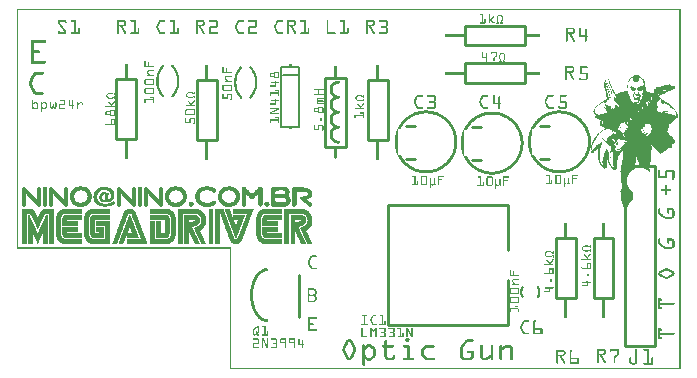
<source format=gto>
G04 MADE WITH FRITZING*
G04 WWW.FRITZING.ORG*
G04 DOUBLE SIDED*
G04 HOLES PLATED*
G04 CONTOUR ON CENTER OF CONTOUR VECTOR*
%ASAXBY*%
%FSLAX23Y23*%
%MOIN*%
%OFA0B0*%
%SFA1.0B1.0*%
%ADD10R,0.080000X0.240000X0.060000X0.220000*%
%ADD11C,0.010000*%
%ADD12C,0.008000*%
%ADD13C,0.011000*%
%ADD14R,0.001000X0.001000*%
%LNSILK1*%
G90*
G70*
G54D11*
X1028Y971D02*
X1098Y971D01*
X1098Y741D01*
X1028Y741D01*
X1028Y971D01*
D02*
X1637Y547D02*
X1237Y547D01*
D02*
X1237Y547D02*
X1237Y147D01*
D02*
X1237Y147D02*
X1637Y147D01*
D02*
X1637Y547D02*
X1637Y397D01*
D02*
X1637Y297D02*
X1637Y147D01*
D02*
X333Y768D02*
X333Y968D01*
D02*
X333Y968D02*
X399Y968D01*
D02*
X399Y968D02*
X399Y768D01*
D02*
X399Y768D02*
X333Y768D01*
D02*
X601Y764D02*
X601Y964D01*
D02*
X601Y964D02*
X667Y964D01*
D02*
X667Y964D02*
X667Y764D01*
D02*
X667Y764D02*
X601Y764D01*
G54D12*
D02*
X883Y807D02*
X883Y1007D01*
D02*
X883Y1007D02*
X913Y1007D01*
D02*
X913Y1007D02*
X943Y1007D01*
D02*
X943Y1007D02*
X943Y807D01*
D02*
X943Y807D02*
X913Y807D01*
D02*
X913Y807D02*
X883Y807D01*
D02*
X888Y982D02*
X938Y982D01*
G54D11*
D02*
X1172Y764D02*
X1172Y964D01*
D02*
X1172Y964D02*
X1238Y964D01*
D02*
X1238Y964D02*
X1238Y764D01*
D02*
X1238Y764D02*
X1172Y764D01*
D02*
X1495Y1145D02*
X1695Y1145D01*
D02*
X1695Y1145D02*
X1695Y1079D01*
D02*
X1695Y1079D02*
X1495Y1079D01*
D02*
X1495Y1079D02*
X1495Y1145D01*
D02*
X1495Y1019D02*
X1695Y1019D01*
D02*
X1695Y1019D02*
X1695Y953D01*
D02*
X1695Y953D02*
X1495Y953D01*
D02*
X1495Y953D02*
X1495Y1019D01*
D02*
X1924Y237D02*
X1924Y437D01*
D02*
X1924Y437D02*
X1990Y437D01*
D02*
X1990Y437D02*
X1990Y237D01*
D02*
X1990Y237D02*
X1924Y237D01*
D02*
X1798Y237D02*
X1798Y437D01*
D02*
X1798Y437D02*
X1864Y437D01*
D02*
X1864Y437D02*
X1864Y237D01*
D02*
X1864Y237D02*
X1798Y237D01*
D02*
X2029Y676D02*
X2029Y76D01*
D02*
X2029Y76D02*
X2129Y76D01*
D02*
X2129Y76D02*
X2129Y676D01*
D02*
X2129Y676D02*
X2029Y676D01*
D02*
X942Y314D02*
X942Y174D01*
G36*
X2039Y925D02*
X2040Y930D01*
X2039Y930D01*
X2039Y925D01*
G37*
D02*
G36*
X2020Y795D02*
X2018Y797D01*
X2020Y795D01*
G37*
D02*
G54D13*
X1745Y812D02*
X1775Y812D01*
D02*
X1745Y702D02*
X1775Y702D01*
D02*
X1520Y808D02*
X1550Y808D01*
D02*
X1520Y698D02*
X1550Y698D01*
D02*
X1300Y812D02*
X1330Y812D01*
D02*
X1300Y702D02*
X1330Y702D01*
D02*
G54D14*
X1Y1201D02*
X2213Y1201D01*
X1Y1200D02*
X2213Y1200D01*
X1Y1199D02*
X2213Y1199D01*
X1Y1198D02*
X2213Y1198D01*
X1Y1197D02*
X4Y1197D01*
X2210Y1197D02*
X2213Y1197D01*
X1Y1196D02*
X4Y1196D01*
X2210Y1196D02*
X2213Y1196D01*
X1Y1195D02*
X4Y1195D01*
X2210Y1195D02*
X2213Y1195D01*
X1Y1194D02*
X4Y1194D01*
X2210Y1194D02*
X2213Y1194D01*
X1Y1193D02*
X4Y1193D01*
X2210Y1193D02*
X2213Y1193D01*
X1Y1192D02*
X4Y1192D01*
X2210Y1192D02*
X2213Y1192D01*
X1Y1191D02*
X4Y1191D01*
X2210Y1191D02*
X2213Y1191D01*
X1Y1190D02*
X4Y1190D01*
X2210Y1190D02*
X2213Y1190D01*
X1Y1189D02*
X4Y1189D01*
X2210Y1189D02*
X2213Y1189D01*
X1Y1188D02*
X4Y1188D01*
X2210Y1188D02*
X2213Y1188D01*
X1Y1187D02*
X4Y1187D01*
X2210Y1187D02*
X2213Y1187D01*
X1Y1186D02*
X4Y1186D01*
X2210Y1186D02*
X2213Y1186D01*
X1Y1185D02*
X4Y1185D01*
X2210Y1185D02*
X2213Y1185D01*
X1Y1184D02*
X4Y1184D01*
X1545Y1184D02*
X1555Y1184D01*
X1575Y1184D02*
X1575Y1184D01*
X2210Y1184D02*
X2213Y1184D01*
X1Y1183D02*
X4Y1183D01*
X1544Y1183D02*
X1555Y1183D01*
X1574Y1183D02*
X1576Y1183D01*
X2210Y1183D02*
X2213Y1183D01*
X1Y1182D02*
X4Y1182D01*
X1544Y1182D02*
X1555Y1182D01*
X1574Y1182D02*
X1577Y1182D01*
X2210Y1182D02*
X2213Y1182D01*
X1Y1181D02*
X4Y1181D01*
X1544Y1181D02*
X1555Y1181D01*
X1574Y1181D02*
X1577Y1181D01*
X1609Y1181D02*
X1613Y1181D01*
X2210Y1181D02*
X2213Y1181D01*
X1Y1180D02*
X4Y1180D01*
X1545Y1180D02*
X1555Y1180D01*
X1574Y1180D02*
X1577Y1180D01*
X1606Y1180D02*
X1615Y1180D01*
X2210Y1180D02*
X2213Y1180D01*
X1Y1179D02*
X4Y1179D01*
X1552Y1179D02*
X1555Y1179D01*
X1574Y1179D02*
X1577Y1179D01*
X1605Y1179D02*
X1617Y1179D01*
X2210Y1179D02*
X2213Y1179D01*
X1Y1178D02*
X4Y1178D01*
X1552Y1178D02*
X1555Y1178D01*
X1574Y1178D02*
X1577Y1178D01*
X1604Y1178D02*
X1618Y1178D01*
X2210Y1178D02*
X2213Y1178D01*
X1Y1177D02*
X4Y1177D01*
X1552Y1177D02*
X1555Y1177D01*
X1574Y1177D02*
X1577Y1177D01*
X1603Y1177D02*
X1607Y1177D01*
X1614Y1177D02*
X1619Y1177D01*
X2210Y1177D02*
X2213Y1177D01*
X1Y1176D02*
X4Y1176D01*
X1552Y1176D02*
X1555Y1176D01*
X1574Y1176D02*
X1577Y1176D01*
X1603Y1176D02*
X1606Y1176D01*
X1616Y1176D02*
X1619Y1176D01*
X2210Y1176D02*
X2213Y1176D01*
X1Y1175D02*
X4Y1175D01*
X1552Y1175D02*
X1555Y1175D01*
X1574Y1175D02*
X1577Y1175D01*
X1589Y1175D02*
X1590Y1175D01*
X1602Y1175D02*
X1605Y1175D01*
X1616Y1175D02*
X1620Y1175D01*
X2210Y1175D02*
X2213Y1175D01*
X1Y1174D02*
X4Y1174D01*
X1552Y1174D02*
X1555Y1174D01*
X1574Y1174D02*
X1577Y1174D01*
X1588Y1174D02*
X1591Y1174D01*
X1602Y1174D02*
X1605Y1174D01*
X1617Y1174D02*
X1620Y1174D01*
X2210Y1174D02*
X2213Y1174D01*
X1Y1173D02*
X4Y1173D01*
X1552Y1173D02*
X1555Y1173D01*
X1574Y1173D02*
X1577Y1173D01*
X1587Y1173D02*
X1591Y1173D01*
X1601Y1173D02*
X1604Y1173D01*
X1617Y1173D02*
X1620Y1173D01*
X2210Y1173D02*
X2213Y1173D01*
X1Y1172D02*
X4Y1172D01*
X1552Y1172D02*
X1555Y1172D01*
X1574Y1172D02*
X1577Y1172D01*
X1586Y1172D02*
X1591Y1172D01*
X1601Y1172D02*
X1604Y1172D01*
X1618Y1172D02*
X1621Y1172D01*
X2210Y1172D02*
X2213Y1172D01*
X1Y1171D02*
X4Y1171D01*
X1552Y1171D02*
X1555Y1171D01*
X1574Y1171D02*
X1577Y1171D01*
X1584Y1171D02*
X1590Y1171D01*
X1601Y1171D02*
X1604Y1171D01*
X1618Y1171D02*
X1621Y1171D01*
X2210Y1171D02*
X2213Y1171D01*
X1Y1170D02*
X4Y1170D01*
X1552Y1170D02*
X1555Y1170D01*
X1574Y1170D02*
X1577Y1170D01*
X1583Y1170D02*
X1589Y1170D01*
X1601Y1170D02*
X1604Y1170D01*
X1618Y1170D02*
X1621Y1170D01*
X2210Y1170D02*
X2213Y1170D01*
X1Y1169D02*
X4Y1169D01*
X1552Y1169D02*
X1555Y1169D01*
X1574Y1169D02*
X1577Y1169D01*
X1582Y1169D02*
X1588Y1169D01*
X1601Y1169D02*
X1604Y1169D01*
X1618Y1169D02*
X1621Y1169D01*
X2210Y1169D02*
X2213Y1169D01*
X1Y1168D02*
X4Y1168D01*
X1552Y1168D02*
X1555Y1168D01*
X1574Y1168D02*
X1577Y1168D01*
X1581Y1168D02*
X1586Y1168D01*
X1601Y1168D02*
X1604Y1168D01*
X1618Y1168D02*
X1621Y1168D01*
X2210Y1168D02*
X2213Y1168D01*
X1Y1167D02*
X4Y1167D01*
X1552Y1167D02*
X1555Y1167D01*
X1574Y1167D02*
X1577Y1167D01*
X1580Y1167D02*
X1585Y1167D01*
X1601Y1167D02*
X1604Y1167D01*
X1618Y1167D02*
X1621Y1167D01*
X2210Y1167D02*
X2213Y1167D01*
X1Y1166D02*
X4Y1166D01*
X1552Y1166D02*
X1555Y1166D01*
X1561Y1166D02*
X1562Y1166D01*
X1574Y1166D02*
X1577Y1166D01*
X1579Y1166D02*
X1584Y1166D01*
X1601Y1166D02*
X1604Y1166D01*
X1618Y1166D02*
X1621Y1166D01*
X2210Y1166D02*
X2213Y1166D01*
X1Y1165D02*
X4Y1165D01*
X1552Y1165D02*
X1555Y1165D01*
X1560Y1165D02*
X1563Y1165D01*
X1574Y1165D02*
X1583Y1165D01*
X1601Y1165D02*
X1604Y1165D01*
X1618Y1165D02*
X1621Y1165D01*
X2210Y1165D02*
X2213Y1165D01*
X1Y1164D02*
X4Y1164D01*
X1552Y1164D02*
X1555Y1164D01*
X1560Y1164D02*
X1563Y1164D01*
X1574Y1164D02*
X1582Y1164D01*
X1601Y1164D02*
X1604Y1164D01*
X1618Y1164D02*
X1621Y1164D01*
X2210Y1164D02*
X2213Y1164D01*
X1Y1163D02*
X4Y1163D01*
X142Y1163D02*
X161Y1163D01*
X182Y1163D02*
X198Y1163D01*
X336Y1163D02*
X360Y1163D01*
X381Y1163D02*
X397Y1163D01*
X479Y1163D02*
X495Y1163D01*
X512Y1163D02*
X528Y1163D01*
X598Y1163D02*
X622Y1163D01*
X642Y1163D02*
X667Y1163D01*
X741Y1163D02*
X757Y1163D01*
X773Y1163D02*
X798Y1163D01*
X871Y1163D02*
X888Y1163D01*
X903Y1163D02*
X927Y1163D01*
X948Y1163D02*
X964Y1163D01*
X1035Y1163D02*
X1038Y1163D01*
X1078Y1163D02*
X1095Y1163D01*
X1165Y1163D02*
X1188Y1163D01*
X1209Y1163D02*
X1234Y1163D01*
X1552Y1163D02*
X1555Y1163D01*
X1560Y1163D02*
X1563Y1163D01*
X1574Y1163D02*
X1584Y1163D01*
X1601Y1163D02*
X1604Y1163D01*
X1618Y1163D02*
X1621Y1163D01*
X2210Y1163D02*
X2213Y1163D01*
X1Y1162D02*
X4Y1162D01*
X140Y1162D02*
X163Y1162D01*
X181Y1162D02*
X198Y1162D01*
X336Y1162D02*
X362Y1162D01*
X380Y1162D02*
X397Y1162D01*
X477Y1162D02*
X496Y1162D01*
X511Y1162D02*
X528Y1162D01*
X598Y1162D02*
X623Y1162D01*
X642Y1162D02*
X669Y1162D01*
X739Y1162D02*
X758Y1162D01*
X773Y1162D02*
X800Y1162D01*
X870Y1162D02*
X888Y1162D01*
X903Y1162D02*
X928Y1162D01*
X947Y1162D02*
X964Y1162D01*
X1034Y1162D02*
X1039Y1162D01*
X1078Y1162D02*
X1095Y1162D01*
X1165Y1162D02*
X1190Y1162D01*
X1208Y1162D02*
X1236Y1162D01*
X1552Y1162D02*
X1555Y1162D01*
X1560Y1162D02*
X1563Y1162D01*
X1574Y1162D02*
X1585Y1162D01*
X1601Y1162D02*
X1604Y1162D01*
X1617Y1162D02*
X1620Y1162D01*
X2210Y1162D02*
X2213Y1162D01*
X1Y1161D02*
X4Y1161D01*
X139Y1161D02*
X164Y1161D01*
X181Y1161D02*
X198Y1161D01*
X336Y1161D02*
X363Y1161D01*
X380Y1161D02*
X397Y1161D01*
X476Y1161D02*
X496Y1161D01*
X511Y1161D02*
X528Y1161D01*
X598Y1161D02*
X624Y1161D01*
X641Y1161D02*
X670Y1161D01*
X738Y1161D02*
X758Y1161D01*
X772Y1161D02*
X800Y1161D01*
X868Y1161D02*
X889Y1161D01*
X903Y1161D02*
X930Y1161D01*
X947Y1161D02*
X964Y1161D01*
X1034Y1161D02*
X1039Y1161D01*
X1077Y1161D02*
X1095Y1161D01*
X1165Y1161D02*
X1191Y1161D01*
X1208Y1161D02*
X1236Y1161D01*
X1552Y1161D02*
X1555Y1161D01*
X1560Y1161D02*
X1563Y1161D01*
X1574Y1161D02*
X1578Y1161D01*
X1580Y1161D02*
X1586Y1161D01*
X1602Y1161D02*
X1605Y1161D01*
X1617Y1161D02*
X1620Y1161D01*
X2210Y1161D02*
X2213Y1161D01*
X1Y1160D02*
X4Y1160D01*
X138Y1160D02*
X165Y1160D01*
X181Y1160D02*
X198Y1160D01*
X336Y1160D02*
X364Y1160D01*
X380Y1160D02*
X397Y1160D01*
X475Y1160D02*
X496Y1160D01*
X511Y1160D02*
X528Y1160D01*
X598Y1160D02*
X625Y1160D01*
X642Y1160D02*
X670Y1160D01*
X737Y1160D02*
X758Y1160D01*
X772Y1160D02*
X801Y1160D01*
X868Y1160D02*
X888Y1160D01*
X903Y1160D02*
X930Y1160D01*
X947Y1160D02*
X964Y1160D01*
X1034Y1160D02*
X1039Y1160D01*
X1078Y1160D02*
X1095Y1160D01*
X1165Y1160D02*
X1192Y1160D01*
X1208Y1160D02*
X1237Y1160D01*
X1552Y1160D02*
X1555Y1160D01*
X1560Y1160D02*
X1563Y1160D01*
X1574Y1160D02*
X1577Y1160D01*
X1582Y1160D02*
X1587Y1160D01*
X1602Y1160D02*
X1605Y1160D01*
X1617Y1160D02*
X1620Y1160D01*
X2210Y1160D02*
X2213Y1160D01*
X1Y1159D02*
X4Y1159D01*
X138Y1159D02*
X166Y1159D01*
X182Y1159D02*
X198Y1159D01*
X336Y1159D02*
X364Y1159D01*
X381Y1159D02*
X397Y1159D01*
X475Y1159D02*
X496Y1159D01*
X511Y1159D02*
X528Y1159D01*
X598Y1159D02*
X626Y1159D01*
X642Y1159D02*
X670Y1159D01*
X736Y1159D02*
X757Y1159D01*
X773Y1159D02*
X801Y1159D01*
X867Y1159D02*
X888Y1159D01*
X903Y1159D02*
X931Y1159D01*
X947Y1159D02*
X964Y1159D01*
X1034Y1159D02*
X1039Y1159D01*
X1078Y1159D02*
X1095Y1159D01*
X1165Y1159D02*
X1193Y1159D01*
X1209Y1159D02*
X1237Y1159D01*
X1552Y1159D02*
X1555Y1159D01*
X1560Y1159D02*
X1563Y1159D01*
X1574Y1159D02*
X1577Y1159D01*
X1583Y1159D02*
X1588Y1159D01*
X1603Y1159D02*
X1606Y1159D01*
X1616Y1159D02*
X1619Y1159D01*
X2210Y1159D02*
X2213Y1159D01*
X1Y1158D02*
X4Y1158D01*
X138Y1158D02*
X166Y1158D01*
X183Y1158D02*
X198Y1158D01*
X336Y1158D02*
X365Y1158D01*
X382Y1158D02*
X397Y1158D01*
X474Y1158D02*
X494Y1158D01*
X513Y1158D02*
X528Y1158D01*
X598Y1158D02*
X626Y1158D01*
X644Y1158D02*
X671Y1158D01*
X736Y1158D02*
X756Y1158D01*
X774Y1158D02*
X801Y1158D01*
X867Y1158D02*
X886Y1158D01*
X903Y1158D02*
X932Y1158D01*
X949Y1158D02*
X964Y1158D01*
X1034Y1158D02*
X1039Y1158D01*
X1079Y1158D02*
X1095Y1158D01*
X1165Y1158D02*
X1193Y1158D01*
X1210Y1158D02*
X1237Y1158D01*
X1552Y1158D02*
X1555Y1158D01*
X1560Y1158D02*
X1563Y1158D01*
X1574Y1158D02*
X1577Y1158D01*
X1584Y1158D02*
X1589Y1158D01*
X1603Y1158D02*
X1606Y1158D01*
X1616Y1158D02*
X1619Y1158D01*
X2210Y1158D02*
X2213Y1158D01*
X1Y1157D02*
X4Y1157D01*
X137Y1157D02*
X143Y1157D01*
X161Y1157D02*
X166Y1157D01*
X193Y1157D02*
X198Y1157D01*
X336Y1157D02*
X341Y1157D01*
X359Y1157D02*
X365Y1157D01*
X392Y1157D02*
X397Y1157D01*
X474Y1157D02*
X480Y1157D01*
X523Y1157D02*
X528Y1157D01*
X598Y1157D02*
X603Y1157D01*
X621Y1157D02*
X627Y1157D01*
X665Y1157D02*
X671Y1157D01*
X735Y1157D02*
X742Y1157D01*
X796Y1157D02*
X801Y1157D01*
X866Y1157D02*
X872Y1157D01*
X903Y1157D02*
X908Y1157D01*
X926Y1157D02*
X932Y1157D01*
X959Y1157D02*
X964Y1157D01*
X1034Y1157D02*
X1039Y1157D01*
X1089Y1157D02*
X1095Y1157D01*
X1165Y1157D02*
X1170Y1157D01*
X1187Y1157D02*
X1193Y1157D01*
X1232Y1157D02*
X1237Y1157D01*
X1552Y1157D02*
X1555Y1157D01*
X1560Y1157D02*
X1563Y1157D01*
X1574Y1157D02*
X1577Y1157D01*
X1585Y1157D02*
X1591Y1157D01*
X1604Y1157D02*
X1607Y1157D01*
X1615Y1157D02*
X1618Y1157D01*
X2210Y1157D02*
X2213Y1157D01*
X1Y1156D02*
X4Y1156D01*
X138Y1156D02*
X143Y1156D01*
X161Y1156D02*
X167Y1156D01*
X193Y1156D02*
X198Y1156D01*
X336Y1156D02*
X341Y1156D01*
X360Y1156D02*
X365Y1156D01*
X392Y1156D02*
X397Y1156D01*
X473Y1156D02*
X479Y1156D01*
X523Y1156D02*
X528Y1156D01*
X598Y1156D02*
X603Y1156D01*
X622Y1156D02*
X627Y1156D01*
X665Y1156D02*
X671Y1156D01*
X735Y1156D02*
X741Y1156D01*
X796Y1156D02*
X801Y1156D01*
X866Y1156D02*
X872Y1156D01*
X903Y1156D02*
X908Y1156D01*
X927Y1156D02*
X932Y1156D01*
X959Y1156D02*
X964Y1156D01*
X1034Y1156D02*
X1039Y1156D01*
X1089Y1156D02*
X1095Y1156D01*
X1165Y1156D02*
X1170Y1156D01*
X1188Y1156D02*
X1194Y1156D01*
X1232Y1156D02*
X1237Y1156D01*
X1552Y1156D02*
X1555Y1156D01*
X1560Y1156D02*
X1563Y1156D01*
X1574Y1156D02*
X1577Y1156D01*
X1586Y1156D02*
X1592Y1156D01*
X1605Y1156D02*
X1608Y1156D01*
X1614Y1156D02*
X1617Y1156D01*
X2210Y1156D02*
X2213Y1156D01*
X1Y1155D02*
X4Y1155D01*
X138Y1155D02*
X144Y1155D01*
X162Y1155D02*
X167Y1155D01*
X193Y1155D02*
X198Y1155D01*
X336Y1155D02*
X341Y1155D01*
X360Y1155D02*
X365Y1155D01*
X392Y1155D02*
X397Y1155D01*
X473Y1155D02*
X479Y1155D01*
X523Y1155D02*
X528Y1155D01*
X598Y1155D02*
X603Y1155D01*
X622Y1155D02*
X627Y1155D01*
X665Y1155D02*
X671Y1155D01*
X734Y1155D02*
X740Y1155D01*
X796Y1155D02*
X801Y1155D01*
X865Y1155D02*
X871Y1155D01*
X903Y1155D02*
X908Y1155D01*
X927Y1155D02*
X932Y1155D01*
X959Y1155D02*
X964Y1155D01*
X1034Y1155D02*
X1039Y1155D01*
X1089Y1155D02*
X1095Y1155D01*
X1165Y1155D02*
X1170Y1155D01*
X1189Y1155D02*
X1194Y1155D01*
X1232Y1155D02*
X1237Y1155D01*
X1544Y1155D02*
X1563Y1155D01*
X1574Y1155D02*
X1577Y1155D01*
X1587Y1155D02*
X1593Y1155D01*
X1601Y1155D02*
X1609Y1155D01*
X1613Y1155D02*
X1621Y1155D01*
X2210Y1155D02*
X2213Y1155D01*
X1Y1154D02*
X4Y1154D01*
X138Y1154D02*
X145Y1154D01*
X162Y1154D02*
X166Y1154D01*
X193Y1154D02*
X198Y1154D01*
X336Y1154D02*
X341Y1154D01*
X360Y1154D02*
X365Y1154D01*
X392Y1154D02*
X397Y1154D01*
X472Y1154D02*
X478Y1154D01*
X523Y1154D02*
X528Y1154D01*
X598Y1154D02*
X603Y1154D01*
X622Y1154D02*
X627Y1154D01*
X665Y1154D02*
X671Y1154D01*
X734Y1154D02*
X740Y1154D01*
X796Y1154D02*
X801Y1154D01*
X865Y1154D02*
X871Y1154D01*
X903Y1154D02*
X908Y1154D01*
X927Y1154D02*
X932Y1154D01*
X959Y1154D02*
X964Y1154D01*
X1034Y1154D02*
X1039Y1154D01*
X1089Y1154D02*
X1095Y1154D01*
X1165Y1154D02*
X1170Y1154D01*
X1189Y1154D02*
X1194Y1154D01*
X1232Y1154D02*
X1237Y1154D01*
X1544Y1154D02*
X1563Y1154D01*
X1574Y1154D02*
X1577Y1154D01*
X1589Y1154D02*
X1593Y1154D01*
X1600Y1154D02*
X1609Y1154D01*
X1613Y1154D02*
X1621Y1154D01*
X2210Y1154D02*
X2213Y1154D01*
X1Y1153D02*
X4Y1153D01*
X139Y1153D02*
X145Y1153D01*
X163Y1153D02*
X165Y1153D01*
X193Y1153D02*
X198Y1153D01*
X336Y1153D02*
X341Y1153D01*
X360Y1153D02*
X365Y1153D01*
X392Y1153D02*
X397Y1153D01*
X472Y1153D02*
X478Y1153D01*
X523Y1153D02*
X528Y1153D01*
X598Y1153D02*
X603Y1153D01*
X622Y1153D02*
X627Y1153D01*
X665Y1153D02*
X671Y1153D01*
X733Y1153D02*
X739Y1153D01*
X796Y1153D02*
X801Y1153D01*
X864Y1153D02*
X870Y1153D01*
X903Y1153D02*
X908Y1153D01*
X927Y1153D02*
X932Y1153D01*
X959Y1153D02*
X964Y1153D01*
X1034Y1153D02*
X1039Y1153D01*
X1089Y1153D02*
X1095Y1153D01*
X1165Y1153D02*
X1170Y1153D01*
X1189Y1153D02*
X1194Y1153D01*
X1232Y1153D02*
X1237Y1153D01*
X1544Y1153D02*
X1563Y1153D01*
X1574Y1153D02*
X1577Y1153D01*
X1590Y1153D02*
X1593Y1153D01*
X1600Y1153D02*
X1609Y1153D01*
X1613Y1153D02*
X1621Y1153D01*
X2210Y1153D02*
X2213Y1153D01*
X1Y1152D02*
X4Y1152D01*
X139Y1152D02*
X146Y1152D01*
X193Y1152D02*
X198Y1152D01*
X336Y1152D02*
X341Y1152D01*
X360Y1152D02*
X365Y1152D01*
X392Y1152D02*
X397Y1152D01*
X471Y1152D02*
X477Y1152D01*
X523Y1152D02*
X528Y1152D01*
X598Y1152D02*
X603Y1152D01*
X622Y1152D02*
X627Y1152D01*
X665Y1152D02*
X671Y1152D01*
X733Y1152D02*
X739Y1152D01*
X796Y1152D02*
X801Y1152D01*
X864Y1152D02*
X869Y1152D01*
X903Y1152D02*
X908Y1152D01*
X927Y1152D02*
X932Y1152D01*
X959Y1152D02*
X964Y1152D01*
X1034Y1152D02*
X1039Y1152D01*
X1089Y1152D02*
X1095Y1152D01*
X1165Y1152D02*
X1170Y1152D01*
X1189Y1152D02*
X1194Y1152D01*
X1232Y1152D02*
X1237Y1152D01*
X1544Y1152D02*
X1562Y1152D01*
X1574Y1152D02*
X1576Y1152D01*
X1591Y1152D02*
X1592Y1152D01*
X1600Y1152D02*
X1609Y1152D01*
X1613Y1152D02*
X1621Y1152D01*
X2210Y1152D02*
X2213Y1152D01*
X1Y1151D02*
X4Y1151D01*
X140Y1151D02*
X147Y1151D01*
X193Y1151D02*
X198Y1151D01*
X336Y1151D02*
X341Y1151D01*
X360Y1151D02*
X365Y1151D01*
X392Y1151D02*
X397Y1151D01*
X471Y1151D02*
X477Y1151D01*
X523Y1151D02*
X528Y1151D01*
X598Y1151D02*
X603Y1151D01*
X622Y1151D02*
X627Y1151D01*
X665Y1151D02*
X671Y1151D01*
X732Y1151D02*
X738Y1151D01*
X796Y1151D02*
X801Y1151D01*
X863Y1151D02*
X869Y1151D01*
X903Y1151D02*
X908Y1151D01*
X927Y1151D02*
X932Y1151D01*
X959Y1151D02*
X964Y1151D01*
X1034Y1151D02*
X1039Y1151D01*
X1089Y1151D02*
X1095Y1151D01*
X1165Y1151D02*
X1170Y1151D01*
X1189Y1151D02*
X1194Y1151D01*
X1232Y1151D02*
X1237Y1151D01*
X2210Y1151D02*
X2213Y1151D01*
X1Y1150D02*
X4Y1150D01*
X141Y1150D02*
X148Y1150D01*
X193Y1150D02*
X198Y1150D01*
X336Y1150D02*
X341Y1150D01*
X360Y1150D02*
X365Y1150D01*
X392Y1150D02*
X397Y1150D01*
X470Y1150D02*
X476Y1150D01*
X523Y1150D02*
X528Y1150D01*
X598Y1150D02*
X603Y1150D01*
X621Y1150D02*
X627Y1150D01*
X665Y1150D02*
X671Y1150D01*
X732Y1150D02*
X738Y1150D01*
X796Y1150D02*
X801Y1150D01*
X863Y1150D02*
X868Y1150D01*
X903Y1150D02*
X908Y1150D01*
X927Y1150D02*
X932Y1150D01*
X959Y1150D02*
X964Y1150D01*
X1034Y1150D02*
X1039Y1150D01*
X1089Y1150D02*
X1095Y1150D01*
X1165Y1150D02*
X1170Y1150D01*
X1188Y1150D02*
X1194Y1150D01*
X1232Y1150D02*
X1237Y1150D01*
X2210Y1150D02*
X2213Y1150D01*
X1Y1149D02*
X4Y1149D01*
X142Y1149D02*
X148Y1149D01*
X193Y1149D02*
X198Y1149D01*
X336Y1149D02*
X341Y1149D01*
X359Y1149D02*
X365Y1149D01*
X392Y1149D02*
X397Y1149D01*
X470Y1149D02*
X476Y1149D01*
X523Y1149D02*
X528Y1149D01*
X598Y1149D02*
X603Y1149D01*
X620Y1149D02*
X627Y1149D01*
X665Y1149D02*
X671Y1149D01*
X731Y1149D02*
X737Y1149D01*
X796Y1149D02*
X801Y1149D01*
X862Y1149D02*
X868Y1149D01*
X903Y1149D02*
X908Y1149D01*
X926Y1149D02*
X932Y1149D01*
X959Y1149D02*
X964Y1149D01*
X1034Y1149D02*
X1039Y1149D01*
X1089Y1149D02*
X1095Y1149D01*
X1165Y1149D02*
X1170Y1149D01*
X1187Y1149D02*
X1193Y1149D01*
X1232Y1149D02*
X1237Y1149D01*
X2210Y1149D02*
X2213Y1149D01*
X1Y1148D02*
X4Y1148D01*
X142Y1148D02*
X149Y1148D01*
X193Y1148D02*
X198Y1148D01*
X336Y1148D02*
X365Y1148D01*
X392Y1148D02*
X397Y1148D01*
X469Y1148D02*
X475Y1148D01*
X523Y1148D02*
X528Y1148D01*
X598Y1148D02*
X626Y1148D01*
X665Y1148D02*
X671Y1148D01*
X731Y1148D02*
X737Y1148D01*
X796Y1148D02*
X801Y1148D01*
X862Y1148D02*
X867Y1148D01*
X903Y1148D02*
X931Y1148D01*
X959Y1148D02*
X964Y1148D01*
X1034Y1148D02*
X1039Y1148D01*
X1089Y1148D02*
X1095Y1148D01*
X1165Y1148D02*
X1193Y1148D01*
X1232Y1148D02*
X1237Y1148D01*
X2210Y1148D02*
X2213Y1148D01*
X1Y1147D02*
X4Y1147D01*
X143Y1147D02*
X150Y1147D01*
X193Y1147D02*
X198Y1147D01*
X336Y1147D02*
X364Y1147D01*
X392Y1147D02*
X397Y1147D01*
X469Y1147D02*
X475Y1147D01*
X523Y1147D02*
X528Y1147D01*
X598Y1147D02*
X626Y1147D01*
X665Y1147D02*
X671Y1147D01*
X730Y1147D02*
X736Y1147D01*
X796Y1147D02*
X801Y1147D01*
X861Y1147D02*
X867Y1147D01*
X903Y1147D02*
X931Y1147D01*
X959Y1147D02*
X964Y1147D01*
X1034Y1147D02*
X1039Y1147D01*
X1089Y1147D02*
X1095Y1147D01*
X1165Y1147D02*
X1192Y1147D01*
X1232Y1147D02*
X1237Y1147D01*
X2210Y1147D02*
X2213Y1147D01*
X1Y1146D02*
X4Y1146D01*
X144Y1146D02*
X151Y1146D01*
X193Y1146D02*
X198Y1146D01*
X336Y1146D02*
X363Y1146D01*
X392Y1146D02*
X397Y1146D01*
X468Y1146D02*
X474Y1146D01*
X523Y1146D02*
X528Y1146D01*
X598Y1146D02*
X625Y1146D01*
X665Y1146D02*
X671Y1146D01*
X730Y1146D02*
X736Y1146D01*
X796Y1146D02*
X801Y1146D01*
X861Y1146D02*
X866Y1146D01*
X903Y1146D02*
X930Y1146D01*
X959Y1146D02*
X964Y1146D01*
X1034Y1146D02*
X1039Y1146D01*
X1089Y1146D02*
X1095Y1146D01*
X1165Y1146D02*
X1192Y1146D01*
X1232Y1146D02*
X1237Y1146D01*
X2210Y1146D02*
X2213Y1146D01*
X1Y1145D02*
X4Y1145D01*
X145Y1145D02*
X151Y1145D01*
X193Y1145D02*
X198Y1145D01*
X336Y1145D02*
X363Y1145D01*
X392Y1145D02*
X397Y1145D01*
X468Y1145D02*
X474Y1145D01*
X523Y1145D02*
X528Y1145D01*
X598Y1145D02*
X624Y1145D01*
X665Y1145D02*
X671Y1145D01*
X730Y1145D02*
X735Y1145D01*
X796Y1145D02*
X801Y1145D01*
X860Y1145D02*
X866Y1145D01*
X903Y1145D02*
X929Y1145D01*
X959Y1145D02*
X964Y1145D01*
X1034Y1145D02*
X1039Y1145D01*
X1089Y1145D02*
X1095Y1145D01*
X1165Y1145D02*
X1191Y1145D01*
X1232Y1145D02*
X1237Y1145D01*
X2210Y1145D02*
X2213Y1145D01*
X1Y1144D02*
X4Y1144D01*
X145Y1144D02*
X152Y1144D01*
X193Y1144D02*
X198Y1144D01*
X336Y1144D02*
X361Y1144D01*
X392Y1144D02*
X397Y1144D01*
X468Y1144D02*
X473Y1144D01*
X523Y1144D02*
X528Y1144D01*
X598Y1144D02*
X623Y1144D01*
X665Y1144D02*
X671Y1144D01*
X729Y1144D02*
X735Y1144D01*
X796Y1144D02*
X801Y1144D01*
X860Y1144D02*
X865Y1144D01*
X903Y1144D02*
X928Y1144D01*
X959Y1144D02*
X964Y1144D01*
X1034Y1144D02*
X1039Y1144D01*
X1089Y1144D02*
X1095Y1144D01*
X1165Y1144D02*
X1190Y1144D01*
X1231Y1144D02*
X1237Y1144D01*
X2210Y1144D02*
X2213Y1144D01*
X1Y1143D02*
X4Y1143D01*
X146Y1143D02*
X153Y1143D01*
X193Y1143D02*
X198Y1143D01*
X336Y1143D02*
X360Y1143D01*
X392Y1143D02*
X397Y1143D01*
X467Y1143D02*
X473Y1143D01*
X523Y1143D02*
X528Y1143D01*
X598Y1143D02*
X621Y1143D01*
X646Y1143D02*
X671Y1143D01*
X729Y1143D02*
X734Y1143D01*
X776Y1143D02*
X801Y1143D01*
X860Y1143D02*
X865Y1143D01*
X903Y1143D02*
X926Y1143D01*
X959Y1143D02*
X964Y1143D01*
X1034Y1143D02*
X1039Y1143D01*
X1089Y1143D02*
X1095Y1143D01*
X1165Y1143D02*
X1188Y1143D01*
X1216Y1143D02*
X1237Y1143D01*
X2210Y1143D02*
X2213Y1143D01*
X1Y1142D02*
X4Y1142D01*
X147Y1142D02*
X154Y1142D01*
X193Y1142D02*
X198Y1142D01*
X336Y1142D02*
X342Y1142D01*
X347Y1142D02*
X353Y1142D01*
X392Y1142D02*
X397Y1142D01*
X467Y1142D02*
X472Y1142D01*
X523Y1142D02*
X528Y1142D01*
X598Y1142D02*
X603Y1142D01*
X608Y1142D02*
X615Y1142D01*
X644Y1142D02*
X670Y1142D01*
X729Y1142D02*
X734Y1142D01*
X775Y1142D02*
X801Y1142D01*
X860Y1142D02*
X865Y1142D01*
X903Y1142D02*
X908Y1142D01*
X913Y1142D02*
X920Y1142D01*
X959Y1142D02*
X964Y1142D01*
X1034Y1142D02*
X1039Y1142D01*
X1089Y1142D02*
X1095Y1142D01*
X1165Y1142D02*
X1170Y1142D01*
X1175Y1142D02*
X1181Y1142D01*
X1215Y1142D02*
X1236Y1142D01*
X2210Y1142D02*
X2213Y1142D01*
X1Y1141D02*
X4Y1141D01*
X148Y1141D02*
X155Y1141D01*
X193Y1141D02*
X198Y1141D01*
X336Y1141D02*
X341Y1141D01*
X347Y1141D02*
X354Y1141D01*
X392Y1141D02*
X397Y1141D01*
X467Y1141D02*
X472Y1141D01*
X523Y1141D02*
X528Y1141D01*
X598Y1141D02*
X603Y1141D01*
X609Y1141D02*
X615Y1141D01*
X643Y1141D02*
X670Y1141D01*
X729Y1141D02*
X734Y1141D01*
X774Y1141D02*
X801Y1141D01*
X860Y1141D02*
X865Y1141D01*
X903Y1141D02*
X908Y1141D01*
X914Y1141D02*
X920Y1141D01*
X959Y1141D02*
X964Y1141D01*
X1034Y1141D02*
X1039Y1141D01*
X1089Y1141D02*
X1095Y1141D01*
X1165Y1141D02*
X1170Y1141D01*
X1176Y1141D02*
X1182Y1141D01*
X1214Y1141D02*
X1235Y1141D01*
X2210Y1141D02*
X2213Y1141D01*
X1Y1140D02*
X4Y1140D01*
X149Y1140D02*
X155Y1140D01*
X193Y1140D02*
X198Y1140D01*
X336Y1140D02*
X341Y1140D01*
X348Y1140D02*
X354Y1140D01*
X392Y1140D02*
X397Y1140D01*
X467Y1140D02*
X472Y1140D01*
X523Y1140D02*
X528Y1140D01*
X598Y1140D02*
X603Y1140D01*
X610Y1140D02*
X616Y1140D01*
X642Y1140D02*
X669Y1140D01*
X729Y1140D02*
X734Y1140D01*
X773Y1140D02*
X800Y1140D01*
X859Y1140D02*
X865Y1140D01*
X903Y1140D02*
X908Y1140D01*
X915Y1140D02*
X921Y1140D01*
X959Y1140D02*
X964Y1140D01*
X1034Y1140D02*
X1039Y1140D01*
X1089Y1140D02*
X1095Y1140D01*
X1165Y1140D02*
X1170Y1140D01*
X1176Y1140D02*
X1182Y1140D01*
X1214Y1140D02*
X1235Y1140D01*
X2210Y1140D02*
X2213Y1140D01*
X1Y1139D02*
X4Y1139D01*
X149Y1139D02*
X156Y1139D01*
X193Y1139D02*
X198Y1139D01*
X336Y1139D02*
X341Y1139D01*
X349Y1139D02*
X355Y1139D01*
X392Y1139D02*
X397Y1139D01*
X467Y1139D02*
X472Y1139D01*
X523Y1139D02*
X528Y1139D01*
X598Y1139D02*
X603Y1139D01*
X610Y1139D02*
X616Y1139D01*
X642Y1139D02*
X669Y1139D01*
X729Y1139D02*
X734Y1139D01*
X773Y1139D02*
X799Y1139D01*
X860Y1139D02*
X865Y1139D01*
X903Y1139D02*
X908Y1139D01*
X915Y1139D02*
X921Y1139D01*
X959Y1139D02*
X964Y1139D01*
X1034Y1139D02*
X1039Y1139D01*
X1089Y1139D02*
X1095Y1139D01*
X1165Y1139D02*
X1170Y1139D01*
X1177Y1139D02*
X1183Y1139D01*
X1215Y1139D02*
X1236Y1139D01*
X2210Y1139D02*
X2213Y1139D01*
X1Y1138D02*
X4Y1138D01*
X150Y1138D02*
X157Y1138D01*
X193Y1138D02*
X198Y1138D01*
X336Y1138D02*
X341Y1138D01*
X349Y1138D02*
X355Y1138D01*
X392Y1138D02*
X397Y1138D01*
X406Y1138D02*
X407Y1138D01*
X467Y1138D02*
X473Y1138D01*
X523Y1138D02*
X528Y1138D01*
X537Y1138D02*
X538Y1138D01*
X598Y1138D02*
X603Y1138D01*
X611Y1138D02*
X617Y1138D01*
X642Y1138D02*
X667Y1138D01*
X729Y1138D02*
X734Y1138D01*
X772Y1138D02*
X798Y1138D01*
X860Y1138D02*
X865Y1138D01*
X903Y1138D02*
X908Y1138D01*
X916Y1138D02*
X922Y1138D01*
X959Y1138D02*
X964Y1138D01*
X973Y1138D02*
X974Y1138D01*
X1034Y1138D02*
X1039Y1138D01*
X1089Y1138D02*
X1095Y1138D01*
X1103Y1138D02*
X1105Y1138D01*
X1165Y1138D02*
X1170Y1138D01*
X1177Y1138D02*
X1184Y1138D01*
X1215Y1138D02*
X1236Y1138D01*
X1832Y1138D02*
X1854Y1138D01*
X1879Y1138D02*
X1880Y1138D01*
X2210Y1138D02*
X2213Y1138D01*
X1Y1137D02*
X4Y1137D01*
X151Y1137D02*
X158Y1137D01*
X193Y1137D02*
X198Y1137D01*
X206Y1137D02*
X209Y1137D01*
X336Y1137D02*
X341Y1137D01*
X350Y1137D02*
X356Y1137D01*
X392Y1137D02*
X397Y1137D01*
X405Y1137D02*
X408Y1137D01*
X468Y1137D02*
X473Y1137D01*
X523Y1137D02*
X528Y1137D01*
X535Y1137D02*
X539Y1137D01*
X598Y1137D02*
X603Y1137D01*
X611Y1137D02*
X617Y1137D01*
X641Y1137D02*
X647Y1137D01*
X729Y1137D02*
X735Y1137D01*
X772Y1137D02*
X778Y1137D01*
X860Y1137D02*
X865Y1137D01*
X903Y1137D02*
X908Y1137D01*
X916Y1137D02*
X923Y1137D01*
X959Y1137D02*
X964Y1137D01*
X971Y1137D02*
X975Y1137D01*
X1034Y1137D02*
X1039Y1137D01*
X1089Y1137D02*
X1095Y1137D01*
X1102Y1137D02*
X1106Y1137D01*
X1165Y1137D02*
X1170Y1137D01*
X1178Y1137D02*
X1184Y1137D01*
X1230Y1137D02*
X1237Y1137D01*
X1832Y1137D02*
X1857Y1137D01*
X1878Y1137D02*
X1882Y1137D01*
X2210Y1137D02*
X2213Y1137D01*
X1Y1136D02*
X4Y1136D01*
X152Y1136D02*
X158Y1136D01*
X193Y1136D02*
X198Y1136D01*
X205Y1136D02*
X210Y1136D01*
X336Y1136D02*
X341Y1136D01*
X350Y1136D02*
X356Y1136D01*
X392Y1136D02*
X397Y1136D01*
X404Y1136D02*
X409Y1136D01*
X468Y1136D02*
X473Y1136D01*
X523Y1136D02*
X528Y1136D01*
X535Y1136D02*
X540Y1136D01*
X598Y1136D02*
X603Y1136D01*
X612Y1136D02*
X618Y1136D01*
X641Y1136D02*
X647Y1136D01*
X729Y1136D02*
X735Y1136D01*
X772Y1136D02*
X777Y1136D01*
X860Y1136D02*
X866Y1136D01*
X903Y1136D02*
X908Y1136D01*
X917Y1136D02*
X923Y1136D01*
X959Y1136D02*
X964Y1136D01*
X971Y1136D02*
X976Y1136D01*
X1034Y1136D02*
X1039Y1136D01*
X1089Y1136D02*
X1095Y1136D01*
X1102Y1136D02*
X1106Y1136D01*
X1165Y1136D02*
X1170Y1136D01*
X1179Y1136D02*
X1185Y1136D01*
X1232Y1136D02*
X1237Y1136D01*
X1832Y1136D02*
X1858Y1136D01*
X1877Y1136D02*
X1882Y1136D01*
X2210Y1136D02*
X2213Y1136D01*
X1Y1135D02*
X4Y1135D01*
X152Y1135D02*
X159Y1135D01*
X193Y1135D02*
X198Y1135D01*
X205Y1135D02*
X210Y1135D01*
X336Y1135D02*
X341Y1135D01*
X351Y1135D02*
X357Y1135D01*
X392Y1135D02*
X397Y1135D01*
X404Y1135D02*
X409Y1135D01*
X468Y1135D02*
X474Y1135D01*
X523Y1135D02*
X528Y1135D01*
X535Y1135D02*
X540Y1135D01*
X598Y1135D02*
X603Y1135D01*
X612Y1135D02*
X619Y1135D01*
X641Y1135D02*
X647Y1135D01*
X730Y1135D02*
X735Y1135D01*
X772Y1135D02*
X777Y1135D01*
X861Y1135D02*
X866Y1135D01*
X903Y1135D02*
X908Y1135D01*
X918Y1135D02*
X924Y1135D01*
X959Y1135D02*
X964Y1135D01*
X971Y1135D02*
X976Y1135D01*
X1034Y1135D02*
X1039Y1135D01*
X1089Y1135D02*
X1095Y1135D01*
X1101Y1135D02*
X1107Y1135D01*
X1165Y1135D02*
X1170Y1135D01*
X1179Y1135D02*
X1185Y1135D01*
X1232Y1135D02*
X1237Y1135D01*
X1832Y1135D02*
X1859Y1135D01*
X1877Y1135D02*
X1882Y1135D01*
X2210Y1135D02*
X2213Y1135D01*
X1Y1134D02*
X4Y1134D01*
X153Y1134D02*
X160Y1134D01*
X193Y1134D02*
X198Y1134D01*
X205Y1134D02*
X210Y1134D01*
X336Y1134D02*
X341Y1134D01*
X351Y1134D02*
X358Y1134D01*
X392Y1134D02*
X397Y1134D01*
X404Y1134D02*
X409Y1134D01*
X469Y1134D02*
X474Y1134D01*
X523Y1134D02*
X528Y1134D01*
X535Y1134D02*
X540Y1134D01*
X598Y1134D02*
X603Y1134D01*
X613Y1134D02*
X619Y1134D01*
X641Y1134D02*
X647Y1134D01*
X730Y1134D02*
X736Y1134D01*
X772Y1134D02*
X777Y1134D01*
X861Y1134D02*
X867Y1134D01*
X903Y1134D02*
X908Y1134D01*
X918Y1134D02*
X924Y1134D01*
X959Y1134D02*
X964Y1134D01*
X971Y1134D02*
X976Y1134D01*
X1034Y1134D02*
X1039Y1134D01*
X1089Y1134D02*
X1095Y1134D01*
X1101Y1134D02*
X1107Y1134D01*
X1165Y1134D02*
X1170Y1134D01*
X1180Y1134D02*
X1186Y1134D01*
X1232Y1134D02*
X1237Y1134D01*
X1832Y1134D02*
X1860Y1134D01*
X1877Y1134D02*
X1882Y1134D01*
X2210Y1134D02*
X2213Y1134D01*
X1Y1133D02*
X4Y1133D01*
X154Y1133D02*
X161Y1133D01*
X193Y1133D02*
X198Y1133D01*
X205Y1133D02*
X210Y1133D01*
X336Y1133D02*
X341Y1133D01*
X352Y1133D02*
X358Y1133D01*
X392Y1133D02*
X397Y1133D01*
X404Y1133D02*
X409Y1133D01*
X469Y1133D02*
X475Y1133D01*
X523Y1133D02*
X528Y1133D01*
X535Y1133D02*
X540Y1133D01*
X598Y1133D02*
X603Y1133D01*
X614Y1133D02*
X620Y1133D01*
X641Y1133D02*
X647Y1133D01*
X731Y1133D02*
X736Y1133D01*
X772Y1133D02*
X777Y1133D01*
X861Y1133D02*
X867Y1133D01*
X903Y1133D02*
X908Y1133D01*
X919Y1133D02*
X925Y1133D01*
X959Y1133D02*
X964Y1133D01*
X971Y1133D02*
X976Y1133D01*
X1034Y1133D02*
X1039Y1133D01*
X1089Y1133D02*
X1095Y1133D01*
X1101Y1133D02*
X1107Y1133D01*
X1165Y1133D02*
X1170Y1133D01*
X1180Y1133D02*
X1187Y1133D01*
X1232Y1133D02*
X1237Y1133D01*
X1832Y1133D02*
X1860Y1133D01*
X1877Y1133D02*
X1882Y1133D01*
X1898Y1133D02*
X1898Y1133D01*
X2210Y1133D02*
X2213Y1133D01*
X1Y1132D02*
X4Y1132D01*
X155Y1132D02*
X162Y1132D01*
X193Y1132D02*
X198Y1132D01*
X205Y1132D02*
X210Y1132D01*
X336Y1132D02*
X341Y1132D01*
X353Y1132D02*
X359Y1132D01*
X392Y1132D02*
X397Y1132D01*
X404Y1132D02*
X409Y1132D01*
X470Y1132D02*
X475Y1132D01*
X523Y1132D02*
X528Y1132D01*
X535Y1132D02*
X540Y1132D01*
X598Y1132D02*
X603Y1132D01*
X614Y1132D02*
X620Y1132D01*
X641Y1132D02*
X647Y1132D01*
X731Y1132D02*
X737Y1132D01*
X772Y1132D02*
X777Y1132D01*
X862Y1132D02*
X868Y1132D01*
X903Y1132D02*
X908Y1132D01*
X919Y1132D02*
X926Y1132D01*
X959Y1132D02*
X964Y1132D01*
X971Y1132D02*
X976Y1132D01*
X1034Y1132D02*
X1039Y1132D01*
X1089Y1132D02*
X1095Y1132D01*
X1101Y1132D02*
X1107Y1132D01*
X1165Y1132D02*
X1170Y1132D01*
X1181Y1132D02*
X1187Y1132D01*
X1232Y1132D02*
X1237Y1132D01*
X1832Y1132D02*
X1838Y1132D01*
X1854Y1132D02*
X1861Y1132D01*
X1877Y1132D02*
X1882Y1132D01*
X1896Y1132D02*
X1900Y1132D01*
X2210Y1132D02*
X2213Y1132D01*
X1Y1131D02*
X4Y1131D01*
X156Y1131D02*
X162Y1131D01*
X193Y1131D02*
X198Y1131D01*
X205Y1131D02*
X210Y1131D01*
X336Y1131D02*
X341Y1131D01*
X353Y1131D02*
X359Y1131D01*
X392Y1131D02*
X397Y1131D01*
X404Y1131D02*
X409Y1131D01*
X470Y1131D02*
X476Y1131D01*
X523Y1131D02*
X528Y1131D01*
X535Y1131D02*
X540Y1131D01*
X598Y1131D02*
X603Y1131D01*
X615Y1131D02*
X621Y1131D01*
X641Y1131D02*
X647Y1131D01*
X732Y1131D02*
X738Y1131D01*
X772Y1131D02*
X777Y1131D01*
X862Y1131D02*
X868Y1131D01*
X903Y1131D02*
X908Y1131D01*
X920Y1131D02*
X926Y1131D01*
X959Y1131D02*
X964Y1131D01*
X971Y1131D02*
X976Y1131D01*
X1034Y1131D02*
X1039Y1131D01*
X1089Y1131D02*
X1095Y1131D01*
X1101Y1131D02*
X1107Y1131D01*
X1165Y1131D02*
X1170Y1131D01*
X1182Y1131D02*
X1188Y1131D01*
X1232Y1131D02*
X1237Y1131D01*
X1832Y1131D02*
X1837Y1131D01*
X1855Y1131D02*
X1861Y1131D01*
X1877Y1131D02*
X1882Y1131D01*
X1895Y1131D02*
X1900Y1131D01*
X2210Y1131D02*
X2213Y1131D01*
X1Y1130D02*
X4Y1130D01*
X156Y1130D02*
X163Y1130D01*
X193Y1130D02*
X198Y1130D01*
X205Y1130D02*
X210Y1130D01*
X336Y1130D02*
X341Y1130D01*
X354Y1130D02*
X360Y1130D01*
X392Y1130D02*
X397Y1130D01*
X404Y1130D02*
X409Y1130D01*
X471Y1130D02*
X476Y1130D01*
X523Y1130D02*
X528Y1130D01*
X535Y1130D02*
X540Y1130D01*
X598Y1130D02*
X603Y1130D01*
X615Y1130D02*
X622Y1130D01*
X641Y1130D02*
X647Y1130D01*
X732Y1130D02*
X738Y1130D01*
X772Y1130D02*
X777Y1130D01*
X863Y1130D02*
X869Y1130D01*
X903Y1130D02*
X908Y1130D01*
X921Y1130D02*
X927Y1130D01*
X959Y1130D02*
X964Y1130D01*
X971Y1130D02*
X976Y1130D01*
X1034Y1130D02*
X1039Y1130D01*
X1089Y1130D02*
X1095Y1130D01*
X1101Y1130D02*
X1107Y1130D01*
X1165Y1130D02*
X1170Y1130D01*
X1182Y1130D02*
X1188Y1130D01*
X1232Y1130D02*
X1237Y1130D01*
X1832Y1130D02*
X1837Y1130D01*
X1856Y1130D02*
X1861Y1130D01*
X1877Y1130D02*
X1882Y1130D01*
X1895Y1130D02*
X1900Y1130D01*
X2210Y1130D02*
X2213Y1130D01*
X1Y1129D02*
X4Y1129D01*
X157Y1129D02*
X164Y1129D01*
X193Y1129D02*
X198Y1129D01*
X205Y1129D02*
X210Y1129D01*
X336Y1129D02*
X341Y1129D01*
X354Y1129D02*
X361Y1129D01*
X392Y1129D02*
X397Y1129D01*
X404Y1129D02*
X409Y1129D01*
X471Y1129D02*
X477Y1129D01*
X523Y1129D02*
X528Y1129D01*
X535Y1129D02*
X540Y1129D01*
X598Y1129D02*
X603Y1129D01*
X616Y1129D02*
X622Y1129D01*
X641Y1129D02*
X647Y1129D01*
X733Y1129D02*
X739Y1129D01*
X772Y1129D02*
X777Y1129D01*
X863Y1129D02*
X869Y1129D01*
X903Y1129D02*
X908Y1129D01*
X921Y1129D02*
X927Y1129D01*
X959Y1129D02*
X964Y1129D01*
X971Y1129D02*
X976Y1129D01*
X1034Y1129D02*
X1039Y1129D01*
X1089Y1129D02*
X1095Y1129D01*
X1101Y1129D02*
X1107Y1129D01*
X1165Y1129D02*
X1170Y1129D01*
X1183Y1129D02*
X1189Y1129D01*
X1232Y1129D02*
X1237Y1129D01*
X1832Y1129D02*
X1837Y1129D01*
X1856Y1129D02*
X1861Y1129D01*
X1877Y1129D02*
X1882Y1129D01*
X1895Y1129D02*
X1900Y1129D01*
X2210Y1129D02*
X2213Y1129D01*
X1Y1128D02*
X4Y1128D01*
X158Y1128D02*
X165Y1128D01*
X193Y1128D02*
X198Y1128D01*
X205Y1128D02*
X210Y1128D01*
X336Y1128D02*
X341Y1128D01*
X355Y1128D02*
X361Y1128D01*
X392Y1128D02*
X397Y1128D01*
X404Y1128D02*
X409Y1128D01*
X472Y1128D02*
X477Y1128D01*
X523Y1128D02*
X528Y1128D01*
X535Y1128D02*
X540Y1128D01*
X598Y1128D02*
X603Y1128D01*
X617Y1128D02*
X623Y1128D01*
X641Y1128D02*
X647Y1128D01*
X733Y1128D02*
X739Y1128D01*
X772Y1128D02*
X777Y1128D01*
X864Y1128D02*
X870Y1128D01*
X903Y1128D02*
X908Y1128D01*
X922Y1128D02*
X928Y1128D01*
X959Y1128D02*
X964Y1128D01*
X971Y1128D02*
X976Y1128D01*
X1034Y1128D02*
X1039Y1128D01*
X1089Y1128D02*
X1095Y1128D01*
X1101Y1128D02*
X1107Y1128D01*
X1165Y1128D02*
X1170Y1128D01*
X1183Y1128D02*
X1189Y1128D01*
X1232Y1128D02*
X1237Y1128D01*
X1832Y1128D02*
X1837Y1128D01*
X1856Y1128D02*
X1861Y1128D01*
X1877Y1128D02*
X1882Y1128D01*
X1895Y1128D02*
X1900Y1128D01*
X2210Y1128D02*
X2213Y1128D01*
X1Y1127D02*
X4Y1127D01*
X139Y1127D02*
X141Y1127D01*
X159Y1127D02*
X165Y1127D01*
X193Y1127D02*
X198Y1127D01*
X205Y1127D02*
X210Y1127D01*
X336Y1127D02*
X341Y1127D01*
X356Y1127D02*
X362Y1127D01*
X392Y1127D02*
X397Y1127D01*
X404Y1127D02*
X409Y1127D01*
X472Y1127D02*
X478Y1127D01*
X523Y1127D02*
X528Y1127D01*
X535Y1127D02*
X540Y1127D01*
X598Y1127D02*
X603Y1127D01*
X617Y1127D02*
X623Y1127D01*
X641Y1127D02*
X647Y1127D01*
X734Y1127D02*
X740Y1127D01*
X772Y1127D02*
X777Y1127D01*
X864Y1127D02*
X870Y1127D01*
X903Y1127D02*
X908Y1127D01*
X922Y1127D02*
X928Y1127D01*
X959Y1127D02*
X964Y1127D01*
X971Y1127D02*
X976Y1127D01*
X1034Y1127D02*
X1039Y1127D01*
X1089Y1127D02*
X1095Y1127D01*
X1101Y1127D02*
X1107Y1127D01*
X1165Y1127D02*
X1170Y1127D01*
X1184Y1127D02*
X1190Y1127D01*
X1232Y1127D02*
X1237Y1127D01*
X1832Y1127D02*
X1837Y1127D01*
X1856Y1127D02*
X1861Y1127D01*
X1877Y1127D02*
X1882Y1127D01*
X1895Y1127D02*
X1900Y1127D01*
X2210Y1127D02*
X2213Y1127D01*
X1Y1126D02*
X4Y1126D01*
X138Y1126D02*
X142Y1126D01*
X159Y1126D02*
X166Y1126D01*
X193Y1126D02*
X198Y1126D01*
X205Y1126D02*
X210Y1126D01*
X336Y1126D02*
X341Y1126D01*
X356Y1126D02*
X362Y1126D01*
X392Y1126D02*
X397Y1126D01*
X404Y1126D02*
X409Y1126D01*
X473Y1126D02*
X478Y1126D01*
X523Y1126D02*
X528Y1126D01*
X535Y1126D02*
X540Y1126D01*
X598Y1126D02*
X603Y1126D01*
X618Y1126D02*
X624Y1126D01*
X641Y1126D02*
X647Y1126D01*
X734Y1126D02*
X740Y1126D01*
X772Y1126D02*
X777Y1126D01*
X865Y1126D02*
X871Y1126D01*
X903Y1126D02*
X908Y1126D01*
X923Y1126D02*
X929Y1126D01*
X959Y1126D02*
X964Y1126D01*
X971Y1126D02*
X976Y1126D01*
X1034Y1126D02*
X1039Y1126D01*
X1089Y1126D02*
X1095Y1126D01*
X1101Y1126D02*
X1107Y1126D01*
X1165Y1126D02*
X1170Y1126D01*
X1184Y1126D02*
X1191Y1126D01*
X1232Y1126D02*
X1237Y1126D01*
X1832Y1126D02*
X1837Y1126D01*
X1856Y1126D02*
X1861Y1126D01*
X1877Y1126D02*
X1882Y1126D01*
X1895Y1126D02*
X1900Y1126D01*
X2210Y1126D02*
X2213Y1126D01*
X1Y1125D02*
X4Y1125D01*
X138Y1125D02*
X143Y1125D01*
X160Y1125D02*
X166Y1125D01*
X193Y1125D02*
X198Y1125D01*
X205Y1125D02*
X210Y1125D01*
X336Y1125D02*
X341Y1125D01*
X357Y1125D02*
X363Y1125D01*
X392Y1125D02*
X397Y1125D01*
X404Y1125D02*
X409Y1125D01*
X473Y1125D02*
X479Y1125D01*
X523Y1125D02*
X528Y1125D01*
X535Y1125D02*
X540Y1125D01*
X598Y1125D02*
X603Y1125D01*
X618Y1125D02*
X624Y1125D01*
X641Y1125D02*
X647Y1125D01*
X735Y1125D02*
X741Y1125D01*
X772Y1125D02*
X777Y1125D01*
X865Y1125D02*
X871Y1125D01*
X903Y1125D02*
X908Y1125D01*
X923Y1125D02*
X930Y1125D01*
X959Y1125D02*
X964Y1125D01*
X971Y1125D02*
X976Y1125D01*
X1034Y1125D02*
X1039Y1125D01*
X1089Y1125D02*
X1095Y1125D01*
X1101Y1125D02*
X1107Y1125D01*
X1165Y1125D02*
X1170Y1125D01*
X1185Y1125D02*
X1191Y1125D01*
X1232Y1125D02*
X1237Y1125D01*
X1832Y1125D02*
X1837Y1125D01*
X1856Y1125D02*
X1861Y1125D01*
X1877Y1125D02*
X1882Y1125D01*
X1895Y1125D02*
X1900Y1125D01*
X2210Y1125D02*
X2213Y1125D01*
X1Y1124D02*
X4Y1124D01*
X138Y1124D02*
X143Y1124D01*
X161Y1124D02*
X166Y1124D01*
X193Y1124D02*
X198Y1124D01*
X205Y1124D02*
X210Y1124D01*
X336Y1124D02*
X341Y1124D01*
X357Y1124D02*
X363Y1124D01*
X392Y1124D02*
X397Y1124D01*
X404Y1124D02*
X409Y1124D01*
X474Y1124D02*
X480Y1124D01*
X523Y1124D02*
X528Y1124D01*
X535Y1124D02*
X540Y1124D01*
X598Y1124D02*
X603Y1124D01*
X619Y1124D02*
X625Y1124D01*
X641Y1124D02*
X647Y1124D01*
X735Y1124D02*
X741Y1124D01*
X772Y1124D02*
X777Y1124D01*
X866Y1124D02*
X872Y1124D01*
X903Y1124D02*
X908Y1124D01*
X924Y1124D02*
X930Y1124D01*
X959Y1124D02*
X964Y1124D01*
X971Y1124D02*
X976Y1124D01*
X1034Y1124D02*
X1039Y1124D01*
X1089Y1124D02*
X1095Y1124D01*
X1101Y1124D02*
X1107Y1124D01*
X1165Y1124D02*
X1170Y1124D01*
X1186Y1124D02*
X1192Y1124D01*
X1232Y1124D02*
X1237Y1124D01*
X1832Y1124D02*
X1837Y1124D01*
X1855Y1124D02*
X1861Y1124D01*
X1877Y1124D02*
X1882Y1124D01*
X1895Y1124D02*
X1900Y1124D01*
X2210Y1124D02*
X2213Y1124D01*
X1Y1123D02*
X4Y1123D01*
X138Y1123D02*
X143Y1123D01*
X161Y1123D02*
X167Y1123D01*
X193Y1123D02*
X198Y1123D01*
X205Y1123D02*
X210Y1123D01*
X336Y1123D02*
X341Y1123D01*
X358Y1123D02*
X364Y1123D01*
X392Y1123D02*
X397Y1123D01*
X404Y1123D02*
X409Y1123D01*
X474Y1123D02*
X481Y1123D01*
X522Y1123D02*
X528Y1123D01*
X535Y1123D02*
X540Y1123D01*
X598Y1123D02*
X603Y1123D01*
X619Y1123D02*
X626Y1123D01*
X641Y1123D02*
X647Y1123D01*
X736Y1123D02*
X742Y1123D01*
X772Y1123D02*
X778Y1123D01*
X866Y1123D02*
X873Y1123D01*
X903Y1123D02*
X908Y1123D01*
X925Y1123D02*
X931Y1123D01*
X958Y1123D02*
X964Y1123D01*
X970Y1123D02*
X976Y1123D01*
X1034Y1123D02*
X1039Y1123D01*
X1089Y1123D02*
X1095Y1123D01*
X1101Y1123D02*
X1107Y1123D01*
X1165Y1123D02*
X1170Y1123D01*
X1186Y1123D02*
X1192Y1123D01*
X1232Y1123D02*
X1237Y1123D01*
X1832Y1123D02*
X1837Y1123D01*
X1854Y1123D02*
X1861Y1123D01*
X1877Y1123D02*
X1882Y1123D01*
X1895Y1123D02*
X1900Y1123D01*
X2210Y1123D02*
X2213Y1123D01*
X1Y1122D02*
X4Y1122D01*
X138Y1122D02*
X166Y1122D01*
X183Y1122D02*
X210Y1122D01*
X336Y1122D02*
X341Y1122D01*
X358Y1122D02*
X365Y1122D01*
X381Y1122D02*
X409Y1122D01*
X475Y1122D02*
X495Y1122D01*
X512Y1122D02*
X540Y1122D01*
X598Y1122D02*
X603Y1122D01*
X620Y1122D02*
X626Y1122D01*
X641Y1122D02*
X670Y1122D01*
X736Y1122D02*
X757Y1122D01*
X772Y1122D02*
X800Y1122D01*
X867Y1122D02*
X887Y1122D01*
X903Y1122D02*
X908Y1122D01*
X925Y1122D02*
X931Y1122D01*
X948Y1122D02*
X976Y1122D01*
X1034Y1122D02*
X1062Y1122D01*
X1078Y1122D02*
X1107Y1122D01*
X1165Y1122D02*
X1170Y1122D01*
X1187Y1122D02*
X1193Y1122D01*
X1209Y1122D02*
X1237Y1122D01*
X1832Y1122D02*
X1860Y1122D01*
X1877Y1122D02*
X1882Y1122D01*
X1895Y1122D02*
X1900Y1122D01*
X2210Y1122D02*
X2213Y1122D01*
X1Y1121D02*
X4Y1121D01*
X138Y1121D02*
X166Y1121D01*
X182Y1121D02*
X210Y1121D01*
X336Y1121D02*
X341Y1121D01*
X359Y1121D02*
X365Y1121D01*
X380Y1121D02*
X409Y1121D01*
X475Y1121D02*
X496Y1121D01*
X511Y1121D02*
X540Y1121D01*
X598Y1121D02*
X603Y1121D01*
X621Y1121D02*
X627Y1121D01*
X641Y1121D02*
X670Y1121D01*
X737Y1121D02*
X757Y1121D01*
X772Y1121D02*
X801Y1121D01*
X868Y1121D02*
X888Y1121D01*
X903Y1121D02*
X908Y1121D01*
X926Y1121D02*
X932Y1121D01*
X947Y1121D02*
X976Y1121D01*
X1034Y1121D02*
X1063Y1121D01*
X1078Y1121D02*
X1107Y1121D01*
X1165Y1121D02*
X1170Y1121D01*
X1187Y1121D02*
X1193Y1121D01*
X1209Y1121D02*
X1237Y1121D01*
X1832Y1121D02*
X1860Y1121D01*
X1877Y1121D02*
X1882Y1121D01*
X1895Y1121D02*
X1900Y1121D01*
X2210Y1121D02*
X2213Y1121D01*
X1Y1120D02*
X4Y1120D01*
X139Y1120D02*
X166Y1120D01*
X181Y1120D02*
X210Y1120D01*
X336Y1120D02*
X341Y1120D01*
X360Y1120D02*
X365Y1120D01*
X380Y1120D02*
X409Y1120D01*
X476Y1120D02*
X496Y1120D01*
X511Y1120D02*
X540Y1120D01*
X598Y1120D02*
X603Y1120D01*
X621Y1120D02*
X627Y1120D01*
X641Y1120D02*
X671Y1120D01*
X738Y1120D02*
X758Y1120D01*
X772Y1120D02*
X801Y1120D01*
X868Y1120D02*
X889Y1120D01*
X903Y1120D02*
X908Y1120D01*
X926Y1120D02*
X932Y1120D01*
X947Y1120D02*
X976Y1120D01*
X1034Y1120D02*
X1063Y1120D01*
X1077Y1120D02*
X1107Y1120D01*
X1165Y1120D02*
X1170Y1120D01*
X1188Y1120D02*
X1194Y1120D01*
X1208Y1120D02*
X1237Y1120D01*
X1832Y1120D02*
X1859Y1120D01*
X1877Y1120D02*
X1882Y1120D01*
X1895Y1120D02*
X1900Y1120D01*
X2210Y1120D02*
X2213Y1120D01*
X1Y1119D02*
X4Y1119D01*
X140Y1119D02*
X165Y1119D01*
X181Y1119D02*
X210Y1119D01*
X336Y1119D02*
X341Y1119D01*
X360Y1119D02*
X365Y1119D01*
X380Y1119D02*
X409Y1119D01*
X477Y1119D02*
X496Y1119D01*
X511Y1119D02*
X540Y1119D01*
X598Y1119D02*
X603Y1119D01*
X622Y1119D02*
X627Y1119D01*
X641Y1119D02*
X670Y1119D01*
X739Y1119D02*
X758Y1119D01*
X772Y1119D02*
X801Y1119D01*
X869Y1119D02*
X888Y1119D01*
X903Y1119D02*
X908Y1119D01*
X927Y1119D02*
X932Y1119D01*
X947Y1119D02*
X976Y1119D01*
X1034Y1119D02*
X1063Y1119D01*
X1078Y1119D02*
X1106Y1119D01*
X1165Y1119D02*
X1170Y1119D01*
X1189Y1119D02*
X1194Y1119D01*
X1208Y1119D02*
X1236Y1119D01*
X1832Y1119D02*
X1858Y1119D01*
X1877Y1119D02*
X1882Y1119D01*
X1895Y1119D02*
X1900Y1119D01*
X2210Y1119D02*
X2213Y1119D01*
X1Y1118D02*
X4Y1118D01*
X141Y1118D02*
X164Y1118D01*
X181Y1118D02*
X210Y1118D01*
X337Y1118D02*
X341Y1118D01*
X361Y1118D02*
X365Y1118D01*
X380Y1118D02*
X408Y1118D01*
X478Y1118D02*
X496Y1118D01*
X511Y1118D02*
X539Y1118D01*
X598Y1118D02*
X602Y1118D01*
X622Y1118D02*
X626Y1118D01*
X641Y1118D02*
X670Y1118D01*
X740Y1118D02*
X757Y1118D01*
X772Y1118D02*
X801Y1118D01*
X871Y1118D02*
X888Y1118D01*
X904Y1118D02*
X908Y1118D01*
X928Y1118D02*
X932Y1118D01*
X947Y1118D02*
X975Y1118D01*
X1034Y1118D02*
X1062Y1118D01*
X1078Y1118D02*
X1106Y1118D01*
X1165Y1118D02*
X1169Y1118D01*
X1189Y1118D02*
X1193Y1118D01*
X1209Y1118D02*
X1235Y1118D01*
X1832Y1118D02*
X1857Y1118D01*
X1877Y1118D02*
X1882Y1118D01*
X1895Y1118D02*
X1900Y1118D01*
X2210Y1118D02*
X2213Y1118D01*
X1Y1117D02*
X4Y1117D01*
X143Y1117D02*
X163Y1117D01*
X182Y1117D02*
X209Y1117D01*
X338Y1117D02*
X340Y1117D01*
X362Y1117D02*
X364Y1117D01*
X382Y1117D02*
X407Y1117D01*
X481Y1117D02*
X494Y1117D01*
X512Y1117D02*
X538Y1117D01*
X600Y1117D02*
X601Y1117D01*
X624Y1117D02*
X625Y1117D01*
X642Y1117D02*
X669Y1117D01*
X742Y1117D02*
X756Y1117D01*
X772Y1117D02*
X800Y1117D01*
X873Y1117D02*
X887Y1117D01*
X905Y1117D02*
X906Y1117D01*
X929Y1117D02*
X930Y1117D01*
X948Y1117D02*
X974Y1117D01*
X1034Y1117D02*
X1061Y1117D01*
X1079Y1117D02*
X1105Y1117D01*
X1166Y1117D02*
X1168Y1117D01*
X1190Y1117D02*
X1192Y1117D01*
X1210Y1117D02*
X1233Y1117D01*
X1832Y1117D02*
X1854Y1117D01*
X1877Y1117D02*
X1882Y1117D01*
X1895Y1117D02*
X1900Y1117D01*
X2210Y1117D02*
X2213Y1117D01*
X1Y1116D02*
X4Y1116D01*
X1429Y1116D02*
X1495Y1116D01*
X1696Y1116D02*
X1743Y1116D01*
X1832Y1116D02*
X1837Y1116D01*
X1843Y1116D02*
X1849Y1116D01*
X1877Y1116D02*
X1882Y1116D01*
X1895Y1116D02*
X1900Y1116D01*
X2210Y1116D02*
X2213Y1116D01*
X1Y1115D02*
X4Y1115D01*
X1429Y1115D02*
X1495Y1115D01*
X1696Y1115D02*
X1743Y1115D01*
X1832Y1115D02*
X1837Y1115D01*
X1843Y1115D02*
X1850Y1115D01*
X1877Y1115D02*
X1882Y1115D01*
X1895Y1115D02*
X1900Y1115D01*
X2210Y1115D02*
X2213Y1115D01*
X1Y1114D02*
X4Y1114D01*
X1429Y1114D02*
X1495Y1114D01*
X1696Y1114D02*
X1743Y1114D01*
X1832Y1114D02*
X1837Y1114D01*
X1844Y1114D02*
X1850Y1114D01*
X1877Y1114D02*
X1882Y1114D01*
X1895Y1114D02*
X1900Y1114D01*
X2210Y1114D02*
X2213Y1114D01*
X1Y1113D02*
X4Y1113D01*
X1429Y1113D02*
X1495Y1113D01*
X1696Y1113D02*
X1743Y1113D01*
X1832Y1113D02*
X1837Y1113D01*
X1845Y1113D02*
X1851Y1113D01*
X1877Y1113D02*
X1882Y1113D01*
X1895Y1113D02*
X1900Y1113D01*
X2210Y1113D02*
X2213Y1113D01*
X1Y1112D02*
X4Y1112D01*
X1429Y1112D02*
X1495Y1112D01*
X1696Y1112D02*
X1743Y1112D01*
X1832Y1112D02*
X1837Y1112D01*
X1845Y1112D02*
X1851Y1112D01*
X1877Y1112D02*
X1902Y1112D01*
X2210Y1112D02*
X2213Y1112D01*
X1Y1111D02*
X4Y1111D01*
X1429Y1111D02*
X1495Y1111D01*
X1696Y1111D02*
X1743Y1111D01*
X1832Y1111D02*
X1837Y1111D01*
X1846Y1111D02*
X1852Y1111D01*
X1877Y1111D02*
X1903Y1111D01*
X2210Y1111D02*
X2213Y1111D01*
X1Y1110D02*
X4Y1110D01*
X1429Y1110D02*
X1495Y1110D01*
X1696Y1110D02*
X1743Y1110D01*
X1832Y1110D02*
X1837Y1110D01*
X1846Y1110D02*
X1852Y1110D01*
X1877Y1110D02*
X1903Y1110D01*
X2210Y1110D02*
X2213Y1110D01*
X1Y1109D02*
X4Y1109D01*
X1429Y1109D02*
X1495Y1109D01*
X1696Y1109D02*
X1743Y1109D01*
X1832Y1109D02*
X1837Y1109D01*
X1847Y1109D02*
X1853Y1109D01*
X1877Y1109D02*
X1903Y1109D01*
X2210Y1109D02*
X2213Y1109D01*
X1Y1108D02*
X4Y1108D01*
X1429Y1108D02*
X1495Y1108D01*
X1696Y1108D02*
X1743Y1108D01*
X1832Y1108D02*
X1837Y1108D01*
X1847Y1108D02*
X1854Y1108D01*
X1877Y1108D02*
X1903Y1108D01*
X2210Y1108D02*
X2213Y1108D01*
X1Y1107D02*
X4Y1107D01*
X1429Y1107D02*
X1495Y1107D01*
X1696Y1107D02*
X1743Y1107D01*
X1832Y1107D02*
X1837Y1107D01*
X1848Y1107D02*
X1854Y1107D01*
X1877Y1107D02*
X1902Y1107D01*
X2210Y1107D02*
X2213Y1107D01*
X1Y1106D02*
X4Y1106D01*
X1832Y1106D02*
X1837Y1106D01*
X1849Y1106D02*
X1855Y1106D01*
X1895Y1106D02*
X1900Y1106D01*
X2210Y1106D02*
X2213Y1106D01*
X1Y1105D02*
X4Y1105D01*
X1832Y1105D02*
X1837Y1105D01*
X1849Y1105D02*
X1855Y1105D01*
X1895Y1105D02*
X1900Y1105D01*
X2210Y1105D02*
X2213Y1105D01*
X1Y1104D02*
X4Y1104D01*
X1832Y1104D02*
X1837Y1104D01*
X1850Y1104D02*
X1856Y1104D01*
X1895Y1104D02*
X1900Y1104D01*
X2210Y1104D02*
X2213Y1104D01*
X1Y1103D02*
X4Y1103D01*
X1832Y1103D02*
X1837Y1103D01*
X1850Y1103D02*
X1857Y1103D01*
X1895Y1103D02*
X1900Y1103D01*
X2210Y1103D02*
X2213Y1103D01*
X1Y1102D02*
X4Y1102D01*
X1832Y1102D02*
X1837Y1102D01*
X1851Y1102D02*
X1857Y1102D01*
X1895Y1102D02*
X1900Y1102D01*
X2210Y1102D02*
X2213Y1102D01*
X1Y1101D02*
X4Y1101D01*
X1832Y1101D02*
X1837Y1101D01*
X1852Y1101D02*
X1858Y1101D01*
X1895Y1101D02*
X1900Y1101D01*
X2210Y1101D02*
X2213Y1101D01*
X1Y1100D02*
X4Y1100D01*
X1832Y1100D02*
X1837Y1100D01*
X1852Y1100D02*
X1858Y1100D01*
X1895Y1100D02*
X1900Y1100D01*
X2210Y1100D02*
X2213Y1100D01*
X1Y1099D02*
X4Y1099D01*
X1832Y1099D02*
X1837Y1099D01*
X1853Y1099D02*
X1859Y1099D01*
X1895Y1099D02*
X1900Y1099D01*
X2210Y1099D02*
X2213Y1099D01*
X1Y1098D02*
X4Y1098D01*
X1832Y1098D02*
X1837Y1098D01*
X1853Y1098D02*
X1859Y1098D01*
X1895Y1098D02*
X1900Y1098D01*
X2210Y1098D02*
X2213Y1098D01*
X1Y1097D02*
X4Y1097D01*
X1832Y1097D02*
X1837Y1097D01*
X1854Y1097D02*
X1860Y1097D01*
X1895Y1097D02*
X1900Y1097D01*
X2210Y1097D02*
X2213Y1097D01*
X1Y1096D02*
X4Y1096D01*
X50Y1096D02*
X96Y1096D01*
X1832Y1096D02*
X1837Y1096D01*
X1854Y1096D02*
X1861Y1096D01*
X1895Y1096D02*
X1900Y1096D01*
X2210Y1096D02*
X2213Y1096D01*
X1Y1095D02*
X4Y1095D01*
X50Y1095D02*
X97Y1095D01*
X1832Y1095D02*
X1837Y1095D01*
X1855Y1095D02*
X1861Y1095D01*
X1895Y1095D02*
X1900Y1095D01*
X2210Y1095D02*
X2213Y1095D01*
X1Y1094D02*
X4Y1094D01*
X50Y1094D02*
X98Y1094D01*
X1832Y1094D02*
X1837Y1094D01*
X1856Y1094D02*
X1861Y1094D01*
X1895Y1094D02*
X1900Y1094D01*
X2210Y1094D02*
X2213Y1094D01*
X1Y1093D02*
X4Y1093D01*
X50Y1093D02*
X99Y1093D01*
X1832Y1093D02*
X1837Y1093D01*
X1856Y1093D02*
X1861Y1093D01*
X1895Y1093D02*
X1900Y1093D01*
X2210Y1093D02*
X2213Y1093D01*
X1Y1092D02*
X4Y1092D01*
X50Y1092D02*
X99Y1092D01*
X1833Y1092D02*
X1836Y1092D01*
X1857Y1092D02*
X1860Y1092D01*
X1896Y1092D02*
X1899Y1092D01*
X2210Y1092D02*
X2213Y1092D01*
X1Y1091D02*
X4Y1091D01*
X50Y1091D02*
X99Y1091D01*
X2210Y1091D02*
X2213Y1091D01*
X1Y1090D02*
X4Y1090D01*
X50Y1090D02*
X99Y1090D01*
X2210Y1090D02*
X2213Y1090D01*
X1Y1089D02*
X4Y1089D01*
X50Y1089D02*
X98Y1089D01*
X2210Y1089D02*
X2213Y1089D01*
X1Y1088D02*
X4Y1088D01*
X50Y1088D02*
X97Y1088D01*
X2210Y1088D02*
X2213Y1088D01*
X1Y1087D02*
X4Y1087D01*
X50Y1087D02*
X96Y1087D01*
X2210Y1087D02*
X2213Y1087D01*
X1Y1086D02*
X4Y1086D01*
X50Y1086D02*
X59Y1086D01*
X2210Y1086D02*
X2213Y1086D01*
X1Y1085D02*
X4Y1085D01*
X50Y1085D02*
X59Y1085D01*
X2210Y1085D02*
X2213Y1085D01*
X1Y1084D02*
X4Y1084D01*
X50Y1084D02*
X59Y1084D01*
X2210Y1084D02*
X2213Y1084D01*
X1Y1083D02*
X4Y1083D01*
X50Y1083D02*
X59Y1083D01*
X2210Y1083D02*
X2213Y1083D01*
X1Y1082D02*
X4Y1082D01*
X50Y1082D02*
X59Y1082D01*
X2210Y1082D02*
X2213Y1082D01*
X1Y1081D02*
X4Y1081D01*
X50Y1081D02*
X59Y1081D01*
X2210Y1081D02*
X2213Y1081D01*
X1Y1080D02*
X4Y1080D01*
X50Y1080D02*
X59Y1080D01*
X2210Y1080D02*
X2213Y1080D01*
X1Y1079D02*
X4Y1079D01*
X50Y1079D02*
X59Y1079D01*
X2210Y1079D02*
X2213Y1079D01*
X1Y1078D02*
X4Y1078D01*
X50Y1078D02*
X59Y1078D01*
X2210Y1078D02*
X2213Y1078D01*
X1Y1077D02*
X4Y1077D01*
X50Y1077D02*
X59Y1077D01*
X2210Y1077D02*
X2213Y1077D01*
X1Y1076D02*
X4Y1076D01*
X50Y1076D02*
X59Y1076D01*
X2210Y1076D02*
X2213Y1076D01*
X1Y1075D02*
X4Y1075D01*
X50Y1075D02*
X59Y1075D01*
X2210Y1075D02*
X2213Y1075D01*
X1Y1074D02*
X4Y1074D01*
X50Y1074D02*
X59Y1074D01*
X2210Y1074D02*
X2213Y1074D01*
X1Y1073D02*
X4Y1073D01*
X50Y1073D02*
X59Y1073D01*
X2210Y1073D02*
X2213Y1073D01*
X1Y1072D02*
X4Y1072D01*
X50Y1072D02*
X59Y1072D01*
X2210Y1072D02*
X2213Y1072D01*
X1Y1071D02*
X4Y1071D01*
X50Y1071D02*
X59Y1071D01*
X2210Y1071D02*
X2213Y1071D01*
X1Y1070D02*
X4Y1070D01*
X50Y1070D02*
X59Y1070D01*
X2210Y1070D02*
X2213Y1070D01*
X1Y1069D02*
X4Y1069D01*
X50Y1069D02*
X59Y1069D01*
X2210Y1069D02*
X2213Y1069D01*
X1Y1068D02*
X4Y1068D01*
X50Y1068D02*
X59Y1068D01*
X2210Y1068D02*
X2213Y1068D01*
X1Y1067D02*
X4Y1067D01*
X50Y1067D02*
X59Y1067D01*
X2210Y1067D02*
X2213Y1067D01*
X1Y1066D02*
X4Y1066D01*
X50Y1066D02*
X59Y1066D01*
X2210Y1066D02*
X2213Y1066D01*
X1Y1065D02*
X4Y1065D01*
X50Y1065D02*
X59Y1065D01*
X2210Y1065D02*
X2213Y1065D01*
X1Y1064D02*
X4Y1064D01*
X50Y1064D02*
X59Y1064D01*
X2210Y1064D02*
X2213Y1064D01*
X1Y1063D02*
X4Y1063D01*
X50Y1063D02*
X59Y1063D01*
X2210Y1063D02*
X2213Y1063D01*
X1Y1062D02*
X4Y1062D01*
X50Y1062D02*
X76Y1062D01*
X2210Y1062D02*
X2213Y1062D01*
X1Y1061D02*
X4Y1061D01*
X50Y1061D02*
X78Y1061D01*
X2210Y1061D02*
X2213Y1061D01*
X1Y1060D02*
X4Y1060D01*
X50Y1060D02*
X78Y1060D01*
X2210Y1060D02*
X2213Y1060D01*
X1Y1059D02*
X4Y1059D01*
X50Y1059D02*
X79Y1059D01*
X2210Y1059D02*
X2213Y1059D01*
X1Y1058D02*
X4Y1058D01*
X50Y1058D02*
X79Y1058D01*
X2210Y1058D02*
X2213Y1058D01*
X1Y1057D02*
X4Y1057D01*
X50Y1057D02*
X79Y1057D01*
X1584Y1057D02*
X1601Y1057D01*
X2210Y1057D02*
X2213Y1057D01*
X1Y1056D02*
X4Y1056D01*
X50Y1056D02*
X79Y1056D01*
X1553Y1056D02*
X1555Y1056D01*
X1582Y1056D02*
X1601Y1056D01*
X2210Y1056D02*
X2213Y1056D01*
X1Y1055D02*
X4Y1055D01*
X50Y1055D02*
X78Y1055D01*
X1553Y1055D02*
X1556Y1055D01*
X1582Y1055D02*
X1601Y1055D01*
X2210Y1055D02*
X2213Y1055D01*
X1Y1054D02*
X4Y1054D01*
X50Y1054D02*
X77Y1054D01*
X1553Y1054D02*
X1556Y1054D01*
X1582Y1054D02*
X1601Y1054D01*
X1617Y1054D02*
X1621Y1054D01*
X2210Y1054D02*
X2213Y1054D01*
X1Y1053D02*
X4Y1053D01*
X50Y1053D02*
X76Y1053D01*
X1553Y1053D02*
X1556Y1053D01*
X1566Y1053D02*
X1567Y1053D01*
X1582Y1053D02*
X1601Y1053D01*
X1615Y1053D02*
X1623Y1053D01*
X2210Y1053D02*
X2213Y1053D01*
X1Y1052D02*
X4Y1052D01*
X50Y1052D02*
X59Y1052D01*
X1553Y1052D02*
X1556Y1052D01*
X1565Y1052D02*
X1568Y1052D01*
X1582Y1052D02*
X1584Y1052D01*
X1598Y1052D02*
X1601Y1052D01*
X1613Y1052D02*
X1625Y1052D01*
X2210Y1052D02*
X2213Y1052D01*
X1Y1051D02*
X4Y1051D01*
X50Y1051D02*
X59Y1051D01*
X1553Y1051D02*
X1556Y1051D01*
X1565Y1051D02*
X1568Y1051D01*
X1598Y1051D02*
X1601Y1051D01*
X1612Y1051D02*
X1626Y1051D01*
X2210Y1051D02*
X2213Y1051D01*
X1Y1050D02*
X4Y1050D01*
X50Y1050D02*
X59Y1050D01*
X1553Y1050D02*
X1556Y1050D01*
X1565Y1050D02*
X1568Y1050D01*
X1598Y1050D02*
X1601Y1050D01*
X1611Y1050D02*
X1615Y1050D01*
X1622Y1050D02*
X1627Y1050D01*
X2210Y1050D02*
X2213Y1050D01*
X1Y1049D02*
X4Y1049D01*
X50Y1049D02*
X59Y1049D01*
X1553Y1049D02*
X1556Y1049D01*
X1565Y1049D02*
X1568Y1049D01*
X1598Y1049D02*
X1601Y1049D01*
X1611Y1049D02*
X1614Y1049D01*
X1624Y1049D02*
X1627Y1049D01*
X2210Y1049D02*
X2213Y1049D01*
X1Y1048D02*
X4Y1048D01*
X50Y1048D02*
X59Y1048D01*
X1553Y1048D02*
X1556Y1048D01*
X1565Y1048D02*
X1568Y1048D01*
X1598Y1048D02*
X1601Y1048D01*
X1610Y1048D02*
X1613Y1048D01*
X1624Y1048D02*
X1628Y1048D01*
X2210Y1048D02*
X2213Y1048D01*
X1Y1047D02*
X4Y1047D01*
X50Y1047D02*
X59Y1047D01*
X1553Y1047D02*
X1556Y1047D01*
X1565Y1047D02*
X1568Y1047D01*
X1598Y1047D02*
X1601Y1047D01*
X1610Y1047D02*
X1613Y1047D01*
X1625Y1047D02*
X1628Y1047D01*
X2210Y1047D02*
X2213Y1047D01*
X1Y1046D02*
X4Y1046D01*
X50Y1046D02*
X59Y1046D01*
X1553Y1046D02*
X1556Y1046D01*
X1565Y1046D02*
X1568Y1046D01*
X1598Y1046D02*
X1601Y1046D01*
X1609Y1046D02*
X1612Y1046D01*
X1625Y1046D02*
X1628Y1046D01*
X2210Y1046D02*
X2213Y1046D01*
X1Y1045D02*
X4Y1045D01*
X50Y1045D02*
X59Y1045D01*
X1553Y1045D02*
X1556Y1045D01*
X1565Y1045D02*
X1568Y1045D01*
X1598Y1045D02*
X1601Y1045D01*
X1609Y1045D02*
X1612Y1045D01*
X1626Y1045D02*
X1629Y1045D01*
X2210Y1045D02*
X2213Y1045D01*
X1Y1044D02*
X4Y1044D01*
X50Y1044D02*
X59Y1044D01*
X1553Y1044D02*
X1556Y1044D01*
X1565Y1044D02*
X1568Y1044D01*
X1597Y1044D02*
X1601Y1044D01*
X1609Y1044D02*
X1612Y1044D01*
X1626Y1044D02*
X1629Y1044D01*
X2210Y1044D02*
X2213Y1044D01*
X1Y1043D02*
X4Y1043D01*
X50Y1043D02*
X59Y1043D01*
X1553Y1043D02*
X1556Y1043D01*
X1565Y1043D02*
X1568Y1043D01*
X1595Y1043D02*
X1601Y1043D01*
X1609Y1043D02*
X1612Y1043D01*
X1626Y1043D02*
X1629Y1043D01*
X2210Y1043D02*
X2213Y1043D01*
X1Y1042D02*
X4Y1042D01*
X50Y1042D02*
X59Y1042D01*
X1553Y1042D02*
X1556Y1042D01*
X1565Y1042D02*
X1568Y1042D01*
X1594Y1042D02*
X1600Y1042D01*
X1609Y1042D02*
X1612Y1042D01*
X1626Y1042D02*
X1629Y1042D01*
X2210Y1042D02*
X2213Y1042D01*
X1Y1041D02*
X4Y1041D01*
X50Y1041D02*
X59Y1041D01*
X1553Y1041D02*
X1556Y1041D01*
X1565Y1041D02*
X1568Y1041D01*
X1593Y1041D02*
X1599Y1041D01*
X1609Y1041D02*
X1612Y1041D01*
X1626Y1041D02*
X1629Y1041D01*
X2210Y1041D02*
X2213Y1041D01*
X1Y1040D02*
X4Y1040D01*
X50Y1040D02*
X59Y1040D01*
X1553Y1040D02*
X1556Y1040D01*
X1565Y1040D02*
X1568Y1040D01*
X1592Y1040D02*
X1597Y1040D01*
X1609Y1040D02*
X1612Y1040D01*
X1626Y1040D02*
X1629Y1040D01*
X2210Y1040D02*
X2213Y1040D01*
X1Y1039D02*
X4Y1039D01*
X50Y1039D02*
X59Y1039D01*
X1553Y1039D02*
X1569Y1039D01*
X1591Y1039D02*
X1596Y1039D01*
X1609Y1039D02*
X1612Y1039D01*
X1626Y1039D02*
X1629Y1039D01*
X2210Y1039D02*
X2213Y1039D01*
X1Y1038D02*
X4Y1038D01*
X50Y1038D02*
X59Y1038D01*
X1553Y1038D02*
X1570Y1038D01*
X1590Y1038D02*
X1595Y1038D01*
X1609Y1038D02*
X1612Y1038D01*
X1626Y1038D02*
X1629Y1038D01*
X2210Y1038D02*
X2213Y1038D01*
X1Y1037D02*
X4Y1037D01*
X50Y1037D02*
X59Y1037D01*
X1553Y1037D02*
X1570Y1037D01*
X1590Y1037D02*
X1594Y1037D01*
X1609Y1037D02*
X1612Y1037D01*
X1626Y1037D02*
X1629Y1037D01*
X2210Y1037D02*
X2213Y1037D01*
X1Y1036D02*
X4Y1036D01*
X50Y1036D02*
X59Y1036D01*
X1553Y1036D02*
X1570Y1036D01*
X1590Y1036D02*
X1593Y1036D01*
X1609Y1036D02*
X1612Y1036D01*
X1626Y1036D02*
X1629Y1036D01*
X2210Y1036D02*
X2213Y1036D01*
X1Y1035D02*
X4Y1035D01*
X50Y1035D02*
X59Y1035D01*
X1565Y1035D02*
X1568Y1035D01*
X1590Y1035D02*
X1593Y1035D01*
X1609Y1035D02*
X1612Y1035D01*
X1625Y1035D02*
X1628Y1035D01*
X2210Y1035D02*
X2213Y1035D01*
X1Y1034D02*
X4Y1034D01*
X50Y1034D02*
X59Y1034D01*
X1565Y1034D02*
X1568Y1034D01*
X1590Y1034D02*
X1593Y1034D01*
X1610Y1034D02*
X1613Y1034D01*
X1625Y1034D02*
X1628Y1034D01*
X2210Y1034D02*
X2213Y1034D01*
X1Y1033D02*
X4Y1033D01*
X50Y1033D02*
X59Y1033D01*
X1565Y1033D02*
X1568Y1033D01*
X1590Y1033D02*
X1593Y1033D01*
X1610Y1033D02*
X1613Y1033D01*
X1625Y1033D02*
X1628Y1033D01*
X2210Y1033D02*
X2213Y1033D01*
X1Y1032D02*
X4Y1032D01*
X50Y1032D02*
X59Y1032D01*
X1565Y1032D02*
X1568Y1032D01*
X1590Y1032D02*
X1593Y1032D01*
X1611Y1032D02*
X1614Y1032D01*
X1624Y1032D02*
X1627Y1032D01*
X2210Y1032D02*
X2213Y1032D01*
X1Y1031D02*
X4Y1031D01*
X50Y1031D02*
X59Y1031D01*
X1565Y1031D02*
X1568Y1031D01*
X1590Y1031D02*
X1593Y1031D01*
X1611Y1031D02*
X1614Y1031D01*
X1624Y1031D02*
X1627Y1031D01*
X2210Y1031D02*
X2213Y1031D01*
X1Y1030D02*
X4Y1030D01*
X50Y1030D02*
X59Y1030D01*
X1565Y1030D02*
X1568Y1030D01*
X1590Y1030D02*
X1593Y1030D01*
X1612Y1030D02*
X1615Y1030D01*
X1623Y1030D02*
X1626Y1030D01*
X2210Y1030D02*
X2213Y1030D01*
X1Y1029D02*
X4Y1029D01*
X50Y1029D02*
X59Y1029D01*
X1565Y1029D02*
X1568Y1029D01*
X1590Y1029D02*
X1593Y1029D01*
X1613Y1029D02*
X1616Y1029D01*
X1622Y1029D02*
X1625Y1029D01*
X2210Y1029D02*
X2213Y1029D01*
X1Y1028D02*
X4Y1028D01*
X50Y1028D02*
X96Y1028D01*
X1565Y1028D02*
X1568Y1028D01*
X1590Y1028D02*
X1593Y1028D01*
X1609Y1028D02*
X1617Y1028D01*
X1621Y1028D02*
X1629Y1028D01*
X2210Y1028D02*
X2213Y1028D01*
X1Y1027D02*
X4Y1027D01*
X50Y1027D02*
X97Y1027D01*
X428Y1027D02*
X430Y1027D01*
X1565Y1027D02*
X1568Y1027D01*
X1590Y1027D02*
X1593Y1027D01*
X1608Y1027D02*
X1617Y1027D01*
X1621Y1027D02*
X1629Y1027D01*
X2210Y1027D02*
X2213Y1027D01*
X1Y1026D02*
X4Y1026D01*
X50Y1026D02*
X98Y1026D01*
X427Y1026D02*
X431Y1026D01*
X1565Y1026D02*
X1568Y1026D01*
X1590Y1026D02*
X1593Y1026D01*
X1608Y1026D02*
X1617Y1026D01*
X1621Y1026D02*
X1629Y1026D01*
X2210Y1026D02*
X2213Y1026D01*
X1Y1025D02*
X4Y1025D01*
X50Y1025D02*
X99Y1025D01*
X427Y1025D02*
X431Y1025D01*
X1566Y1025D02*
X1567Y1025D01*
X1591Y1025D02*
X1592Y1025D01*
X1608Y1025D02*
X1617Y1025D01*
X1621Y1025D02*
X1629Y1025D01*
X2210Y1025D02*
X2213Y1025D01*
X1Y1024D02*
X4Y1024D01*
X50Y1024D02*
X99Y1024D01*
X427Y1024D02*
X431Y1024D01*
X2210Y1024D02*
X2213Y1024D01*
X1Y1023D02*
X4Y1023D01*
X50Y1023D02*
X99Y1023D01*
X427Y1023D02*
X431Y1023D01*
X439Y1023D02*
X441Y1023D01*
X2210Y1023D02*
X2213Y1023D01*
X1Y1022D02*
X4Y1022D01*
X50Y1022D02*
X98Y1022D01*
X427Y1022D02*
X431Y1022D01*
X438Y1022D02*
X441Y1022D01*
X2210Y1022D02*
X2213Y1022D01*
X1Y1021D02*
X4Y1021D01*
X50Y1021D02*
X98Y1021D01*
X427Y1021D02*
X431Y1021D01*
X438Y1021D02*
X441Y1021D01*
X2210Y1021D02*
X2213Y1021D01*
X1Y1020D02*
X4Y1020D01*
X50Y1020D02*
X97Y1020D01*
X427Y1020D02*
X431Y1020D01*
X438Y1020D02*
X441Y1020D01*
X2210Y1020D02*
X2213Y1020D01*
X1Y1019D02*
X4Y1019D01*
X50Y1019D02*
X95Y1019D01*
X427Y1019D02*
X431Y1019D01*
X438Y1019D02*
X441Y1019D01*
X2210Y1019D02*
X2213Y1019D01*
X1Y1018D02*
X4Y1018D01*
X427Y1018D02*
X431Y1018D01*
X438Y1018D02*
X441Y1018D01*
X2210Y1018D02*
X2213Y1018D01*
X1Y1017D02*
X4Y1017D01*
X427Y1017D02*
X431Y1017D01*
X438Y1017D02*
X441Y1017D01*
X2210Y1017D02*
X2213Y1017D01*
X1Y1016D02*
X4Y1016D01*
X362Y1016D02*
X371Y1016D01*
X427Y1016D02*
X431Y1016D01*
X438Y1016D02*
X441Y1016D01*
X2210Y1016D02*
X2213Y1016D01*
X1Y1015D02*
X4Y1015D01*
X362Y1015D02*
X371Y1015D01*
X427Y1015D02*
X431Y1015D01*
X438Y1015D02*
X441Y1015D01*
X910Y1015D02*
X917Y1015D01*
X2210Y1015D02*
X2213Y1015D01*
X1Y1014D02*
X4Y1014D01*
X362Y1014D02*
X371Y1014D01*
X427Y1014D02*
X431Y1014D01*
X438Y1014D02*
X441Y1014D01*
X910Y1014D02*
X917Y1014D01*
X2210Y1014D02*
X2213Y1014D01*
X1Y1013D02*
X4Y1013D01*
X362Y1013D02*
X371Y1013D01*
X427Y1013D02*
X431Y1013D01*
X438Y1013D02*
X441Y1013D01*
X487Y1013D02*
X489Y1013D01*
X518Y1013D02*
X522Y1013D01*
X910Y1013D02*
X917Y1013D01*
X2210Y1013D02*
X2213Y1013D01*
X1Y1012D02*
X4Y1012D01*
X362Y1012D02*
X371Y1012D01*
X427Y1012D02*
X431Y1012D01*
X438Y1012D02*
X441Y1012D01*
X486Y1012D02*
X490Y1012D01*
X517Y1012D02*
X523Y1012D01*
X630Y1012D02*
X639Y1012D01*
X910Y1012D02*
X917Y1012D01*
X1200Y1012D02*
X1209Y1012D01*
X2210Y1012D02*
X2213Y1012D01*
X1Y1011D02*
X4Y1011D01*
X362Y1011D02*
X371Y1011D01*
X427Y1011D02*
X458Y1011D01*
X485Y1011D02*
X491Y1011D01*
X517Y1011D02*
X524Y1011D01*
X630Y1011D02*
X639Y1011D01*
X910Y1011D02*
X917Y1011D01*
X1062Y1011D02*
X1064Y1011D01*
X1200Y1011D02*
X1209Y1011D01*
X2210Y1011D02*
X2213Y1011D01*
X1Y1010D02*
X4Y1010D01*
X362Y1010D02*
X371Y1010D01*
X427Y1010D02*
X459Y1010D01*
X484Y1010D02*
X492Y1010D01*
X517Y1010D02*
X524Y1010D01*
X630Y1010D02*
X639Y1010D01*
X910Y1010D02*
X917Y1010D01*
X1060Y1010D02*
X1066Y1010D01*
X1200Y1010D02*
X1209Y1010D01*
X2210Y1010D02*
X2213Y1010D01*
X1Y1009D02*
X4Y1009D01*
X362Y1009D02*
X371Y1009D01*
X427Y1009D02*
X459Y1009D01*
X483Y1009D02*
X492Y1009D01*
X517Y1009D02*
X525Y1009D01*
X630Y1009D02*
X639Y1009D01*
X747Y1009D02*
X749Y1009D01*
X778Y1009D02*
X782Y1009D01*
X910Y1009D02*
X917Y1009D01*
X1059Y1009D02*
X1067Y1009D01*
X1200Y1009D02*
X1209Y1009D01*
X1830Y1009D02*
X1853Y1009D01*
X1880Y1009D02*
X1902Y1009D01*
X2210Y1009D02*
X2213Y1009D01*
X1Y1008D02*
X4Y1008D01*
X362Y1008D02*
X371Y1008D01*
X427Y1008D02*
X459Y1008D01*
X482Y1008D02*
X491Y1008D01*
X517Y1008D02*
X526Y1008D01*
X630Y1008D02*
X639Y1008D01*
X745Y1008D02*
X750Y1008D01*
X777Y1008D02*
X783Y1008D01*
X910Y1008D02*
X917Y1008D01*
X1059Y1008D02*
X1067Y1008D01*
X1200Y1008D02*
X1209Y1008D01*
X1830Y1008D02*
X1855Y1008D01*
X1880Y1008D02*
X1903Y1008D01*
X2210Y1008D02*
X2213Y1008D01*
X1Y1007D02*
X4Y1007D01*
X362Y1007D02*
X371Y1007D01*
X482Y1007D02*
X491Y1007D01*
X518Y1007D02*
X527Y1007D01*
X630Y1007D02*
X639Y1007D01*
X687Y1007D02*
X690Y1007D01*
X745Y1007D02*
X751Y1007D01*
X776Y1007D02*
X783Y1007D01*
X910Y1007D02*
X917Y1007D01*
X1059Y1007D02*
X1068Y1007D01*
X1200Y1007D02*
X1209Y1007D01*
X1830Y1007D02*
X1856Y1007D01*
X1880Y1007D02*
X1903Y1007D01*
X2210Y1007D02*
X2213Y1007D01*
X1Y1006D02*
X4Y1006D01*
X362Y1006D02*
X371Y1006D01*
X481Y1006D02*
X490Y1006D01*
X518Y1006D02*
X528Y1006D01*
X630Y1006D02*
X639Y1006D01*
X687Y1006D02*
X690Y1006D01*
X744Y1006D02*
X751Y1006D01*
X776Y1006D02*
X784Y1006D01*
X910Y1006D02*
X917Y1006D01*
X1059Y1006D02*
X1068Y1006D01*
X1200Y1006D02*
X1209Y1006D01*
X1830Y1006D02*
X1857Y1006D01*
X1880Y1006D02*
X1903Y1006D01*
X2210Y1006D02*
X2213Y1006D01*
X1Y1005D02*
X4Y1005D01*
X362Y1005D02*
X371Y1005D01*
X480Y1005D02*
X489Y1005D01*
X519Y1005D02*
X528Y1005D01*
X630Y1005D02*
X639Y1005D01*
X687Y1005D02*
X690Y1005D01*
X743Y1005D02*
X751Y1005D01*
X776Y1005D02*
X785Y1005D01*
X911Y1005D02*
X916Y1005D01*
X1059Y1005D02*
X1068Y1005D01*
X1200Y1005D02*
X1209Y1005D01*
X1830Y1005D02*
X1858Y1005D01*
X1880Y1005D02*
X1903Y1005D01*
X2210Y1005D02*
X2213Y1005D01*
X1Y1004D02*
X4Y1004D01*
X362Y1004D02*
X371Y1004D01*
X480Y1004D02*
X489Y1004D01*
X520Y1004D02*
X529Y1004D01*
X630Y1004D02*
X639Y1004D01*
X687Y1004D02*
X690Y1004D01*
X742Y1004D02*
X751Y1004D01*
X777Y1004D02*
X786Y1004D01*
X912Y1004D02*
X915Y1004D01*
X1059Y1004D02*
X1068Y1004D01*
X1200Y1004D02*
X1209Y1004D01*
X1830Y1004D02*
X1859Y1004D01*
X1880Y1004D02*
X1902Y1004D01*
X2210Y1004D02*
X2213Y1004D01*
X1Y1003D02*
X4Y1003D01*
X362Y1003D02*
X371Y1003D01*
X479Y1003D02*
X488Y1003D01*
X521Y1003D02*
X530Y1003D01*
X630Y1003D02*
X639Y1003D01*
X687Y1003D02*
X690Y1003D01*
X698Y1003D02*
X700Y1003D01*
X741Y1003D02*
X751Y1003D01*
X777Y1003D02*
X787Y1003D01*
X1059Y1003D02*
X1068Y1003D01*
X1200Y1003D02*
X1209Y1003D01*
X1830Y1003D02*
X1835Y1003D01*
X1853Y1003D02*
X1859Y1003D01*
X1880Y1003D02*
X1885Y1003D01*
X2210Y1003D02*
X2213Y1003D01*
X1Y1002D02*
X4Y1002D01*
X362Y1002D02*
X371Y1002D01*
X478Y1002D02*
X487Y1002D01*
X522Y1002D02*
X530Y1002D01*
X630Y1002D02*
X639Y1002D01*
X687Y1002D02*
X690Y1002D01*
X698Y1002D02*
X701Y1002D01*
X741Y1002D02*
X750Y1002D01*
X778Y1002D02*
X787Y1002D01*
X1059Y1002D02*
X1068Y1002D01*
X1200Y1002D02*
X1209Y1002D01*
X1830Y1002D02*
X1835Y1002D01*
X1854Y1002D02*
X1859Y1002D01*
X1880Y1002D02*
X1885Y1002D01*
X2210Y1002D02*
X2213Y1002D01*
X1Y1001D02*
X4Y1001D01*
X362Y1001D02*
X371Y1001D01*
X478Y1001D02*
X486Y1001D01*
X522Y1001D02*
X531Y1001D01*
X630Y1001D02*
X639Y1001D01*
X687Y1001D02*
X690Y1001D01*
X698Y1001D02*
X701Y1001D01*
X740Y1001D02*
X749Y1001D01*
X779Y1001D02*
X788Y1001D01*
X1059Y1001D02*
X1068Y1001D01*
X1200Y1001D02*
X1209Y1001D01*
X1830Y1001D02*
X1835Y1001D01*
X1854Y1001D02*
X1859Y1001D01*
X1880Y1001D02*
X1885Y1001D01*
X2210Y1001D02*
X2213Y1001D01*
X1Y1000D02*
X4Y1000D01*
X362Y1000D02*
X371Y1000D01*
X477Y1000D02*
X485Y1000D01*
X523Y1000D02*
X532Y1000D01*
X630Y1000D02*
X639Y1000D01*
X687Y1000D02*
X690Y1000D01*
X698Y1000D02*
X701Y1000D01*
X739Y1000D02*
X748Y1000D01*
X780Y1000D02*
X789Y1000D01*
X1059Y1000D02*
X1068Y1000D01*
X1200Y1000D02*
X1209Y1000D01*
X1830Y1000D02*
X1835Y1000D01*
X1854Y1000D02*
X1859Y1000D01*
X1880Y1000D02*
X1885Y1000D01*
X2210Y1000D02*
X2213Y1000D01*
X1Y999D02*
X4Y999D01*
X362Y999D02*
X371Y999D01*
X476Y999D02*
X485Y999D01*
X524Y999D02*
X532Y999D01*
X630Y999D02*
X639Y999D01*
X687Y999D02*
X690Y999D01*
X698Y999D02*
X701Y999D01*
X739Y999D02*
X747Y999D01*
X781Y999D02*
X789Y999D01*
X1059Y999D02*
X1068Y999D01*
X1200Y999D02*
X1209Y999D01*
X1830Y999D02*
X1835Y999D01*
X1854Y999D02*
X1859Y999D01*
X1880Y999D02*
X1885Y999D01*
X2210Y999D02*
X2213Y999D01*
X1Y998D02*
X4Y998D01*
X362Y998D02*
X371Y998D01*
X476Y998D02*
X484Y998D01*
X524Y998D02*
X533Y998D01*
X630Y998D02*
X639Y998D01*
X687Y998D02*
X690Y998D01*
X698Y998D02*
X701Y998D01*
X738Y998D02*
X747Y998D01*
X781Y998D02*
X790Y998D01*
X1059Y998D02*
X1068Y998D01*
X1200Y998D02*
X1209Y998D01*
X1830Y998D02*
X1835Y998D01*
X1854Y998D02*
X1859Y998D01*
X1880Y998D02*
X1885Y998D01*
X2210Y998D02*
X2213Y998D01*
X1Y997D02*
X4Y997D01*
X362Y997D02*
X371Y997D01*
X440Y997D02*
X458Y997D01*
X475Y997D02*
X483Y997D01*
X525Y997D02*
X533Y997D01*
X630Y997D02*
X639Y997D01*
X687Y997D02*
X690Y997D01*
X698Y997D02*
X701Y997D01*
X737Y997D02*
X746Y997D01*
X782Y997D02*
X791Y997D01*
X1059Y997D02*
X1068Y997D01*
X1200Y997D02*
X1209Y997D01*
X1830Y997D02*
X1835Y997D01*
X1854Y997D02*
X1859Y997D01*
X1880Y997D02*
X1885Y997D01*
X2210Y997D02*
X2213Y997D01*
X1Y996D02*
X4Y996D01*
X362Y996D02*
X371Y996D01*
X439Y996D02*
X459Y996D01*
X475Y996D02*
X483Y996D01*
X526Y996D02*
X534Y996D01*
X630Y996D02*
X639Y996D01*
X687Y996D02*
X690Y996D01*
X698Y996D02*
X701Y996D01*
X737Y996D02*
X745Y996D01*
X783Y996D02*
X791Y996D01*
X1059Y996D02*
X1068Y996D01*
X1200Y996D02*
X1209Y996D01*
X1830Y996D02*
X1835Y996D01*
X1854Y996D02*
X1859Y996D01*
X1880Y996D02*
X1885Y996D01*
X2210Y996D02*
X2213Y996D01*
X1Y995D02*
X4Y995D01*
X362Y995D02*
X371Y995D01*
X438Y995D02*
X459Y995D01*
X474Y995D02*
X482Y995D01*
X526Y995D02*
X534Y995D01*
X630Y995D02*
X639Y995D01*
X687Y995D02*
X690Y995D01*
X698Y995D02*
X701Y995D01*
X736Y995D02*
X745Y995D01*
X784Y995D02*
X792Y995D01*
X1059Y995D02*
X1068Y995D01*
X1200Y995D02*
X1209Y995D01*
X1830Y995D02*
X1835Y995D01*
X1853Y995D02*
X1859Y995D01*
X1880Y995D02*
X1885Y995D01*
X2210Y995D02*
X2213Y995D01*
X1Y994D02*
X4Y994D01*
X362Y994D02*
X371Y994D01*
X437Y994D02*
X458Y994D01*
X474Y994D02*
X482Y994D01*
X527Y994D02*
X535Y994D01*
X630Y994D02*
X639Y994D01*
X687Y994D02*
X690Y994D01*
X698Y994D02*
X701Y994D01*
X736Y994D02*
X744Y994D01*
X784Y994D02*
X792Y994D01*
X1059Y994D02*
X1068Y994D01*
X1200Y994D02*
X1209Y994D01*
X1830Y994D02*
X1859Y994D01*
X1880Y994D02*
X1885Y994D01*
X2210Y994D02*
X2213Y994D01*
X1Y993D02*
X4Y993D01*
X362Y993D02*
X371Y993D01*
X437Y993D02*
X441Y993D01*
X473Y993D02*
X481Y993D01*
X527Y993D02*
X535Y993D01*
X630Y993D02*
X639Y993D01*
X687Y993D02*
X690Y993D01*
X698Y993D02*
X701Y993D01*
X735Y993D02*
X743Y993D01*
X785Y993D02*
X793Y993D01*
X1059Y993D02*
X1068Y993D01*
X1200Y993D02*
X1209Y993D01*
X1830Y993D02*
X1858Y993D01*
X1880Y993D02*
X1885Y993D01*
X2210Y993D02*
X2213Y993D01*
X1Y992D02*
X4Y992D01*
X362Y992D02*
X371Y992D01*
X436Y992D02*
X440Y992D01*
X473Y992D02*
X481Y992D01*
X528Y992D02*
X536Y992D01*
X630Y992D02*
X639Y992D01*
X687Y992D02*
X690Y992D01*
X698Y992D02*
X701Y992D01*
X735Y992D02*
X743Y992D01*
X786Y992D02*
X793Y992D01*
X1059Y992D02*
X1068Y992D01*
X1200Y992D02*
X1209Y992D01*
X1830Y992D02*
X1858Y992D01*
X1880Y992D02*
X1885Y992D01*
X2210Y992D02*
X2213Y992D01*
X1Y991D02*
X4Y991D01*
X65Y991D02*
X87Y991D01*
X362Y991D02*
X371Y991D01*
X436Y991D02*
X439Y991D01*
X473Y991D02*
X480Y991D01*
X529Y991D02*
X536Y991D01*
X630Y991D02*
X639Y991D01*
X687Y991D02*
X717Y991D01*
X734Y991D02*
X742Y991D01*
X786Y991D02*
X794Y991D01*
X862Y991D02*
X872Y991D01*
X1059Y991D02*
X1068Y991D01*
X1200Y991D02*
X1209Y991D01*
X1830Y991D02*
X1857Y991D01*
X1880Y991D02*
X1885Y991D01*
X2210Y991D02*
X2213Y991D01*
X1Y990D02*
X4Y990D01*
X62Y990D02*
X89Y990D01*
X362Y990D02*
X371Y990D01*
X436Y990D02*
X439Y990D01*
X472Y990D02*
X480Y990D01*
X529Y990D02*
X536Y990D01*
X630Y990D02*
X639Y990D01*
X687Y990D02*
X718Y990D01*
X734Y990D02*
X741Y990D01*
X787Y990D02*
X795Y990D01*
X860Y990D02*
X874Y990D01*
X1059Y990D02*
X1068Y990D01*
X1200Y990D02*
X1209Y990D01*
X1429Y990D02*
X1495Y990D01*
X1696Y990D02*
X1743Y990D01*
X1830Y990D02*
X1856Y990D01*
X1880Y990D02*
X1885Y990D01*
X2210Y990D02*
X2213Y990D01*
X1Y989D02*
X4Y989D01*
X60Y989D02*
X90Y989D01*
X362Y989D02*
X371Y989D01*
X436Y989D02*
X439Y989D01*
X472Y989D02*
X479Y989D01*
X529Y989D02*
X537Y989D01*
X630Y989D02*
X639Y989D01*
X687Y989D02*
X718Y989D01*
X733Y989D02*
X741Y989D01*
X787Y989D02*
X795Y989D01*
X859Y989D02*
X875Y989D01*
X1059Y989D02*
X1068Y989D01*
X1200Y989D02*
X1209Y989D01*
X1429Y989D02*
X1495Y989D01*
X1696Y989D02*
X1743Y989D01*
X1830Y989D02*
X1854Y989D01*
X1880Y989D02*
X1885Y989D01*
X2210Y989D02*
X2213Y989D01*
X1Y988D02*
X4Y988D01*
X59Y988D02*
X90Y988D01*
X362Y988D02*
X371Y988D01*
X436Y988D02*
X440Y988D01*
X471Y988D02*
X479Y988D01*
X530Y988D02*
X537Y988D01*
X630Y988D02*
X639Y988D01*
X687Y988D02*
X718Y988D01*
X733Y988D02*
X740Y988D01*
X788Y988D02*
X795Y988D01*
X859Y988D02*
X875Y988D01*
X1059Y988D02*
X1068Y988D01*
X1200Y988D02*
X1209Y988D01*
X1429Y988D02*
X1495Y988D01*
X1696Y988D02*
X1743Y988D01*
X1830Y988D02*
X1851Y988D01*
X1880Y988D02*
X1900Y988D01*
X2210Y988D02*
X2213Y988D01*
X1Y987D02*
X4Y987D01*
X57Y987D02*
X91Y987D01*
X362Y987D02*
X371Y987D01*
X437Y987D02*
X440Y987D01*
X471Y987D02*
X478Y987D01*
X530Y987D02*
X538Y987D01*
X630Y987D02*
X639Y987D01*
X732Y987D02*
X740Y987D01*
X788Y987D02*
X796Y987D01*
X858Y987D02*
X876Y987D01*
X1059Y987D02*
X1068Y987D01*
X1200Y987D02*
X1209Y987D01*
X1429Y987D02*
X1495Y987D01*
X1696Y987D02*
X1743Y987D01*
X1830Y987D02*
X1835Y987D01*
X1841Y987D02*
X1847Y987D01*
X1880Y987D02*
X1901Y987D01*
X2210Y987D02*
X2213Y987D01*
X1Y986D02*
X4Y986D01*
X56Y986D02*
X91Y986D01*
X362Y986D02*
X371Y986D01*
X437Y986D02*
X441Y986D01*
X471Y986D02*
X478Y986D01*
X531Y986D02*
X538Y986D01*
X630Y986D02*
X639Y986D01*
X732Y986D02*
X739Y986D01*
X789Y986D02*
X796Y986D01*
X845Y986D02*
X862Y986D01*
X872Y986D02*
X876Y986D01*
X1059Y986D02*
X1068Y986D01*
X1200Y986D02*
X1209Y986D01*
X1429Y986D02*
X1495Y986D01*
X1696Y986D02*
X1743Y986D01*
X1830Y986D02*
X1835Y986D01*
X1842Y986D02*
X1848Y986D01*
X1880Y986D02*
X1902Y986D01*
X2210Y986D02*
X2213Y986D01*
X1Y985D02*
X4Y985D01*
X56Y985D02*
X90Y985D01*
X362Y985D02*
X371Y985D01*
X437Y985D02*
X441Y985D01*
X470Y985D02*
X477Y985D01*
X531Y985D02*
X538Y985D01*
X630Y985D02*
X639Y985D01*
X731Y985D02*
X739Y985D01*
X789Y985D02*
X797Y985D01*
X844Y985D02*
X862Y985D01*
X872Y985D02*
X876Y985D01*
X1059Y985D02*
X1068Y985D01*
X1200Y985D02*
X1209Y985D01*
X1429Y985D02*
X1495Y985D01*
X1696Y985D02*
X1743Y985D01*
X1830Y985D02*
X1835Y985D01*
X1842Y985D02*
X1848Y985D01*
X1880Y985D02*
X1903Y985D01*
X2210Y985D02*
X2213Y985D01*
X1Y984D02*
X4Y984D01*
X55Y984D02*
X90Y984D01*
X362Y984D02*
X371Y984D01*
X438Y984D02*
X442Y984D01*
X470Y984D02*
X477Y984D01*
X532Y984D02*
X539Y984D01*
X630Y984D02*
X639Y984D01*
X731Y984D02*
X738Y984D01*
X790Y984D02*
X797Y984D01*
X844Y984D02*
X862Y984D01*
X872Y984D02*
X876Y984D01*
X1059Y984D02*
X1068Y984D01*
X1200Y984D02*
X1209Y984D01*
X1429Y984D02*
X1495Y984D01*
X1696Y984D02*
X1743Y984D01*
X1830Y984D02*
X1835Y984D01*
X1843Y984D02*
X1849Y984D01*
X1880Y984D02*
X1903Y984D01*
X2210Y984D02*
X2213Y984D01*
X1Y983D02*
X4Y983D01*
X54Y983D02*
X89Y983D01*
X362Y983D02*
X371Y983D01*
X439Y983D02*
X443Y983D01*
X470Y983D02*
X477Y983D01*
X532Y983D02*
X539Y983D01*
X630Y983D02*
X639Y983D01*
X731Y983D02*
X738Y983D01*
X790Y983D02*
X797Y983D01*
X844Y983D02*
X862Y983D01*
X872Y983D02*
X876Y983D01*
X1059Y983D02*
X1068Y983D01*
X1200Y983D02*
X1209Y983D01*
X1429Y983D02*
X1495Y983D01*
X1696Y983D02*
X1743Y983D01*
X1830Y983D02*
X1835Y983D01*
X1843Y983D02*
X1850Y983D01*
X1880Y983D02*
X1903Y983D01*
X2210Y983D02*
X2213Y983D01*
X1Y982D02*
X4Y982D01*
X54Y982D02*
X88Y982D01*
X362Y982D02*
X371Y982D01*
X439Y982D02*
X443Y982D01*
X469Y982D02*
X476Y982D01*
X532Y982D02*
X539Y982D01*
X630Y982D02*
X639Y982D01*
X730Y982D02*
X738Y982D01*
X791Y982D02*
X798Y982D01*
X844Y982D02*
X847Y982D01*
X858Y982D02*
X862Y982D01*
X872Y982D02*
X876Y982D01*
X1059Y982D02*
X1068Y982D01*
X1200Y982D02*
X1209Y982D01*
X1429Y982D02*
X1495Y982D01*
X1696Y982D02*
X1743Y982D01*
X1830Y982D02*
X1835Y982D01*
X1844Y982D02*
X1850Y982D01*
X1898Y982D02*
X1903Y982D01*
X2210Y982D02*
X2213Y982D01*
X1Y981D02*
X4Y981D01*
X53Y981D02*
X66Y981D01*
X362Y981D02*
X371Y981D01*
X437Y981D02*
X458Y981D01*
X469Y981D02*
X476Y981D01*
X533Y981D02*
X540Y981D01*
X630Y981D02*
X639Y981D01*
X730Y981D02*
X737Y981D01*
X791Y981D02*
X798Y981D01*
X844Y981D02*
X847Y981D01*
X858Y981D02*
X862Y981D01*
X872Y981D02*
X876Y981D01*
X1059Y981D02*
X1068Y981D01*
X1200Y981D02*
X1209Y981D01*
X1429Y981D02*
X1495Y981D01*
X1696Y981D02*
X1743Y981D01*
X1830Y981D02*
X1835Y981D01*
X1845Y981D02*
X1851Y981D01*
X1898Y981D02*
X1903Y981D01*
X2210Y981D02*
X2213Y981D01*
X1Y980D02*
X4Y980D01*
X53Y980D02*
X64Y980D01*
X362Y980D02*
X371Y980D01*
X436Y980D02*
X459Y980D01*
X469Y980D02*
X476Y980D01*
X533Y980D02*
X540Y980D01*
X630Y980D02*
X639Y980D01*
X730Y980D02*
X737Y980D01*
X791Y980D02*
X798Y980D01*
X844Y980D02*
X847Y980D01*
X858Y980D02*
X862Y980D01*
X872Y980D02*
X876Y980D01*
X1059Y980D02*
X1068Y980D01*
X1200Y980D02*
X1209Y980D01*
X1830Y980D02*
X1835Y980D01*
X1845Y980D02*
X1851Y980D01*
X1898Y980D02*
X1903Y980D01*
X2210Y980D02*
X2213Y980D01*
X1Y979D02*
X4Y979D01*
X52Y979D02*
X63Y979D01*
X362Y979D02*
X371Y979D01*
X436Y979D02*
X459Y979D01*
X468Y979D02*
X475Y979D01*
X533Y979D02*
X540Y979D01*
X630Y979D02*
X639Y979D01*
X729Y979D02*
X736Y979D01*
X792Y979D02*
X799Y979D01*
X844Y979D02*
X848Y979D01*
X858Y979D02*
X862Y979D01*
X872Y979D02*
X876Y979D01*
X1059Y979D02*
X1068Y979D01*
X1200Y979D02*
X1209Y979D01*
X1830Y979D02*
X1835Y979D01*
X1846Y979D02*
X1852Y979D01*
X1898Y979D02*
X1903Y979D01*
X2060Y979D02*
X2073Y979D01*
X2210Y979D02*
X2213Y979D01*
X1Y978D02*
X4Y978D01*
X52Y978D02*
X62Y978D01*
X362Y978D02*
X371Y978D01*
X437Y978D02*
X458Y978D01*
X468Y978D02*
X475Y978D01*
X534Y978D02*
X540Y978D01*
X630Y978D02*
X639Y978D01*
X729Y978D02*
X736Y978D01*
X792Y978D02*
X799Y978D01*
X844Y978D02*
X862Y978D01*
X872Y978D02*
X876Y978D01*
X1059Y978D02*
X1068Y978D01*
X1200Y978D02*
X1209Y978D01*
X1830Y978D02*
X1835Y978D01*
X1846Y978D02*
X1853Y978D01*
X1898Y978D02*
X1903Y978D01*
X2057Y978D02*
X2074Y978D01*
X2210Y978D02*
X2213Y978D01*
X1Y977D02*
X4Y977D01*
X51Y977D02*
X62Y977D01*
X362Y977D02*
X371Y977D01*
X468Y977D02*
X475Y977D01*
X534Y977D02*
X541Y977D01*
X630Y977D02*
X639Y977D01*
X699Y977D02*
X718Y977D01*
X729Y977D02*
X736Y977D01*
X792Y977D02*
X799Y977D01*
X844Y977D02*
X862Y977D01*
X872Y977D02*
X876Y977D01*
X1059Y977D02*
X1068Y977D01*
X1200Y977D02*
X1209Y977D01*
X1830Y977D02*
X1835Y977D01*
X1847Y977D02*
X1853Y977D01*
X1898Y977D02*
X1903Y977D01*
X2056Y977D02*
X2076Y977D01*
X2210Y977D02*
X2213Y977D01*
X1Y976D02*
X4Y976D01*
X51Y976D02*
X61Y976D01*
X362Y976D02*
X371Y976D01*
X468Y976D02*
X475Y976D01*
X534Y976D02*
X541Y976D01*
X630Y976D02*
X639Y976D01*
X698Y976D02*
X718Y976D01*
X728Y976D02*
X735Y976D01*
X793Y976D02*
X800Y976D01*
X844Y976D02*
X862Y976D01*
X872Y976D02*
X876Y976D01*
X1059Y976D02*
X1068Y976D01*
X1200Y976D02*
X1209Y976D01*
X1830Y976D02*
X1835Y976D01*
X1848Y976D02*
X1854Y976D01*
X1898Y976D02*
X1903Y976D01*
X2055Y976D02*
X2077Y976D01*
X2210Y976D02*
X2213Y976D01*
X1Y975D02*
X4Y975D01*
X50Y975D02*
X61Y975D01*
X362Y975D02*
X371Y975D01*
X468Y975D02*
X474Y975D01*
X534Y975D02*
X541Y975D01*
X630Y975D02*
X639Y975D01*
X697Y975D02*
X718Y975D01*
X728Y975D02*
X735Y975D01*
X793Y975D02*
X800Y975D01*
X845Y975D02*
X862Y975D01*
X872Y975D02*
X876Y975D01*
X1059Y975D02*
X1067Y975D01*
X1200Y975D02*
X1209Y975D01*
X1830Y975D02*
X1835Y975D01*
X1848Y975D02*
X1854Y975D01*
X1898Y975D02*
X1903Y975D01*
X2054Y975D02*
X2078Y975D01*
X2210Y975D02*
X2213Y975D01*
X1Y974D02*
X4Y974D01*
X50Y974D02*
X60Y974D01*
X362Y974D02*
X371Y974D01*
X467Y974D02*
X474Y974D01*
X534Y974D02*
X541Y974D01*
X630Y974D02*
X639Y974D01*
X696Y974D02*
X718Y974D01*
X728Y974D02*
X735Y974D01*
X793Y974D02*
X800Y974D01*
X858Y974D02*
X876Y974D01*
X1059Y974D02*
X1067Y974D01*
X1200Y974D02*
X1209Y974D01*
X1830Y974D02*
X1835Y974D01*
X1849Y974D02*
X1855Y974D01*
X1898Y974D02*
X1903Y974D01*
X2053Y974D02*
X2079Y974D01*
X2210Y974D02*
X2213Y974D01*
X1Y973D02*
X4Y973D01*
X49Y973D02*
X60Y973D01*
X362Y973D02*
X371Y973D01*
X467Y973D02*
X474Y973D01*
X535Y973D02*
X541Y973D01*
X630Y973D02*
X639Y973D01*
X696Y973D02*
X700Y973D01*
X728Y973D02*
X735Y973D01*
X794Y973D02*
X800Y973D01*
X859Y973D02*
X875Y973D01*
X1060Y973D02*
X1066Y973D01*
X1200Y973D02*
X1209Y973D01*
X1830Y973D02*
X1835Y973D01*
X1849Y973D02*
X1855Y973D01*
X1898Y973D02*
X1903Y973D01*
X2051Y973D02*
X2081Y973D01*
X2210Y973D02*
X2213Y973D01*
X1Y972D02*
X4Y972D01*
X49Y972D02*
X59Y972D01*
X362Y972D02*
X371Y972D01*
X467Y972D02*
X474Y972D01*
X535Y972D02*
X541Y972D01*
X630Y972D02*
X639Y972D01*
X696Y972D02*
X699Y972D01*
X728Y972D02*
X734Y972D01*
X794Y972D02*
X801Y972D01*
X859Y972D02*
X875Y972D01*
X1061Y972D02*
X1065Y972D01*
X1200Y972D02*
X1209Y972D01*
X1830Y972D02*
X1835Y972D01*
X1850Y972D02*
X1856Y972D01*
X1898Y972D02*
X1903Y972D01*
X2050Y972D02*
X2053Y972D01*
X2056Y972D02*
X2082Y972D01*
X2210Y972D02*
X2213Y972D01*
X1Y971D02*
X4Y971D01*
X48Y971D02*
X59Y971D01*
X362Y971D02*
X371Y971D01*
X467Y971D02*
X474Y971D01*
X535Y971D02*
X542Y971D01*
X630Y971D02*
X639Y971D01*
X696Y971D02*
X699Y971D01*
X727Y971D02*
X734Y971D01*
X794Y971D02*
X801Y971D01*
X861Y971D02*
X873Y971D01*
X1200Y971D02*
X1209Y971D01*
X1830Y971D02*
X1835Y971D01*
X1850Y971D02*
X1857Y971D01*
X1898Y971D02*
X1903Y971D01*
X2049Y971D02*
X2051Y971D01*
X2056Y971D02*
X2076Y971D01*
X2080Y971D02*
X2083Y971D01*
X2210Y971D02*
X2213Y971D01*
X1Y970D02*
X4Y970D01*
X48Y970D02*
X58Y970D01*
X362Y970D02*
X371Y970D01*
X467Y970D02*
X473Y970D01*
X535Y970D02*
X542Y970D01*
X630Y970D02*
X639Y970D01*
X696Y970D02*
X699Y970D01*
X727Y970D02*
X734Y970D01*
X794Y970D02*
X801Y970D01*
X1200Y970D02*
X1209Y970D01*
X1830Y970D02*
X1835Y970D01*
X1851Y970D02*
X1857Y970D01*
X1875Y970D02*
X1879Y970D01*
X1898Y970D02*
X1903Y970D01*
X2047Y970D02*
X2049Y970D01*
X2056Y970D02*
X2076Y970D01*
X2081Y970D02*
X2085Y970D01*
X2210Y970D02*
X2213Y970D01*
X1Y969D02*
X4Y969D01*
X47Y969D02*
X58Y969D01*
X362Y969D02*
X371Y969D01*
X467Y969D02*
X473Y969D01*
X535Y969D02*
X542Y969D01*
X630Y969D02*
X639Y969D01*
X696Y969D02*
X699Y969D01*
X727Y969D02*
X734Y969D01*
X794Y969D02*
X801Y969D01*
X1200Y969D02*
X1209Y969D01*
X1830Y969D02*
X1835Y969D01*
X1852Y969D02*
X1858Y969D01*
X1874Y969D02*
X1881Y969D01*
X1898Y969D02*
X1903Y969D01*
X2046Y969D02*
X2048Y969D01*
X2056Y969D02*
X2076Y969D01*
X2082Y969D02*
X2086Y969D01*
X2210Y969D02*
X2213Y969D01*
X1Y968D02*
X4Y968D01*
X47Y968D02*
X57Y968D01*
X467Y968D02*
X473Y968D01*
X535Y968D02*
X542Y968D01*
X630Y968D02*
X639Y968D01*
X696Y968D02*
X699Y968D01*
X727Y968D02*
X733Y968D01*
X795Y968D02*
X801Y968D01*
X1200Y968D02*
X1209Y968D01*
X1830Y968D02*
X1835Y968D01*
X1852Y968D02*
X1858Y968D01*
X1874Y968D02*
X1903Y968D01*
X1967Y968D02*
X1973Y968D01*
X2045Y968D02*
X2047Y968D01*
X2056Y968D02*
X2075Y968D01*
X2083Y968D02*
X2087Y968D01*
X2210Y968D02*
X2213Y968D01*
X1Y967D02*
X4Y967D01*
X46Y967D02*
X57Y967D01*
X429Y967D02*
X457Y967D01*
X466Y967D02*
X473Y967D01*
X536Y967D02*
X542Y967D01*
X630Y967D02*
X639Y967D01*
X696Y967D02*
X700Y967D01*
X727Y967D02*
X733Y967D01*
X795Y967D02*
X801Y967D01*
X1200Y967D02*
X1209Y967D01*
X1830Y967D02*
X1835Y967D01*
X1853Y967D02*
X1859Y967D01*
X1874Y967D02*
X1903Y967D01*
X1966Y967D02*
X1974Y967D01*
X2044Y967D02*
X2046Y967D01*
X2056Y967D02*
X2075Y967D01*
X2085Y967D02*
X2088Y967D01*
X2210Y967D02*
X2213Y967D01*
X1Y966D02*
X4Y966D01*
X46Y966D02*
X56Y966D01*
X428Y966D02*
X458Y966D01*
X466Y966D02*
X473Y966D01*
X536Y966D02*
X542Y966D01*
X630Y966D02*
X639Y966D01*
X696Y966D02*
X700Y966D01*
X727Y966D02*
X733Y966D01*
X795Y966D02*
X802Y966D01*
X1200Y966D02*
X1209Y966D01*
X1830Y966D02*
X1835Y966D01*
X1853Y966D02*
X1859Y966D01*
X1874Y966D02*
X1903Y966D01*
X1965Y966D02*
X1967Y966D01*
X1972Y966D02*
X1974Y966D01*
X2043Y966D02*
X2046Y966D01*
X2056Y966D02*
X2075Y966D01*
X2086Y966D02*
X2089Y966D01*
X2210Y966D02*
X2213Y966D01*
X1Y965D02*
X4Y965D01*
X45Y965D02*
X56Y965D01*
X428Y965D02*
X459Y965D01*
X466Y965D02*
X473Y965D01*
X536Y965D02*
X542Y965D01*
X630Y965D02*
X639Y965D01*
X697Y965D02*
X701Y965D01*
X726Y965D02*
X733Y965D01*
X795Y965D02*
X802Y965D01*
X1200Y965D02*
X1209Y965D01*
X1830Y965D02*
X1835Y965D01*
X1854Y965D02*
X1859Y965D01*
X1876Y965D02*
X1902Y965D01*
X1964Y965D02*
X1966Y965D01*
X1972Y965D02*
X1974Y965D01*
X2042Y965D02*
X2045Y965D01*
X2056Y965D02*
X2074Y965D01*
X2087Y965D02*
X2090Y965D01*
X2210Y965D02*
X2213Y965D01*
X1Y964D02*
X4Y964D01*
X45Y964D02*
X55Y964D01*
X427Y964D02*
X459Y964D01*
X466Y964D02*
X473Y964D01*
X536Y964D02*
X542Y964D01*
X698Y964D02*
X702Y964D01*
X726Y964D02*
X733Y964D01*
X795Y964D02*
X802Y964D01*
X1831Y964D02*
X1835Y964D01*
X1855Y964D02*
X1859Y964D01*
X1878Y964D02*
X1901Y964D01*
X1963Y964D02*
X1966Y964D01*
X1973Y964D02*
X1975Y964D01*
X2042Y964D02*
X2044Y964D01*
X2056Y964D02*
X2074Y964D01*
X2088Y964D02*
X2091Y964D01*
X2210Y964D02*
X2213Y964D01*
X1Y963D02*
X4Y963D01*
X45Y963D02*
X55Y963D01*
X427Y963D02*
X431Y963D01*
X456Y963D02*
X459Y963D01*
X466Y963D02*
X473Y963D01*
X536Y963D02*
X542Y963D01*
X698Y963D02*
X702Y963D01*
X726Y963D02*
X733Y963D01*
X795Y963D02*
X802Y963D01*
X1831Y963D02*
X1834Y963D01*
X1855Y963D02*
X1858Y963D01*
X1880Y963D02*
X1900Y963D01*
X1963Y963D02*
X1965Y963D01*
X1973Y963D02*
X1975Y963D01*
X2041Y963D02*
X2044Y963D01*
X2056Y963D02*
X2074Y963D01*
X2088Y963D02*
X2091Y963D01*
X2210Y963D02*
X2213Y963D01*
X1Y962D02*
X4Y962D01*
X44Y962D02*
X54Y962D01*
X427Y962D02*
X431Y962D01*
X456Y962D02*
X459Y962D01*
X466Y962D02*
X473Y962D01*
X536Y962D02*
X542Y962D01*
X699Y962D02*
X703Y962D01*
X726Y962D02*
X733Y962D01*
X795Y962D02*
X802Y962D01*
X1962Y962D02*
X1964Y962D01*
X1974Y962D02*
X1976Y962D01*
X2041Y962D02*
X2043Y962D01*
X2057Y962D02*
X2073Y962D01*
X2089Y962D02*
X2092Y962D01*
X2210Y962D02*
X2213Y962D01*
X1Y961D02*
X4Y961D01*
X44Y961D02*
X54Y961D01*
X427Y961D02*
X431Y961D01*
X456Y961D02*
X459Y961D01*
X466Y961D02*
X473Y961D01*
X536Y961D02*
X542Y961D01*
X697Y961D02*
X717Y961D01*
X726Y961D02*
X733Y961D01*
X796Y961D02*
X802Y961D01*
X1069Y961D02*
X1074Y961D01*
X1962Y961D02*
X1964Y961D01*
X1974Y961D02*
X1976Y961D01*
X2040Y961D02*
X2042Y961D01*
X2057Y961D02*
X2073Y961D01*
X2089Y961D02*
X2093Y961D01*
X2210Y961D02*
X2213Y961D01*
X1Y960D02*
X4Y960D01*
X43Y960D02*
X53Y960D01*
X427Y960D02*
X431Y960D01*
X456Y960D02*
X459Y960D01*
X466Y960D02*
X473Y960D01*
X536Y960D02*
X543Y960D01*
X696Y960D02*
X718Y960D01*
X726Y960D02*
X732Y960D01*
X796Y960D02*
X802Y960D01*
X863Y960D02*
X864Y960D01*
X1065Y960D02*
X1076Y960D01*
X1962Y960D02*
X1964Y960D01*
X1974Y960D02*
X1976Y960D01*
X2040Y960D02*
X2042Y960D01*
X2057Y960D02*
X2073Y960D01*
X2089Y960D02*
X2093Y960D01*
X2210Y960D02*
X2213Y960D01*
X1Y959D02*
X4Y959D01*
X43Y959D02*
X53Y959D01*
X427Y959D02*
X431Y959D01*
X456Y959D02*
X459Y959D01*
X466Y959D02*
X473Y959D01*
X536Y959D02*
X542Y959D01*
X696Y959D02*
X718Y959D01*
X726Y959D02*
X732Y959D01*
X796Y959D02*
X802Y959D01*
X862Y959D02*
X865Y959D01*
X1062Y959D02*
X1077Y959D01*
X1961Y959D02*
X1963Y959D01*
X1975Y959D02*
X1977Y959D01*
X2039Y959D02*
X2041Y959D01*
X2058Y959D02*
X2072Y959D01*
X2090Y959D02*
X2093Y959D01*
X2210Y959D02*
X2213Y959D01*
X1Y958D02*
X4Y958D01*
X43Y958D02*
X52Y958D01*
X427Y958D02*
X431Y958D01*
X456Y958D02*
X459Y958D01*
X466Y958D02*
X473Y958D01*
X536Y958D02*
X542Y958D01*
X696Y958D02*
X718Y958D01*
X726Y958D02*
X732Y958D01*
X796Y958D02*
X802Y958D01*
X850Y958D02*
X874Y958D01*
X1060Y958D02*
X1077Y958D01*
X1961Y958D02*
X1963Y958D01*
X1975Y958D02*
X1977Y958D01*
X2039Y958D02*
X2040Y958D01*
X2059Y958D02*
X2072Y958D01*
X2090Y958D02*
X2094Y958D01*
X2210Y958D02*
X2213Y958D01*
X1Y957D02*
X4Y957D01*
X42Y957D02*
X52Y957D01*
X427Y957D02*
X431Y957D01*
X456Y957D02*
X459Y957D01*
X466Y957D02*
X473Y957D01*
X536Y957D02*
X542Y957D01*
X726Y957D02*
X732Y957D01*
X796Y957D02*
X802Y957D01*
X848Y957D02*
X875Y957D01*
X1058Y957D02*
X1078Y957D01*
X1961Y957D02*
X1963Y957D01*
X1976Y957D02*
X1977Y957D01*
X2039Y957D02*
X2040Y957D01*
X2060Y957D02*
X2069Y957D01*
X2090Y957D02*
X2094Y957D01*
X2210Y957D02*
X2213Y957D01*
X1Y956D02*
X4Y956D01*
X42Y956D02*
X52Y956D01*
X427Y956D02*
X431Y956D01*
X456Y956D02*
X459Y956D01*
X466Y956D02*
X473Y956D01*
X536Y956D02*
X542Y956D01*
X726Y956D02*
X732Y956D01*
X796Y956D02*
X802Y956D01*
X848Y956D02*
X876Y956D01*
X1057Y956D02*
X1078Y956D01*
X1961Y956D02*
X1963Y956D01*
X1976Y956D02*
X1978Y956D01*
X2038Y956D02*
X2039Y956D01*
X2090Y956D02*
X2094Y956D01*
X2210Y956D02*
X2213Y956D01*
X1Y955D02*
X4Y955D01*
X42Y955D02*
X51Y955D01*
X427Y955D02*
X431Y955D01*
X456Y955D02*
X459Y955D01*
X466Y955D02*
X473Y955D01*
X536Y955D02*
X542Y955D01*
X726Y955D02*
X732Y955D01*
X796Y955D02*
X802Y955D01*
X848Y955D02*
X875Y955D01*
X1055Y955D02*
X1077Y955D01*
X1960Y955D02*
X1962Y955D01*
X1976Y955D02*
X1978Y955D01*
X2038Y955D02*
X2039Y955D01*
X2090Y955D02*
X2095Y955D01*
X2210Y955D02*
X2213Y955D01*
X1Y954D02*
X4Y954D01*
X42Y954D02*
X51Y954D01*
X427Y954D02*
X431Y954D01*
X456Y954D02*
X459Y954D01*
X466Y954D02*
X473Y954D01*
X536Y954D02*
X542Y954D01*
X726Y954D02*
X732Y954D01*
X796Y954D02*
X802Y954D01*
X849Y954D02*
X874Y954D01*
X1054Y954D02*
X1077Y954D01*
X1960Y954D02*
X1962Y954D01*
X1977Y954D02*
X1978Y954D01*
X2038Y954D02*
X2038Y954D01*
X2083Y954D02*
X2085Y954D01*
X2090Y954D02*
X2095Y954D01*
X2210Y954D02*
X2213Y954D01*
X1Y953D02*
X4Y953D01*
X42Y953D02*
X51Y953D01*
X427Y953D02*
X431Y953D01*
X456Y953D02*
X459Y953D01*
X466Y953D02*
X473Y953D01*
X536Y953D02*
X542Y953D01*
X726Y953D02*
X732Y953D01*
X796Y953D02*
X802Y953D01*
X862Y953D02*
X865Y953D01*
X1053Y953D02*
X1076Y953D01*
X1959Y953D02*
X1963Y953D01*
X1965Y953D02*
X1971Y953D01*
X1977Y953D02*
X1979Y953D01*
X2038Y953D02*
X2038Y953D01*
X2083Y953D02*
X2085Y953D01*
X2090Y953D02*
X2095Y953D01*
X2210Y953D02*
X2213Y953D01*
X1Y952D02*
X4Y952D01*
X42Y952D02*
X51Y952D01*
X427Y952D02*
X431Y952D01*
X456Y952D02*
X459Y952D01*
X466Y952D02*
X473Y952D01*
X536Y952D02*
X542Y952D01*
X726Y952D02*
X732Y952D01*
X796Y952D02*
X802Y952D01*
X862Y952D02*
X865Y952D01*
X1052Y952D02*
X1075Y952D01*
X1958Y952D02*
X1963Y952D01*
X1965Y952D02*
X1971Y952D01*
X1977Y952D02*
X1979Y952D01*
X2038Y952D02*
X2038Y952D01*
X2091Y952D02*
X2095Y952D01*
X2210Y952D02*
X2213Y952D01*
X1Y951D02*
X4Y951D01*
X42Y951D02*
X51Y951D01*
X427Y951D02*
X459Y951D01*
X467Y951D02*
X473Y951D01*
X535Y951D02*
X542Y951D01*
X726Y951D02*
X732Y951D01*
X796Y951D02*
X802Y951D01*
X862Y951D02*
X865Y951D01*
X1051Y951D02*
X1068Y951D01*
X1957Y951D02*
X1963Y951D01*
X1965Y951D02*
X1970Y951D01*
X1978Y951D02*
X1979Y951D01*
X2038Y951D02*
X2038Y951D01*
X2091Y951D02*
X2095Y951D01*
X2210Y951D02*
X2213Y951D01*
X1Y950D02*
X4Y950D01*
X42Y950D02*
X51Y950D01*
X428Y950D02*
X459Y950D01*
X467Y950D02*
X473Y950D01*
X535Y950D02*
X542Y950D01*
X726Y950D02*
X733Y950D01*
X796Y950D02*
X802Y950D01*
X862Y950D02*
X865Y950D01*
X1050Y950D02*
X1065Y950D01*
X1957Y950D02*
X1963Y950D01*
X1965Y950D02*
X1970Y950D01*
X1978Y950D02*
X1980Y950D01*
X2038Y950D02*
X2038Y950D01*
X2091Y950D02*
X2095Y950D01*
X2210Y950D02*
X2213Y950D01*
X1Y949D02*
X4Y949D01*
X42Y949D02*
X51Y949D01*
X428Y949D02*
X458Y949D01*
X467Y949D02*
X473Y949D01*
X535Y949D02*
X542Y949D01*
X726Y949D02*
X733Y949D01*
X795Y949D02*
X802Y949D01*
X862Y949D02*
X865Y949D01*
X1049Y949D02*
X1063Y949D01*
X1958Y949D02*
X1969Y949D01*
X1978Y949D02*
X1980Y949D01*
X2038Y949D02*
X2038Y949D01*
X2091Y949D02*
X2095Y949D01*
X2174Y949D02*
X2179Y949D01*
X2210Y949D02*
X2213Y949D01*
X1Y948D02*
X4Y948D01*
X42Y948D02*
X52Y948D01*
X429Y948D02*
X457Y948D01*
X467Y948D02*
X474Y948D01*
X535Y948D02*
X542Y948D01*
X726Y948D02*
X733Y948D01*
X795Y948D02*
X802Y948D01*
X862Y948D02*
X865Y948D01*
X1049Y948D02*
X1061Y948D01*
X1958Y948D02*
X1964Y948D01*
X1979Y948D02*
X1980Y948D01*
X2038Y948D02*
X2038Y948D01*
X2091Y948D02*
X2095Y948D01*
X2174Y948D02*
X2179Y948D01*
X2210Y948D02*
X2213Y948D01*
X1Y947D02*
X4Y947D01*
X43Y947D02*
X52Y947D01*
X467Y947D02*
X474Y947D01*
X535Y947D02*
X541Y947D01*
X689Y947D02*
X717Y947D01*
X726Y947D02*
X733Y947D01*
X795Y947D02*
X802Y947D01*
X862Y947D02*
X865Y947D01*
X1048Y947D02*
X1060Y947D01*
X1958Y947D02*
X1965Y947D01*
X1973Y947D02*
X1975Y947D01*
X1979Y947D02*
X1981Y947D01*
X2038Y947D02*
X2038Y947D01*
X2091Y947D02*
X2095Y947D01*
X2167Y947D02*
X2169Y947D01*
X2173Y947D02*
X2180Y947D01*
X2210Y947D02*
X2213Y947D01*
X1Y946D02*
X4Y946D01*
X43Y946D02*
X53Y946D01*
X467Y946D02*
X474Y946D01*
X535Y946D02*
X541Y946D01*
X688Y946D02*
X718Y946D01*
X726Y946D02*
X733Y946D01*
X795Y946D02*
X802Y946D01*
X862Y946D02*
X865Y946D01*
X1048Y946D02*
X1059Y946D01*
X1958Y946D02*
X1965Y946D01*
X1973Y946D02*
X1976Y946D01*
X1980Y946D02*
X1981Y946D01*
X2038Y946D02*
X2038Y946D01*
X2090Y946D02*
X2095Y946D01*
X2163Y946D02*
X2170Y946D01*
X2173Y946D02*
X2180Y946D01*
X2210Y946D02*
X2213Y946D01*
X1Y945D02*
X4Y945D01*
X43Y945D02*
X53Y945D01*
X467Y945D02*
X474Y945D01*
X534Y945D02*
X541Y945D01*
X687Y945D02*
X718Y945D01*
X727Y945D02*
X733Y945D01*
X795Y945D02*
X801Y945D01*
X845Y945D02*
X865Y945D01*
X1047Y945D02*
X1058Y945D01*
X1959Y945D02*
X1965Y945D01*
X1973Y945D02*
X1976Y945D01*
X1980Y945D02*
X1982Y945D01*
X2037Y945D02*
X2038Y945D01*
X2089Y945D02*
X2095Y945D01*
X2158Y945D02*
X2182Y945D01*
X2210Y945D02*
X2213Y945D01*
X1Y944D02*
X4Y944D01*
X43Y944D02*
X54Y944D01*
X468Y944D02*
X474Y944D01*
X534Y944D02*
X541Y944D01*
X687Y944D02*
X718Y944D01*
X727Y944D02*
X733Y944D01*
X795Y944D02*
X801Y944D01*
X844Y944D02*
X865Y944D01*
X1047Y944D02*
X1057Y944D01*
X1959Y944D02*
X1965Y944D01*
X1967Y944D02*
X1970Y944D01*
X1973Y944D02*
X1976Y944D01*
X1980Y944D02*
X1982Y944D01*
X2037Y944D02*
X2038Y944D01*
X2086Y944D02*
X2095Y944D01*
X2156Y944D02*
X2186Y944D01*
X2210Y944D02*
X2213Y944D01*
X1Y943D02*
X4Y943D01*
X44Y943D02*
X54Y943D01*
X468Y943D02*
X475Y943D01*
X534Y943D02*
X541Y943D01*
X687Y943D02*
X690Y943D01*
X715Y943D02*
X718Y943D01*
X727Y943D02*
X733Y943D01*
X795Y943D02*
X801Y943D01*
X844Y943D02*
X865Y943D01*
X1046Y943D02*
X1056Y943D01*
X1959Y943D02*
X1965Y943D01*
X1967Y943D02*
X1971Y943D01*
X1974Y943D02*
X1976Y943D01*
X1981Y943D02*
X1982Y943D01*
X2037Y943D02*
X2038Y943D01*
X2082Y943D02*
X2095Y943D01*
X2150Y943D02*
X2189Y943D01*
X2210Y943D02*
X2213Y943D01*
X1Y942D02*
X4Y942D01*
X44Y942D02*
X55Y942D01*
X468Y942D02*
X475Y942D01*
X534Y942D02*
X541Y942D01*
X687Y942D02*
X690Y942D01*
X715Y942D02*
X718Y942D01*
X727Y942D02*
X734Y942D01*
X794Y942D02*
X801Y942D01*
X845Y942D02*
X865Y942D01*
X1046Y942D02*
X1056Y942D01*
X1959Y942D02*
X1965Y942D01*
X1967Y942D02*
X1971Y942D01*
X1981Y942D02*
X1983Y942D01*
X2037Y942D02*
X2038Y942D01*
X2048Y942D02*
X2050Y942D01*
X2080Y942D02*
X2095Y942D01*
X2144Y942D02*
X2145Y942D01*
X2148Y942D02*
X2193Y942D01*
X2210Y942D02*
X2213Y942D01*
X1Y941D02*
X4Y941D01*
X45Y941D02*
X55Y941D01*
X468Y941D02*
X475Y941D01*
X533Y941D02*
X540Y941D01*
X687Y941D02*
X690Y941D01*
X715Y941D02*
X718Y941D01*
X727Y941D02*
X734Y941D01*
X794Y941D02*
X801Y941D01*
X1045Y941D02*
X1055Y941D01*
X1959Y941D02*
X1965Y941D01*
X1967Y941D02*
X1971Y941D01*
X1975Y941D02*
X1976Y941D01*
X1982Y941D02*
X1983Y941D01*
X2035Y941D02*
X2038Y941D01*
X2047Y941D02*
X2054Y941D01*
X2078Y941D02*
X2096Y941D01*
X2141Y941D02*
X2195Y941D01*
X2210Y941D02*
X2213Y941D01*
X1Y940D02*
X4Y940D01*
X45Y940D02*
X56Y940D01*
X469Y940D02*
X475Y940D01*
X533Y940D02*
X540Y940D01*
X687Y940D02*
X690Y940D01*
X715Y940D02*
X718Y940D01*
X727Y940D02*
X734Y940D01*
X794Y940D02*
X801Y940D01*
X1045Y940D02*
X1055Y940D01*
X1959Y940D02*
X1965Y940D01*
X1967Y940D02*
X1971Y940D01*
X1975Y940D02*
X1977Y940D01*
X1982Y940D02*
X1984Y940D01*
X2034Y940D02*
X2038Y940D01*
X2046Y940D02*
X2056Y940D01*
X2075Y940D02*
X2097Y940D01*
X2135Y940D02*
X2195Y940D01*
X2210Y940D02*
X2213Y940D01*
X1Y939D02*
X4Y939D01*
X46Y939D02*
X56Y939D01*
X469Y939D02*
X476Y939D01*
X533Y939D02*
X540Y939D01*
X687Y939D02*
X690Y939D01*
X715Y939D02*
X718Y939D01*
X728Y939D02*
X734Y939D01*
X794Y939D02*
X800Y939D01*
X1045Y939D02*
X1054Y939D01*
X1959Y939D02*
X1965Y939D01*
X1968Y939D02*
X1970Y939D01*
X1976Y939D02*
X1977Y939D01*
X1982Y939D02*
X1984Y939D01*
X2034Y939D02*
X2039Y939D01*
X2046Y939D02*
X2058Y939D01*
X2073Y939D02*
X2099Y939D01*
X2133Y939D02*
X2195Y939D01*
X2210Y939D02*
X2213Y939D01*
X1Y938D02*
X4Y938D01*
X46Y938D02*
X57Y938D01*
X469Y938D02*
X476Y938D01*
X533Y938D02*
X540Y938D01*
X687Y938D02*
X690Y938D01*
X715Y938D02*
X718Y938D01*
X728Y938D02*
X735Y938D01*
X793Y938D02*
X800Y938D01*
X1044Y938D02*
X1054Y938D01*
X1959Y938D02*
X1966Y938D01*
X1983Y938D02*
X1985Y938D01*
X2034Y938D02*
X2039Y938D01*
X2046Y938D02*
X2060Y938D01*
X2072Y938D02*
X2099Y938D01*
X2133Y938D02*
X2195Y938D01*
X2210Y938D02*
X2213Y938D01*
X1Y937D02*
X4Y937D01*
X47Y937D02*
X57Y937D01*
X429Y937D02*
X457Y937D01*
X469Y937D02*
X476Y937D01*
X532Y937D02*
X539Y937D01*
X687Y937D02*
X690Y937D01*
X715Y937D02*
X718Y937D01*
X728Y937D02*
X735Y937D01*
X793Y937D02*
X800Y937D01*
X1044Y937D02*
X1053Y937D01*
X1960Y937D02*
X1966Y937D01*
X1977Y937D02*
X1977Y937D01*
X1983Y937D02*
X1985Y937D01*
X2034Y937D02*
X2039Y937D01*
X2047Y937D02*
X2061Y937D01*
X2071Y937D02*
X2099Y937D01*
X2132Y937D02*
X2195Y937D01*
X2210Y937D02*
X2213Y937D01*
X1Y936D02*
X4Y936D01*
X47Y936D02*
X58Y936D01*
X428Y936D02*
X458Y936D01*
X470Y936D02*
X477Y936D01*
X532Y936D02*
X539Y936D01*
X687Y936D02*
X690Y936D01*
X715Y936D02*
X718Y936D01*
X728Y936D02*
X735Y936D01*
X793Y936D02*
X800Y936D01*
X1044Y936D02*
X1053Y936D01*
X1961Y936D02*
X1966Y936D01*
X1984Y936D02*
X1986Y936D01*
X2034Y936D02*
X2036Y936D01*
X2049Y936D02*
X2062Y936D01*
X2071Y936D02*
X2099Y936D01*
X2132Y936D02*
X2174Y936D01*
X2176Y936D02*
X2183Y936D01*
X2186Y936D02*
X2195Y936D01*
X2210Y936D02*
X2213Y936D01*
X1Y935D02*
X4Y935D01*
X48Y935D02*
X58Y935D01*
X428Y935D02*
X459Y935D01*
X470Y935D02*
X477Y935D01*
X532Y935D02*
X539Y935D01*
X687Y935D02*
X690Y935D01*
X715Y935D02*
X718Y935D01*
X728Y935D02*
X735Y935D01*
X793Y935D02*
X800Y935D01*
X1044Y935D02*
X1053Y935D01*
X1962Y935D02*
X1966Y935D01*
X1971Y935D02*
X1972Y935D01*
X1978Y935D02*
X1979Y935D01*
X1984Y935D02*
X1986Y935D01*
X2034Y935D02*
X2036Y935D01*
X2048Y935D02*
X2063Y935D01*
X2070Y935D02*
X2099Y935D01*
X2131Y935D02*
X2170Y935D01*
X2172Y935D02*
X2173Y935D01*
X2177Y935D02*
X2195Y935D01*
X2210Y935D02*
X2213Y935D01*
X1Y934D02*
X4Y934D01*
X48Y934D02*
X59Y934D01*
X427Y934D02*
X459Y934D01*
X470Y934D02*
X477Y934D01*
X531Y934D02*
X538Y934D01*
X687Y934D02*
X690Y934D01*
X715Y934D02*
X718Y934D01*
X729Y934D02*
X736Y934D01*
X792Y934D02*
X799Y934D01*
X1044Y934D02*
X1053Y934D01*
X1962Y934D02*
X1966Y934D01*
X1970Y934D02*
X1974Y934D01*
X1978Y934D02*
X1979Y934D01*
X1984Y934D02*
X1987Y934D01*
X2034Y934D02*
X2036Y934D01*
X2048Y934D02*
X2063Y934D01*
X2070Y934D02*
X2099Y934D01*
X2127Y934D02*
X2170Y934D01*
X2173Y934D02*
X2193Y934D01*
X2210Y934D02*
X2213Y934D01*
X1Y933D02*
X4Y933D01*
X49Y933D02*
X59Y933D01*
X427Y933D02*
X431Y933D01*
X456Y933D02*
X459Y933D01*
X471Y933D02*
X478Y933D01*
X531Y933D02*
X538Y933D01*
X687Y933D02*
X690Y933D01*
X715Y933D02*
X718Y933D01*
X729Y933D02*
X736Y933D01*
X792Y933D02*
X799Y933D01*
X993Y933D02*
X1022Y933D01*
X1044Y933D02*
X1053Y933D01*
X1962Y933D02*
X1967Y933D01*
X1969Y933D02*
X1974Y933D01*
X1978Y933D02*
X1980Y933D01*
X1985Y933D02*
X1987Y933D01*
X2034Y933D02*
X2036Y933D01*
X2048Y933D02*
X2063Y933D01*
X2070Y933D02*
X2099Y933D01*
X2127Y933D02*
X2169Y933D01*
X2172Y933D02*
X2191Y933D01*
X2210Y933D02*
X2213Y933D01*
X1Y932D02*
X4Y932D01*
X49Y932D02*
X60Y932D01*
X427Y932D02*
X431Y932D01*
X456Y932D02*
X459Y932D01*
X471Y932D02*
X478Y932D01*
X530Y932D02*
X538Y932D01*
X687Y932D02*
X690Y932D01*
X715Y932D02*
X718Y932D01*
X729Y932D02*
X736Y932D01*
X792Y932D02*
X799Y932D01*
X992Y932D02*
X1023Y932D01*
X1044Y932D02*
X1053Y932D01*
X1962Y932D02*
X1967Y932D01*
X1970Y932D02*
X1974Y932D01*
X1978Y932D02*
X1980Y932D01*
X1985Y932D02*
X1988Y932D01*
X2035Y932D02*
X2036Y932D01*
X2048Y932D02*
X2063Y932D01*
X2070Y932D02*
X2098Y932D01*
X2127Y932D02*
X2165Y932D01*
X2167Y932D02*
X2167Y932D01*
X2170Y932D02*
X2188Y932D01*
X2210Y932D02*
X2213Y932D01*
X1Y931D02*
X4Y931D01*
X50Y931D02*
X60Y931D01*
X427Y931D02*
X431Y931D01*
X456Y931D02*
X459Y931D01*
X471Y931D02*
X479Y931D01*
X530Y931D02*
X537Y931D01*
X687Y931D02*
X718Y931D01*
X730Y931D02*
X737Y931D01*
X791Y931D02*
X798Y931D01*
X863Y931D02*
X874Y931D01*
X992Y931D02*
X1023Y931D01*
X1044Y931D02*
X1053Y931D01*
X1962Y931D02*
X1967Y931D01*
X1970Y931D02*
X1973Y931D01*
X1986Y931D02*
X1988Y931D01*
X2035Y931D02*
X2036Y931D01*
X2053Y931D02*
X2062Y931D01*
X2070Y931D02*
X2085Y931D01*
X2087Y931D02*
X2098Y931D01*
X2127Y931D02*
X2156Y931D01*
X2158Y931D02*
X2165Y931D01*
X2169Y931D02*
X2186Y931D01*
X2210Y931D02*
X2213Y931D01*
X1Y930D02*
X4Y930D01*
X50Y930D02*
X61Y930D01*
X427Y930D02*
X431Y930D01*
X456Y930D02*
X459Y930D01*
X472Y930D02*
X479Y930D01*
X529Y930D02*
X537Y930D01*
X687Y930D02*
X718Y930D01*
X730Y930D02*
X737Y930D01*
X791Y930D02*
X798Y930D01*
X862Y930D02*
X875Y930D01*
X992Y930D02*
X1023Y930D01*
X1044Y930D02*
X1053Y930D01*
X1962Y930D02*
X1967Y930D01*
X1972Y930D02*
X1972Y930D01*
X1986Y930D02*
X1989Y930D01*
X2035Y930D02*
X2036Y930D01*
X2053Y930D02*
X2062Y930D01*
X2071Y930D02*
X2085Y930D01*
X2087Y930D02*
X2098Y930D01*
X2126Y930D02*
X2156Y930D01*
X2160Y930D02*
X2161Y930D01*
X2166Y930D02*
X2183Y930D01*
X2210Y930D02*
X2213Y930D01*
X1Y929D02*
X4Y929D01*
X51Y929D02*
X61Y929D01*
X427Y929D02*
X431Y929D01*
X456Y929D02*
X459Y929D01*
X472Y929D02*
X480Y929D01*
X529Y929D02*
X536Y929D01*
X688Y929D02*
X718Y929D01*
X730Y929D02*
X738Y929D01*
X790Y929D02*
X798Y929D01*
X862Y929D02*
X876Y929D01*
X1006Y929D02*
X1009Y929D01*
X1044Y929D02*
X1053Y929D01*
X1962Y929D02*
X1967Y929D01*
X1987Y929D02*
X1990Y929D01*
X2035Y929D02*
X2036Y929D01*
X2053Y929D02*
X2062Y929D01*
X2072Y929D02*
X2084Y929D01*
X2088Y929D02*
X2098Y929D01*
X2126Y929D02*
X2156Y929D01*
X2164Y929D02*
X2180Y929D01*
X2210Y929D02*
X2213Y929D01*
X1Y928D02*
X4Y928D01*
X51Y928D02*
X62Y928D01*
X427Y928D02*
X431Y928D01*
X456Y928D02*
X459Y928D01*
X473Y928D02*
X480Y928D01*
X528Y928D02*
X536Y928D01*
X689Y928D02*
X717Y928D01*
X731Y928D02*
X738Y928D01*
X790Y928D02*
X797Y928D01*
X862Y928D02*
X876Y928D01*
X1006Y928D02*
X1009Y928D01*
X1044Y928D02*
X1053Y928D01*
X1963Y928D02*
X1968Y928D01*
X1980Y928D02*
X1982Y928D01*
X1987Y928D02*
X1990Y928D01*
X2035Y928D02*
X2036Y928D01*
X2054Y928D02*
X2060Y928D01*
X2073Y928D02*
X2083Y928D01*
X2090Y928D02*
X2098Y928D01*
X2126Y928D02*
X2155Y928D01*
X2161Y928D02*
X2178Y928D01*
X2210Y928D02*
X2213Y928D01*
X1Y927D02*
X4Y927D01*
X52Y927D02*
X62Y927D01*
X427Y927D02*
X431Y927D01*
X456Y927D02*
X459Y927D01*
X473Y927D02*
X481Y927D01*
X528Y927D02*
X536Y927D01*
X731Y927D02*
X739Y927D01*
X790Y927D02*
X797Y927D01*
X864Y927D02*
X876Y927D01*
X1006Y927D02*
X1009Y927D01*
X1044Y927D02*
X1053Y927D01*
X1964Y927D02*
X1968Y927D01*
X1981Y927D02*
X1982Y927D01*
X1988Y927D02*
X1991Y927D01*
X2035Y927D02*
X2036Y927D01*
X2074Y927D02*
X2081Y927D01*
X2091Y927D02*
X2098Y927D01*
X2126Y927D02*
X2155Y927D01*
X2158Y927D02*
X2176Y927D01*
X2210Y927D02*
X2213Y927D01*
X1Y926D02*
X4Y926D01*
X52Y926D02*
X63Y926D01*
X427Y926D02*
X431Y926D01*
X456Y926D02*
X459Y926D01*
X473Y926D02*
X481Y926D01*
X527Y926D02*
X535Y926D01*
X731Y926D02*
X739Y926D01*
X789Y926D02*
X797Y926D01*
X872Y926D02*
X876Y926D01*
X1006Y926D02*
X1009Y926D01*
X1044Y926D02*
X1053Y926D01*
X1966Y926D02*
X1968Y926D01*
X1972Y926D02*
X1977Y926D01*
X1981Y926D02*
X1983Y926D01*
X1988Y926D02*
X1991Y926D01*
X2034Y926D02*
X2037Y926D01*
X2076Y926D02*
X2080Y926D01*
X2091Y926D02*
X2098Y926D01*
X2126Y926D02*
X2151Y926D01*
X2153Y926D02*
X2174Y926D01*
X2210Y926D02*
X2213Y926D01*
X1Y925D02*
X4Y925D01*
X53Y925D02*
X63Y925D01*
X427Y925D02*
X431Y925D01*
X456Y925D02*
X459Y925D01*
X474Y925D02*
X482Y925D01*
X527Y925D02*
X535Y925D01*
X732Y925D02*
X739Y925D01*
X789Y925D02*
X796Y925D01*
X872Y925D02*
X876Y925D01*
X1006Y925D02*
X1009Y925D01*
X1044Y925D02*
X1054Y925D01*
X1965Y925D02*
X1968Y925D01*
X1972Y925D02*
X1977Y925D01*
X1981Y925D02*
X1983Y925D01*
X1989Y925D02*
X1992Y925D01*
X2025Y925D02*
X2037Y925D01*
X2090Y925D02*
X2100Y925D01*
X2126Y925D02*
X2151Y925D01*
X2153Y925D02*
X2172Y925D01*
X2210Y925D02*
X2213Y925D01*
X1Y924D02*
X4Y924D01*
X53Y924D02*
X65Y924D01*
X427Y924D02*
X431Y924D01*
X456Y924D02*
X459Y924D01*
X474Y924D02*
X482Y924D01*
X526Y924D02*
X534Y924D01*
X577Y924D02*
X581Y924D01*
X592Y924D02*
X595Y924D01*
X732Y924D02*
X740Y924D01*
X788Y924D02*
X796Y924D01*
X872Y924D02*
X876Y924D01*
X1006Y924D02*
X1009Y924D01*
X1045Y924D02*
X1054Y924D01*
X1964Y924D02*
X1969Y924D01*
X1971Y924D02*
X1977Y924D01*
X1981Y924D02*
X1983Y924D01*
X1989Y924D02*
X1992Y924D01*
X2018Y924D02*
X2037Y924D01*
X2073Y924D02*
X2073Y924D01*
X2090Y924D02*
X2103Y924D01*
X2126Y924D02*
X2170Y924D01*
X2210Y924D02*
X2213Y924D01*
X1Y923D02*
X4Y923D01*
X54Y923D02*
X87Y923D01*
X427Y923D02*
X431Y923D01*
X456Y923D02*
X459Y923D01*
X475Y923D02*
X483Y923D01*
X526Y923D02*
X534Y923D01*
X573Y923D02*
X586Y923D01*
X592Y923D02*
X595Y923D01*
X733Y923D02*
X740Y923D01*
X788Y923D02*
X795Y923D01*
X872Y923D02*
X876Y923D01*
X1006Y923D02*
X1009Y923D01*
X1045Y923D02*
X1054Y923D01*
X1964Y923D02*
X1969Y923D01*
X1971Y923D02*
X1977Y923D01*
X1982Y923D02*
X1984Y923D01*
X1990Y923D02*
X1993Y923D01*
X2015Y923D02*
X2037Y923D01*
X2073Y923D02*
X2074Y923D01*
X2089Y923D02*
X2107Y923D01*
X2125Y923D02*
X2136Y923D01*
X2138Y923D02*
X2145Y923D01*
X2149Y923D02*
X2168Y923D01*
X2210Y923D02*
X2213Y923D01*
X1Y922D02*
X4Y922D01*
X54Y922D02*
X89Y922D01*
X427Y922D02*
X431Y922D01*
X456Y922D02*
X459Y922D01*
X475Y922D02*
X484Y922D01*
X525Y922D02*
X533Y922D01*
X571Y922D02*
X588Y922D01*
X592Y922D02*
X595Y922D01*
X733Y922D02*
X741Y922D01*
X787Y922D02*
X795Y922D01*
X844Y922D02*
X876Y922D01*
X1006Y922D02*
X1009Y922D01*
X1045Y922D02*
X1055Y922D01*
X1964Y922D02*
X1969Y922D01*
X1972Y922D02*
X1976Y922D01*
X1982Y922D02*
X1984Y922D01*
X1990Y922D02*
X1993Y922D01*
X2011Y922D02*
X2038Y922D01*
X2060Y922D02*
X2061Y922D01*
X2073Y922D02*
X2074Y922D01*
X2088Y922D02*
X2110Y922D01*
X2125Y922D02*
X2137Y922D01*
X2139Y922D02*
X2144Y922D01*
X2147Y922D02*
X2166Y922D01*
X2210Y922D02*
X2213Y922D01*
X1Y921D02*
X4Y921D01*
X55Y921D02*
X90Y921D01*
X308Y921D02*
X318Y921D01*
X326Y921D02*
X329Y921D01*
X427Y921D02*
X459Y921D01*
X476Y921D02*
X484Y921D01*
X524Y921D02*
X533Y921D01*
X569Y921D02*
X589Y921D01*
X592Y921D02*
X595Y921D01*
X734Y921D02*
X742Y921D01*
X786Y921D02*
X794Y921D01*
X844Y921D02*
X876Y921D01*
X1006Y921D02*
X1009Y921D01*
X1046Y921D02*
X1056Y921D01*
X1964Y921D02*
X1969Y921D01*
X1982Y921D02*
X1984Y921D01*
X1991Y921D02*
X1994Y921D01*
X2009Y921D02*
X2038Y921D01*
X2059Y921D02*
X2061Y921D01*
X2073Y921D02*
X2075Y921D01*
X2087Y921D02*
X2114Y921D01*
X2124Y921D02*
X2144Y921D01*
X2146Y921D02*
X2164Y921D01*
X2210Y921D02*
X2213Y921D01*
X1Y920D02*
X4Y920D01*
X55Y920D02*
X90Y920D01*
X306Y920D02*
X320Y920D01*
X326Y920D02*
X329Y920D01*
X428Y920D02*
X459Y920D01*
X477Y920D02*
X485Y920D01*
X524Y920D02*
X532Y920D01*
X568Y920D02*
X576Y920D01*
X582Y920D02*
X590Y920D01*
X592Y920D02*
X595Y920D01*
X734Y920D02*
X742Y920D01*
X786Y920D02*
X794Y920D01*
X844Y920D02*
X876Y920D01*
X1006Y920D02*
X1009Y920D01*
X1046Y920D02*
X1056Y920D01*
X1964Y920D02*
X1970Y920D01*
X1983Y920D02*
X1985Y920D01*
X1992Y920D02*
X1994Y920D01*
X2006Y920D02*
X2038Y920D01*
X2058Y920D02*
X2060Y920D01*
X2073Y920D02*
X2075Y920D01*
X2086Y920D02*
X2162Y920D01*
X2210Y920D02*
X2213Y920D01*
X1Y919D02*
X4Y919D01*
X56Y919D02*
X91Y919D01*
X304Y919D02*
X322Y919D01*
X326Y919D02*
X329Y919D01*
X428Y919D02*
X458Y919D01*
X477Y919D02*
X486Y919D01*
X523Y919D02*
X531Y919D01*
X568Y919D02*
X572Y919D01*
X587Y919D02*
X595Y919D01*
X735Y919D02*
X743Y919D01*
X785Y919D02*
X793Y919D01*
X844Y919D02*
X876Y919D01*
X1006Y919D02*
X1009Y919D01*
X1046Y919D02*
X1057Y919D01*
X1965Y919D02*
X1970Y919D01*
X1983Y919D02*
X1985Y919D01*
X1992Y919D02*
X1995Y919D01*
X2004Y919D02*
X2039Y919D01*
X2058Y919D02*
X2061Y919D01*
X2072Y919D02*
X2076Y919D01*
X2085Y919D02*
X2160Y919D01*
X2210Y919D02*
X2213Y919D01*
X1Y918D02*
X4Y918D01*
X57Y918D02*
X91Y918D01*
X303Y918D02*
X324Y918D01*
X326Y918D02*
X329Y918D01*
X429Y918D02*
X457Y918D01*
X478Y918D02*
X486Y918D01*
X522Y918D02*
X531Y918D01*
X567Y918D02*
X571Y918D01*
X589Y918D02*
X595Y918D01*
X735Y918D02*
X743Y918D01*
X785Y918D02*
X793Y918D01*
X844Y918D02*
X847Y918D01*
X872Y918D02*
X876Y918D01*
X1006Y918D02*
X1009Y918D01*
X1047Y918D02*
X1058Y918D01*
X1968Y918D02*
X1970Y918D01*
X1983Y918D02*
X1985Y918D01*
X1993Y918D02*
X1995Y918D01*
X2003Y918D02*
X2039Y918D01*
X2057Y918D02*
X2062Y918D01*
X2071Y918D02*
X2077Y918D01*
X2085Y918D02*
X2158Y918D01*
X2210Y918D02*
X2213Y918D01*
X1Y917D02*
X4Y917D01*
X58Y917D02*
X90Y917D01*
X302Y917D02*
X307Y917D01*
X319Y917D02*
X329Y917D01*
X478Y917D02*
X487Y917D01*
X522Y917D02*
X530Y917D01*
X567Y917D02*
X570Y917D01*
X590Y917D02*
X595Y917D01*
X687Y917D02*
X690Y917D01*
X703Y917D02*
X717Y917D01*
X736Y917D02*
X744Y917D01*
X784Y917D02*
X792Y917D01*
X844Y917D02*
X847Y917D01*
X872Y917D02*
X876Y917D01*
X1006Y917D02*
X1009Y917D01*
X1047Y917D02*
X1059Y917D01*
X1968Y917D02*
X1970Y917D01*
X1984Y917D02*
X1985Y917D01*
X1994Y917D02*
X1996Y917D01*
X2002Y917D02*
X2039Y917D01*
X2056Y917D02*
X2063Y917D01*
X2071Y917D02*
X2077Y917D01*
X2085Y917D02*
X2156Y917D01*
X2210Y917D02*
X2213Y917D01*
X1Y916D02*
X4Y916D01*
X59Y916D02*
X90Y916D01*
X301Y916D02*
X305Y916D01*
X322Y916D02*
X329Y916D01*
X479Y916D02*
X488Y916D01*
X521Y916D02*
X530Y916D01*
X566Y916D02*
X569Y916D01*
X591Y916D02*
X595Y916D01*
X687Y916D02*
X690Y916D01*
X702Y916D02*
X718Y916D01*
X736Y916D02*
X745Y916D01*
X783Y916D02*
X792Y916D01*
X844Y916D02*
X847Y916D01*
X872Y916D02*
X876Y916D01*
X992Y916D02*
X1023Y916D01*
X1048Y916D02*
X1060Y916D01*
X1967Y916D02*
X1971Y916D01*
X1975Y916D02*
X1978Y916D01*
X1994Y916D02*
X1997Y916D01*
X2000Y916D02*
X2040Y916D01*
X2056Y916D02*
X2059Y916D01*
X2063Y916D02*
X2078Y916D01*
X2085Y916D02*
X2139Y916D01*
X2142Y916D02*
X2154Y916D01*
X2210Y916D02*
X2213Y916D01*
X1Y915D02*
X4Y915D01*
X61Y915D02*
X89Y915D01*
X301Y915D02*
X304Y915D01*
X324Y915D02*
X329Y915D01*
X480Y915D02*
X489Y915D01*
X520Y915D02*
X529Y915D01*
X566Y915D02*
X569Y915D01*
X687Y915D02*
X690Y915D01*
X701Y915D02*
X718Y915D01*
X737Y915D02*
X745Y915D01*
X783Y915D02*
X791Y915D01*
X844Y915D02*
X847Y915D01*
X872Y915D02*
X876Y915D01*
X992Y915D02*
X1023Y915D01*
X1049Y915D02*
X1061Y915D01*
X1967Y915D02*
X1971Y915D01*
X1974Y915D02*
X1979Y915D01*
X1995Y915D02*
X2040Y915D01*
X2055Y915D02*
X2059Y915D01*
X2062Y915D02*
X2079Y915D01*
X2085Y915D02*
X2138Y915D01*
X2143Y915D02*
X2152Y915D01*
X2210Y915D02*
X2213Y915D01*
X1Y914D02*
X4Y914D01*
X63Y914D02*
X88Y914D01*
X300Y914D02*
X303Y914D01*
X325Y914D02*
X329Y914D01*
X480Y914D02*
X489Y914D01*
X519Y914D02*
X528Y914D01*
X566Y914D02*
X568Y914D01*
X687Y914D02*
X690Y914D01*
X701Y914D02*
X718Y914D01*
X737Y914D02*
X746Y914D01*
X782Y914D02*
X791Y914D01*
X844Y914D02*
X847Y914D01*
X872Y914D02*
X876Y914D01*
X992Y914D02*
X1023Y914D01*
X1049Y914D02*
X1063Y914D01*
X1157Y914D02*
X1159Y914D01*
X1338Y914D02*
X1353Y914D01*
X1370Y914D02*
X1394Y914D01*
X1556Y914D02*
X1571Y914D01*
X1590Y914D02*
X1592Y914D01*
X1774Y914D02*
X1789Y914D01*
X1811Y914D02*
X1832Y914D01*
X1967Y914D02*
X1971Y914D01*
X1974Y914D02*
X1979Y914D01*
X1996Y914D02*
X2041Y914D01*
X2055Y914D02*
X2058Y914D01*
X2061Y914D02*
X2079Y914D01*
X2085Y914D02*
X2086Y914D01*
X2088Y914D02*
X2137Y914D01*
X2141Y914D02*
X2149Y914D01*
X2210Y914D02*
X2213Y914D01*
X1Y913D02*
X4Y913D01*
X300Y913D02*
X303Y913D01*
X326Y913D02*
X329Y913D01*
X481Y913D02*
X490Y913D01*
X518Y913D02*
X528Y913D01*
X566Y913D02*
X568Y913D01*
X687Y913D02*
X690Y913D01*
X701Y913D02*
X704Y913D01*
X715Y913D02*
X718Y913D01*
X738Y913D02*
X747Y913D01*
X781Y913D02*
X790Y913D01*
X844Y913D02*
X847Y913D01*
X872Y913D02*
X876Y913D01*
X993Y913D02*
X1022Y913D01*
X1050Y913D02*
X1065Y913D01*
X1138Y913D02*
X1149Y913D01*
X1156Y913D02*
X1159Y913D01*
X1336Y913D02*
X1354Y913D01*
X1369Y913D02*
X1396Y913D01*
X1554Y913D02*
X1572Y913D01*
X1589Y913D02*
X1593Y913D01*
X1772Y913D02*
X1790Y913D01*
X1811Y913D02*
X1833Y913D01*
X1966Y913D02*
X1971Y913D01*
X1974Y913D02*
X1979Y913D01*
X1997Y913D02*
X2041Y913D01*
X2055Y913D02*
X2058Y913D01*
X2062Y913D02*
X2080Y913D01*
X2088Y913D02*
X2136Y913D01*
X2139Y913D02*
X2147Y913D01*
X2210Y913D02*
X2213Y913D01*
X1Y912D02*
X4Y912D01*
X300Y912D02*
X302Y912D01*
X482Y912D02*
X491Y912D01*
X518Y912D02*
X527Y912D01*
X566Y912D02*
X569Y912D01*
X687Y912D02*
X690Y912D01*
X701Y912D02*
X704Y912D01*
X715Y912D02*
X718Y912D01*
X739Y912D02*
X748Y912D01*
X780Y912D02*
X789Y912D01*
X844Y912D02*
X847Y912D01*
X873Y912D02*
X876Y912D01*
X1051Y912D02*
X1068Y912D01*
X1136Y912D02*
X1151Y912D01*
X1156Y912D02*
X1159Y912D01*
X1335Y912D02*
X1354Y912D01*
X1369Y912D02*
X1396Y912D01*
X1552Y912D02*
X1572Y912D01*
X1588Y912D02*
X1593Y912D01*
X1770Y912D02*
X1790Y912D01*
X1811Y912D02*
X1834Y912D01*
X1966Y912D02*
X1972Y912D01*
X1974Y912D02*
X1978Y912D01*
X1997Y912D02*
X2041Y912D01*
X2054Y912D02*
X2058Y912D01*
X2064Y912D02*
X2082Y912D01*
X2088Y912D02*
X2135Y912D01*
X2137Y912D02*
X2145Y912D01*
X2210Y912D02*
X2213Y912D01*
X1Y911D02*
X4Y911D01*
X300Y911D02*
X302Y911D01*
X483Y911D02*
X492Y911D01*
X517Y911D02*
X526Y911D01*
X566Y911D02*
X569Y911D01*
X591Y911D02*
X595Y911D01*
X687Y911D02*
X690Y911D01*
X701Y911D02*
X704Y911D01*
X715Y911D02*
X718Y911D01*
X739Y911D02*
X748Y911D01*
X780Y911D02*
X789Y911D01*
X845Y911D02*
X847Y911D01*
X873Y911D02*
X875Y911D01*
X1052Y911D02*
X1075Y911D01*
X1134Y911D02*
X1153Y911D01*
X1156Y911D02*
X1159Y911D01*
X1334Y911D02*
X1354Y911D01*
X1369Y911D02*
X1397Y911D01*
X1552Y911D02*
X1572Y911D01*
X1588Y911D02*
X1593Y911D01*
X1770Y911D02*
X1790Y911D01*
X1811Y911D02*
X1834Y911D01*
X1967Y911D02*
X1972Y911D01*
X1998Y911D02*
X2042Y911D01*
X2054Y911D02*
X2058Y911D01*
X2066Y911D02*
X2082Y911D01*
X2088Y911D02*
X2143Y911D01*
X2210Y911D02*
X2213Y911D01*
X1Y910D02*
X4Y910D01*
X300Y910D02*
X302Y910D01*
X483Y910D02*
X492Y910D01*
X517Y910D02*
X525Y910D01*
X567Y910D02*
X569Y910D01*
X590Y910D02*
X595Y910D01*
X687Y910D02*
X690Y910D01*
X701Y910D02*
X704Y910D01*
X715Y910D02*
X718Y910D01*
X740Y910D02*
X749Y910D01*
X779Y910D02*
X788Y910D01*
X1053Y910D02*
X1076Y910D01*
X1133Y910D02*
X1154Y910D01*
X1156Y910D02*
X1159Y910D01*
X1333Y910D02*
X1354Y910D01*
X1369Y910D02*
X1398Y910D01*
X1551Y910D02*
X1572Y910D01*
X1588Y910D02*
X1593Y910D01*
X1769Y910D02*
X1790Y910D01*
X1811Y910D02*
X1833Y910D01*
X1967Y910D02*
X1972Y910D01*
X1999Y910D02*
X2042Y910D01*
X2054Y910D02*
X2057Y910D01*
X2074Y910D02*
X2081Y910D01*
X2088Y910D02*
X2118Y910D01*
X2120Y910D02*
X2141Y910D01*
X2210Y910D02*
X2213Y910D01*
X1Y909D02*
X4Y909D01*
X300Y909D02*
X303Y909D01*
X326Y909D02*
X328Y909D01*
X484Y909D02*
X492Y909D01*
X517Y909D02*
X524Y909D01*
X567Y909D02*
X570Y909D01*
X589Y909D02*
X595Y909D01*
X687Y909D02*
X690Y909D01*
X701Y909D02*
X704Y909D01*
X715Y909D02*
X718Y909D01*
X741Y909D02*
X750Y909D01*
X778Y909D02*
X787Y909D01*
X1054Y909D02*
X1077Y909D01*
X1132Y909D02*
X1137Y909D01*
X1150Y909D02*
X1159Y909D01*
X1332Y909D02*
X1353Y909D01*
X1370Y909D02*
X1398Y909D01*
X1550Y909D02*
X1571Y909D01*
X1588Y909D02*
X1593Y909D01*
X1608Y909D02*
X1610Y909D01*
X1768Y909D02*
X1789Y909D01*
X1811Y909D02*
X1832Y909D01*
X1967Y909D02*
X1972Y909D01*
X2000Y909D02*
X2043Y909D01*
X2054Y909D02*
X2057Y909D01*
X2074Y909D02*
X2080Y909D01*
X2087Y909D02*
X2117Y909D01*
X2120Y909D02*
X2140Y909D01*
X2210Y909D02*
X2213Y909D01*
X1Y908D02*
X4Y908D01*
X300Y908D02*
X303Y908D01*
X325Y908D02*
X329Y908D01*
X485Y908D02*
X492Y908D01*
X517Y908D02*
X524Y908D01*
X567Y908D02*
X572Y908D01*
X587Y908D02*
X595Y908D01*
X687Y908D02*
X690Y908D01*
X701Y908D02*
X704Y908D01*
X715Y908D02*
X718Y908D01*
X742Y908D02*
X751Y908D01*
X777Y908D02*
X786Y908D01*
X1055Y908D02*
X1077Y908D01*
X1131Y908D02*
X1135Y908D01*
X1153Y908D02*
X1159Y908D01*
X1332Y908D02*
X1338Y908D01*
X1393Y908D02*
X1398Y908D01*
X1550Y908D02*
X1556Y908D01*
X1588Y908D02*
X1593Y908D01*
X1607Y908D02*
X1611Y908D01*
X1768Y908D02*
X1774Y908D01*
X1811Y908D02*
X1816Y908D01*
X1968Y908D02*
X1973Y908D01*
X2000Y908D02*
X2043Y908D01*
X2054Y908D02*
X2057Y908D01*
X2059Y908D02*
X2061Y908D01*
X2065Y908D02*
X2079Y908D01*
X2087Y908D02*
X2116Y908D01*
X2120Y908D02*
X2141Y908D01*
X2210Y908D02*
X2213Y908D01*
X1Y907D02*
X4Y907D01*
X301Y907D02*
X304Y907D01*
X324Y907D02*
X329Y907D01*
X446Y907D02*
X458Y907D01*
X486Y907D02*
X491Y907D01*
X518Y907D02*
X523Y907D01*
X568Y907D02*
X575Y907D01*
X584Y907D02*
X595Y907D01*
X687Y907D02*
X690Y907D01*
X701Y907D02*
X704Y907D01*
X715Y907D02*
X718Y907D01*
X742Y907D02*
X751Y907D01*
X777Y907D02*
X786Y907D01*
X1056Y907D02*
X1078Y907D01*
X1131Y907D02*
X1134Y907D01*
X1154Y907D02*
X1159Y907D01*
X1331Y907D02*
X1337Y907D01*
X1393Y907D02*
X1398Y907D01*
X1549Y907D02*
X1555Y907D01*
X1588Y907D02*
X1593Y907D01*
X1606Y907D02*
X1611Y907D01*
X1767Y907D02*
X1773Y907D01*
X1811Y907D02*
X1816Y907D01*
X1968Y907D02*
X1973Y907D01*
X1977Y907D02*
X1980Y907D01*
X1991Y907D02*
X1993Y907D01*
X2000Y907D02*
X2043Y907D01*
X2054Y907D02*
X2056Y907D01*
X2058Y907D02*
X2061Y907D01*
X2066Y907D02*
X2079Y907D01*
X2086Y907D02*
X2115Y907D01*
X2120Y907D02*
X2142Y907D01*
X2210Y907D02*
X2213Y907D01*
X1Y906D02*
X4Y906D01*
X301Y906D02*
X305Y906D01*
X322Y906D02*
X329Y906D01*
X445Y906D02*
X459Y906D01*
X487Y906D02*
X490Y906D01*
X520Y906D02*
X521Y906D01*
X569Y906D02*
X589Y906D01*
X592Y906D02*
X595Y906D01*
X687Y906D02*
X690Y906D01*
X701Y906D02*
X704Y906D01*
X715Y906D02*
X718Y906D01*
X743Y906D02*
X752Y906D01*
X777Y906D02*
X785Y906D01*
X1056Y906D02*
X1078Y906D01*
X1131Y906D02*
X1133Y906D01*
X1155Y906D02*
X1159Y906D01*
X1331Y906D02*
X1337Y906D01*
X1393Y906D02*
X1398Y906D01*
X1549Y906D02*
X1555Y906D01*
X1588Y906D02*
X1593Y906D01*
X1606Y906D02*
X1611Y906D01*
X1767Y906D02*
X1773Y906D01*
X1811Y906D02*
X1816Y906D01*
X1968Y906D02*
X1973Y906D01*
X1977Y906D02*
X1982Y906D01*
X1991Y906D02*
X1994Y906D01*
X2000Y906D02*
X2044Y906D01*
X2054Y906D02*
X2056Y906D01*
X2058Y906D02*
X2061Y906D01*
X2069Y906D02*
X2079Y906D01*
X2086Y906D02*
X2114Y906D01*
X2120Y906D02*
X2143Y906D01*
X2210Y906D02*
X2213Y906D01*
X1Y905D02*
X4Y905D01*
X302Y905D02*
X307Y905D01*
X319Y905D02*
X329Y905D01*
X445Y905D02*
X459Y905D01*
X571Y905D02*
X588Y905D01*
X592Y905D02*
X595Y905D01*
X687Y905D02*
X704Y905D01*
X715Y905D02*
X718Y905D01*
X744Y905D02*
X752Y905D01*
X777Y905D02*
X784Y905D01*
X1055Y905D02*
X1077Y905D01*
X1130Y905D02*
X1133Y905D01*
X1156Y905D02*
X1159Y905D01*
X1330Y905D02*
X1336Y905D01*
X1393Y905D02*
X1398Y905D01*
X1548Y905D02*
X1554Y905D01*
X1588Y905D02*
X1593Y905D01*
X1606Y905D02*
X1611Y905D01*
X1766Y905D02*
X1772Y905D01*
X1811Y905D02*
X1816Y905D01*
X1968Y905D02*
X1973Y905D01*
X1977Y905D02*
X1982Y905D01*
X1991Y905D02*
X1996Y905D01*
X1999Y905D02*
X2044Y905D01*
X2054Y905D02*
X2056Y905D01*
X2058Y905D02*
X2062Y905D01*
X2069Y905D02*
X2078Y905D01*
X2085Y905D02*
X2113Y905D01*
X2120Y905D02*
X2145Y905D01*
X2210Y905D02*
X2213Y905D01*
X1Y904D02*
X4Y904D01*
X303Y904D02*
X324Y904D01*
X326Y904D02*
X329Y904D01*
X446Y904D02*
X459Y904D01*
X572Y904D02*
X586Y904D01*
X592Y904D02*
X595Y904D01*
X687Y904D02*
X704Y904D01*
X715Y904D02*
X718Y904D01*
X745Y904D02*
X751Y904D01*
X777Y904D02*
X783Y904D01*
X1054Y904D02*
X1077Y904D01*
X1130Y904D02*
X1133Y904D01*
X1330Y904D02*
X1336Y904D01*
X1393Y904D02*
X1398Y904D01*
X1548Y904D02*
X1554Y904D01*
X1588Y904D02*
X1593Y904D01*
X1606Y904D02*
X1611Y904D01*
X1766Y904D02*
X1772Y904D01*
X1811Y904D02*
X1816Y904D01*
X1969Y904D02*
X1974Y904D01*
X1977Y904D02*
X1981Y904D01*
X1991Y904D02*
X2045Y904D01*
X2054Y904D02*
X2056Y904D01*
X2058Y904D02*
X2078Y904D01*
X2085Y904D02*
X2113Y904D01*
X2120Y904D02*
X2146Y904D01*
X2210Y904D02*
X2213Y904D01*
X1Y903D02*
X4Y903D01*
X304Y903D02*
X323Y903D01*
X326Y903D02*
X329Y903D01*
X456Y903D02*
X459Y903D01*
X576Y903D02*
X583Y903D01*
X592Y903D02*
X595Y903D01*
X687Y903D02*
X704Y903D01*
X715Y903D02*
X718Y903D01*
X746Y903D02*
X751Y903D01*
X778Y903D02*
X782Y903D01*
X1004Y903D02*
X1022Y903D01*
X1053Y903D02*
X1076Y903D01*
X1130Y903D02*
X1133Y903D01*
X1329Y903D02*
X1335Y903D01*
X1393Y903D02*
X1398Y903D01*
X1547Y903D02*
X1553Y903D01*
X1588Y903D02*
X1593Y903D01*
X1606Y903D02*
X1611Y903D01*
X1765Y903D02*
X1771Y903D01*
X1811Y903D02*
X1816Y903D01*
X1969Y903D02*
X1974Y903D01*
X1978Y903D02*
X1979Y903D01*
X1992Y903D02*
X2045Y903D01*
X2054Y903D02*
X2056Y903D01*
X2058Y903D02*
X2078Y903D01*
X2084Y903D02*
X2113Y903D01*
X2120Y903D02*
X2148Y903D01*
X2210Y903D02*
X2213Y903D01*
X1Y902D02*
X4Y902D01*
X305Y902D02*
X321Y902D01*
X326Y902D02*
X329Y902D01*
X456Y902D02*
X459Y902D01*
X687Y902D02*
X704Y902D01*
X714Y902D02*
X718Y902D01*
X747Y902D02*
X750Y902D01*
X780Y902D02*
X780Y902D01*
X1002Y902D02*
X1023Y902D01*
X1052Y902D02*
X1075Y902D01*
X1130Y902D02*
X1133Y902D01*
X1329Y902D02*
X1335Y902D01*
X1393Y902D02*
X1398Y902D01*
X1547Y902D02*
X1553Y902D01*
X1588Y902D02*
X1593Y902D01*
X1606Y902D02*
X1611Y902D01*
X1765Y902D02*
X1771Y902D01*
X1811Y902D02*
X1816Y902D01*
X1969Y902D02*
X1974Y902D01*
X1992Y902D02*
X2046Y902D01*
X2054Y902D02*
X2055Y902D01*
X2058Y902D02*
X2078Y902D01*
X2084Y902D02*
X2115Y902D01*
X2120Y902D02*
X2149Y902D01*
X2210Y902D02*
X2213Y902D01*
X1Y901D02*
X4Y901D01*
X308Y901D02*
X319Y901D01*
X326Y901D02*
X329Y901D01*
X456Y901D02*
X459Y901D01*
X714Y901D02*
X718Y901D01*
X1002Y901D02*
X1023Y901D01*
X1051Y901D02*
X1068Y901D01*
X1130Y901D02*
X1133Y901D01*
X1156Y901D02*
X1159Y901D01*
X1328Y901D02*
X1334Y901D01*
X1393Y901D02*
X1398Y901D01*
X1546Y901D02*
X1552Y901D01*
X1588Y901D02*
X1593Y901D01*
X1606Y901D02*
X1611Y901D01*
X1764Y901D02*
X1770Y901D01*
X1811Y901D02*
X1816Y901D01*
X1969Y901D02*
X1974Y901D01*
X1993Y901D02*
X2046Y901D01*
X2054Y901D02*
X2055Y901D01*
X2058Y901D02*
X2078Y901D01*
X2083Y901D02*
X2116Y901D01*
X2120Y901D02*
X2150Y901D01*
X2210Y901D02*
X2213Y901D01*
X1Y900D02*
X4Y900D01*
X326Y900D02*
X328Y900D01*
X456Y900D02*
X459Y900D01*
X714Y900D02*
X717Y900D01*
X863Y900D02*
X864Y900D01*
X1001Y900D02*
X1023Y900D01*
X1050Y900D02*
X1065Y900D01*
X1131Y900D02*
X1134Y900D01*
X1155Y900D02*
X1159Y900D01*
X1328Y900D02*
X1334Y900D01*
X1393Y900D02*
X1398Y900D01*
X1546Y900D02*
X1552Y900D01*
X1588Y900D02*
X1593Y900D01*
X1606Y900D02*
X1611Y900D01*
X1764Y900D02*
X1770Y900D01*
X1811Y900D02*
X1816Y900D01*
X1969Y900D02*
X1975Y900D01*
X1994Y900D02*
X2047Y900D01*
X2054Y900D02*
X2055Y900D01*
X2058Y900D02*
X2078Y900D01*
X2083Y900D02*
X2116Y900D01*
X2120Y900D02*
X2151Y900D01*
X2210Y900D02*
X2213Y900D01*
X1Y899D02*
X4Y899D01*
X427Y899D02*
X459Y899D01*
X713Y899D02*
X717Y899D01*
X862Y899D02*
X865Y899D01*
X1001Y899D02*
X1004Y899D01*
X1049Y899D02*
X1063Y899D01*
X1131Y899D02*
X1134Y899D01*
X1154Y899D02*
X1159Y899D01*
X1327Y899D02*
X1333Y899D01*
X1393Y899D02*
X1398Y899D01*
X1545Y899D02*
X1551Y899D01*
X1588Y899D02*
X1593Y899D01*
X1606Y899D02*
X1611Y899D01*
X1763Y899D02*
X1769Y899D01*
X1811Y899D02*
X1816Y899D01*
X1967Y899D02*
X1975Y899D01*
X1993Y899D02*
X2047Y899D01*
X2054Y899D02*
X2055Y899D01*
X2059Y899D02*
X2078Y899D01*
X2082Y899D02*
X2116Y899D01*
X2120Y899D02*
X2145Y899D01*
X2149Y899D02*
X2152Y899D01*
X2210Y899D02*
X2213Y899D01*
X1Y898D02*
X4Y898D01*
X53Y898D02*
X55Y898D01*
X143Y898D02*
X161Y898D01*
X174Y898D02*
X176Y898D01*
X427Y898D02*
X459Y898D01*
X714Y898D02*
X716Y898D01*
X849Y898D02*
X874Y898D01*
X1001Y898D02*
X1004Y898D01*
X1049Y898D02*
X1061Y898D01*
X1132Y898D02*
X1136Y898D01*
X1152Y898D02*
X1159Y898D01*
X1327Y898D02*
X1333Y898D01*
X1393Y898D02*
X1398Y898D01*
X1545Y898D02*
X1551Y898D01*
X1588Y898D02*
X1593Y898D01*
X1606Y898D02*
X1611Y898D01*
X1763Y898D02*
X1769Y898D01*
X1811Y898D02*
X1816Y898D01*
X1965Y898D02*
X1975Y898D01*
X1993Y898D02*
X2048Y898D01*
X2054Y898D02*
X2055Y898D01*
X2059Y898D02*
X2078Y898D01*
X2082Y898D02*
X2117Y898D01*
X2120Y898D02*
X2145Y898D01*
X2150Y898D02*
X2154Y898D01*
X2210Y898D02*
X2213Y898D01*
X1Y897D02*
X4Y897D01*
X53Y897D02*
X56Y897D01*
X143Y897D02*
X162Y897D01*
X174Y897D02*
X177Y897D01*
X427Y897D02*
X459Y897D01*
X848Y897D02*
X875Y897D01*
X1001Y897D02*
X1005Y897D01*
X1048Y897D02*
X1060Y897D01*
X1132Y897D02*
X1138Y897D01*
X1149Y897D02*
X1159Y897D01*
X1326Y897D02*
X1332Y897D01*
X1393Y897D02*
X1398Y897D01*
X1544Y897D02*
X1550Y897D01*
X1588Y897D02*
X1593Y897D01*
X1606Y897D02*
X1611Y897D01*
X1762Y897D02*
X1768Y897D01*
X1811Y897D02*
X1816Y897D01*
X1963Y897D02*
X1975Y897D01*
X1980Y897D02*
X1981Y897D01*
X1992Y897D02*
X2048Y897D01*
X2054Y897D02*
X2054Y897D01*
X2060Y897D02*
X2078Y897D01*
X2081Y897D02*
X2117Y897D01*
X2121Y897D02*
X2145Y897D01*
X2150Y897D02*
X2155Y897D01*
X2210Y897D02*
X2213Y897D01*
X1Y896D02*
X4Y896D01*
X53Y896D02*
X56Y896D01*
X143Y896D02*
X162Y896D01*
X174Y896D02*
X177Y896D01*
X427Y896D02*
X459Y896D01*
X592Y896D02*
X594Y896D01*
X848Y896D02*
X876Y896D01*
X1001Y896D02*
X1006Y896D01*
X1048Y896D02*
X1059Y896D01*
X1133Y896D02*
X1154Y896D01*
X1156Y896D02*
X1159Y896D01*
X1326Y896D02*
X1332Y896D01*
X1392Y896D02*
X1398Y896D01*
X1544Y896D02*
X1550Y896D01*
X1588Y896D02*
X1593Y896D01*
X1606Y896D02*
X1611Y896D01*
X1762Y896D02*
X1768Y896D01*
X1811Y896D02*
X1816Y896D01*
X1961Y896D02*
X1968Y896D01*
X1981Y896D02*
X1981Y896D01*
X1992Y896D02*
X2049Y896D01*
X2060Y896D02*
X2070Y896D01*
X2073Y896D02*
X2078Y896D01*
X2081Y896D02*
X2145Y896D01*
X2149Y896D02*
X2156Y896D01*
X2210Y896D02*
X2213Y896D01*
X1Y895D02*
X4Y895D01*
X53Y895D02*
X56Y895D01*
X144Y895D02*
X162Y895D01*
X174Y895D02*
X177Y895D01*
X187Y895D02*
X188Y895D01*
X427Y895D02*
X431Y895D01*
X456Y895D02*
X459Y895D01*
X591Y895D02*
X594Y895D01*
X848Y895D02*
X875Y895D01*
X1002Y895D02*
X1022Y895D01*
X1047Y895D02*
X1058Y895D01*
X1135Y895D02*
X1153Y895D01*
X1156Y895D02*
X1159Y895D01*
X1326Y895D02*
X1331Y895D01*
X1392Y895D02*
X1398Y895D01*
X1544Y895D02*
X1549Y895D01*
X1588Y895D02*
X1593Y895D01*
X1606Y895D02*
X1611Y895D01*
X1762Y895D02*
X1767Y895D01*
X1811Y895D02*
X1816Y895D01*
X1959Y895D02*
X1968Y895D01*
X1992Y895D02*
X2049Y895D01*
X2073Y895D02*
X2078Y895D01*
X2080Y895D02*
X2142Y895D01*
X2149Y895D02*
X2157Y895D01*
X2210Y895D02*
X2213Y895D01*
X1Y894D02*
X4Y894D01*
X53Y894D02*
X56Y894D01*
X159Y894D02*
X162Y894D01*
X174Y894D02*
X177Y894D01*
X186Y894D02*
X189Y894D01*
X427Y894D02*
X431Y894D01*
X456Y894D02*
X459Y894D01*
X573Y894D02*
X574Y894D01*
X591Y894D02*
X595Y894D01*
X849Y894D02*
X874Y894D01*
X1002Y894D02*
X1023Y894D01*
X1047Y894D02*
X1057Y894D01*
X1136Y894D02*
X1151Y894D01*
X1156Y894D02*
X1159Y894D01*
X1325Y894D02*
X1331Y894D01*
X1378Y894D02*
X1397Y894D01*
X1543Y894D02*
X1549Y894D01*
X1588Y894D02*
X1593Y894D01*
X1606Y894D02*
X1611Y894D01*
X1761Y894D02*
X1767Y894D01*
X1811Y894D02*
X1827Y894D01*
X1957Y894D02*
X1968Y894D01*
X1993Y894D02*
X2050Y894D01*
X2070Y894D02*
X2070Y894D01*
X2074Y894D02*
X2077Y894D01*
X2080Y894D02*
X2104Y894D01*
X2107Y894D02*
X2140Y894D01*
X2149Y894D02*
X2159Y894D01*
X2210Y894D02*
X2213Y894D01*
X1Y893D02*
X4Y893D01*
X53Y893D02*
X56Y893D01*
X159Y893D02*
X162Y893D01*
X174Y893D02*
X177Y893D01*
X186Y893D02*
X189Y893D01*
X326Y893D02*
X328Y893D01*
X427Y893D02*
X431Y893D01*
X456Y893D02*
X459Y893D01*
X572Y893D02*
X575Y893D01*
X590Y893D02*
X594Y893D01*
X862Y893D02*
X865Y893D01*
X1002Y893D02*
X1023Y893D01*
X1046Y893D02*
X1056Y893D01*
X1139Y893D02*
X1148Y893D01*
X1156Y893D02*
X1159Y893D01*
X1325Y893D02*
X1330Y893D01*
X1375Y893D02*
X1397Y893D01*
X1543Y893D02*
X1548Y893D01*
X1588Y893D02*
X1593Y893D01*
X1606Y893D02*
X1611Y893D01*
X1761Y893D02*
X1766Y893D01*
X1811Y893D02*
X1831Y893D01*
X1955Y893D02*
X1968Y893D01*
X1994Y893D02*
X2051Y893D01*
X2073Y893D02*
X2076Y893D01*
X2080Y893D02*
X2105Y893D01*
X2107Y893D02*
X2139Y893D01*
X2150Y893D02*
X2160Y893D01*
X2210Y893D02*
X2213Y893D01*
X1Y892D02*
X4Y892D01*
X53Y892D02*
X56Y892D01*
X159Y892D02*
X162Y892D01*
X174Y892D02*
X177Y892D01*
X186Y892D02*
X189Y892D01*
X325Y892D02*
X329Y892D01*
X427Y892D02*
X431Y892D01*
X456Y892D02*
X459Y892D01*
X572Y892D02*
X576Y892D01*
X589Y892D02*
X593Y892D01*
X862Y892D02*
X865Y892D01*
X1001Y892D02*
X1023Y892D01*
X1046Y892D02*
X1056Y892D01*
X1325Y892D02*
X1330Y892D01*
X1375Y892D02*
X1396Y892D01*
X1543Y892D02*
X1548Y892D01*
X1588Y892D02*
X1593Y892D01*
X1606Y892D02*
X1611Y892D01*
X1761Y892D02*
X1766Y892D01*
X1811Y892D02*
X1832Y892D01*
X1954Y892D02*
X1967Y892D01*
X1995Y892D02*
X2051Y892D01*
X2072Y892D02*
X2075Y892D01*
X2079Y892D02*
X2101Y892D01*
X2103Y892D02*
X2106Y892D01*
X2108Y892D02*
X2138Y892D01*
X2150Y892D02*
X2162Y892D01*
X2210Y892D02*
X2213Y892D01*
X1Y891D02*
X4Y891D01*
X53Y891D02*
X56Y891D01*
X159Y891D02*
X162Y891D01*
X174Y891D02*
X177Y891D01*
X186Y891D02*
X189Y891D01*
X307Y891D02*
X309Y891D01*
X324Y891D02*
X328Y891D01*
X427Y891D02*
X431Y891D01*
X456Y891D02*
X459Y891D01*
X572Y891D02*
X577Y891D01*
X588Y891D02*
X593Y891D01*
X862Y891D02*
X865Y891D01*
X1001Y891D02*
X1022Y891D01*
X1045Y891D02*
X1055Y891D01*
X1325Y891D02*
X1330Y891D01*
X1375Y891D02*
X1396Y891D01*
X1543Y891D02*
X1548Y891D01*
X1588Y891D02*
X1593Y891D01*
X1606Y891D02*
X1611Y891D01*
X1761Y891D02*
X1766Y891D01*
X1811Y891D02*
X1833Y891D01*
X1953Y891D02*
X1965Y891D01*
X1996Y891D02*
X2052Y891D01*
X2071Y891D02*
X2074Y891D01*
X2079Y891D02*
X2100Y891D01*
X2103Y891D02*
X2137Y891D01*
X2150Y891D02*
X2163Y891D01*
X2210Y891D02*
X2213Y891D01*
X1Y890D02*
X4Y890D01*
X53Y890D02*
X56Y890D01*
X62Y890D02*
X66Y890D01*
X83Y890D02*
X85Y890D01*
X89Y890D02*
X96Y890D01*
X114Y890D02*
X114Y890D01*
X131Y890D02*
X131Y890D01*
X159Y890D02*
X162Y890D01*
X174Y890D02*
X177Y890D01*
X186Y890D02*
X189Y890D01*
X204Y890D02*
X204Y890D01*
X213Y890D02*
X217Y890D01*
X306Y890D02*
X309Y890D01*
X323Y890D02*
X328Y890D01*
X427Y890D02*
X431Y890D01*
X456Y890D02*
X459Y890D01*
X573Y890D02*
X578Y890D01*
X587Y890D02*
X592Y890D01*
X862Y890D02*
X865Y890D01*
X1001Y890D02*
X1004Y890D01*
X1045Y890D02*
X1055Y890D01*
X1325Y890D02*
X1330Y890D01*
X1375Y890D02*
X1396Y890D01*
X1543Y890D02*
X1548Y890D01*
X1588Y890D02*
X1593Y890D01*
X1606Y890D02*
X1611Y890D01*
X1761Y890D02*
X1766Y890D01*
X1811Y890D02*
X1833Y890D01*
X1951Y890D02*
X1956Y890D01*
X1958Y890D02*
X1965Y890D01*
X1997Y890D02*
X2053Y890D01*
X2060Y890D02*
X2074Y890D01*
X2078Y890D02*
X2099Y890D01*
X2104Y890D02*
X2137Y890D01*
X2150Y890D02*
X2165Y890D01*
X2210Y890D02*
X2213Y890D01*
X1Y889D02*
X4Y889D01*
X53Y889D02*
X56Y889D01*
X59Y889D02*
X68Y889D01*
X83Y889D02*
X86Y889D01*
X88Y889D02*
X97Y889D01*
X113Y889D02*
X115Y889D01*
X130Y889D02*
X132Y889D01*
X159Y889D02*
X162Y889D01*
X174Y889D02*
X177Y889D01*
X186Y889D02*
X189Y889D01*
X203Y889D02*
X205Y889D01*
X211Y889D02*
X219Y889D01*
X306Y889D02*
X310Y889D01*
X322Y889D02*
X327Y889D01*
X427Y889D02*
X431Y889D01*
X456Y889D02*
X459Y889D01*
X574Y889D02*
X579Y889D01*
X586Y889D02*
X591Y889D01*
X862Y889D02*
X865Y889D01*
X1001Y889D02*
X1004Y889D01*
X1045Y889D02*
X1054Y889D01*
X1325Y889D02*
X1330Y889D01*
X1375Y889D02*
X1397Y889D01*
X1543Y889D02*
X1548Y889D01*
X1588Y889D02*
X1593Y889D01*
X1606Y889D02*
X1611Y889D01*
X1761Y889D02*
X1766Y889D01*
X1811Y889D02*
X1834Y889D01*
X1950Y889D02*
X1954Y889D01*
X1960Y889D02*
X1965Y889D01*
X1998Y889D02*
X2054Y889D01*
X2060Y889D02*
X2073Y889D01*
X2078Y889D02*
X2097Y889D01*
X2104Y889D02*
X2109Y889D01*
X2111Y889D02*
X2136Y889D01*
X2150Y889D02*
X2167Y889D01*
X2210Y889D02*
X2213Y889D01*
X1Y888D02*
X4Y888D01*
X53Y888D02*
X56Y888D01*
X58Y888D02*
X69Y888D01*
X83Y888D02*
X98Y888D01*
X112Y888D02*
X116Y888D01*
X129Y888D02*
X133Y888D01*
X159Y888D02*
X162Y888D01*
X174Y888D02*
X177Y888D01*
X186Y888D02*
X189Y888D01*
X203Y888D02*
X206Y888D01*
X210Y888D02*
X221Y888D01*
X307Y888D02*
X311Y888D01*
X322Y888D02*
X326Y888D01*
X428Y888D02*
X430Y888D01*
X456Y888D02*
X458Y888D01*
X575Y888D02*
X579Y888D01*
X585Y888D02*
X590Y888D01*
X862Y888D02*
X865Y888D01*
X1001Y888D02*
X1005Y888D01*
X1044Y888D02*
X1054Y888D01*
X1325Y888D02*
X1331Y888D01*
X1377Y888D02*
X1397Y888D01*
X1543Y888D02*
X1549Y888D01*
X1588Y888D02*
X1613Y888D01*
X1761Y888D02*
X1767Y888D01*
X1811Y888D02*
X1834Y888D01*
X1949Y888D02*
X1953Y888D01*
X1961Y888D02*
X1965Y888D01*
X1999Y888D02*
X2054Y888D01*
X2061Y888D02*
X2071Y888D01*
X2077Y888D02*
X2097Y888D01*
X2104Y888D02*
X2113Y888D01*
X2115Y888D02*
X2136Y888D01*
X2150Y888D02*
X2168Y888D01*
X2210Y888D02*
X2213Y888D01*
X1Y887D02*
X4Y887D01*
X53Y887D02*
X70Y887D01*
X83Y887D02*
X99Y887D01*
X112Y887D02*
X116Y887D01*
X129Y887D02*
X133Y887D01*
X159Y887D02*
X162Y887D01*
X174Y887D02*
X177Y887D01*
X186Y887D02*
X189Y887D01*
X203Y887D02*
X206Y887D01*
X209Y887D02*
X221Y887D01*
X308Y887D02*
X312Y887D01*
X321Y887D02*
X325Y887D01*
X576Y887D02*
X580Y887D01*
X585Y887D02*
X589Y887D01*
X862Y887D02*
X865Y887D01*
X1002Y887D02*
X1006Y887D01*
X1044Y887D02*
X1053Y887D01*
X1326Y887D02*
X1331Y887D01*
X1392Y887D02*
X1397Y887D01*
X1544Y887D02*
X1549Y887D01*
X1588Y887D02*
X1614Y887D01*
X1762Y887D02*
X1767Y887D01*
X1829Y887D02*
X1834Y887D01*
X1947Y887D02*
X1951Y887D01*
X1963Y887D02*
X1965Y887D01*
X2000Y887D02*
X2055Y887D01*
X2061Y887D02*
X2070Y887D01*
X2077Y887D02*
X2098Y887D01*
X2104Y887D02*
X2135Y887D01*
X2150Y887D02*
X2170Y887D01*
X2210Y887D02*
X2213Y887D01*
X1Y886D02*
X4Y886D01*
X53Y886D02*
X71Y886D01*
X83Y886D02*
X90Y886D01*
X95Y886D02*
X100Y886D01*
X112Y886D02*
X116Y886D01*
X129Y886D02*
X133Y886D01*
X159Y886D02*
X162Y886D01*
X174Y886D02*
X177Y886D01*
X186Y886D02*
X189Y886D01*
X203Y886D02*
X222Y886D01*
X308Y886D02*
X313Y886D01*
X320Y886D02*
X324Y886D01*
X577Y886D02*
X581Y886D01*
X584Y886D02*
X588Y886D01*
X862Y886D02*
X865Y886D01*
X1002Y886D02*
X1022Y886D01*
X1044Y886D02*
X1053Y886D01*
X1157Y886D02*
X1157Y886D01*
X1326Y886D02*
X1332Y886D01*
X1392Y886D02*
X1398Y886D01*
X1544Y886D02*
X1550Y886D01*
X1588Y886D02*
X1614Y886D01*
X1762Y886D02*
X1768Y886D01*
X1829Y886D02*
X1834Y886D01*
X1946Y886D02*
X1950Y886D01*
X2001Y886D02*
X2056Y886D01*
X2061Y886D02*
X2070Y886D01*
X2076Y886D02*
X2098Y886D01*
X2104Y886D02*
X2135Y886D01*
X2150Y886D02*
X2158Y886D01*
X2160Y886D02*
X2172Y886D01*
X2210Y886D02*
X2213Y886D01*
X1Y885D02*
X4Y885D01*
X53Y885D02*
X60Y885D01*
X67Y885D02*
X72Y885D01*
X83Y885D02*
X89Y885D01*
X96Y885D02*
X101Y885D01*
X112Y885D02*
X116Y885D01*
X129Y885D02*
X133Y885D01*
X159Y885D02*
X162Y885D01*
X174Y885D02*
X177Y885D01*
X186Y885D02*
X189Y885D01*
X203Y885D02*
X212Y885D01*
X219Y885D02*
X222Y885D01*
X309Y885D02*
X314Y885D01*
X319Y885D02*
X324Y885D01*
X577Y885D02*
X587Y885D01*
X845Y885D02*
X865Y885D01*
X1001Y885D02*
X1023Y885D01*
X1044Y885D02*
X1053Y885D01*
X1156Y885D02*
X1159Y885D01*
X1326Y885D02*
X1332Y885D01*
X1393Y885D02*
X1398Y885D01*
X1544Y885D02*
X1550Y885D01*
X1588Y885D02*
X1614Y885D01*
X1762Y885D02*
X1768Y885D01*
X1829Y885D02*
X1834Y885D01*
X1945Y885D02*
X1948Y885D01*
X2002Y885D02*
X2069Y885D01*
X2075Y885D02*
X2098Y885D01*
X2104Y885D02*
X2135Y885D01*
X2151Y885D02*
X2157Y885D01*
X2161Y885D02*
X2173Y885D01*
X2210Y885D02*
X2213Y885D01*
X1Y884D02*
X4Y884D01*
X53Y884D02*
X59Y884D01*
X68Y884D02*
X72Y884D01*
X83Y884D02*
X88Y884D01*
X97Y884D02*
X102Y884D01*
X112Y884D02*
X116Y884D01*
X129Y884D02*
X133Y884D01*
X145Y884D02*
X162Y884D01*
X174Y884D02*
X177Y884D01*
X186Y884D02*
X189Y884D01*
X203Y884D02*
X211Y884D01*
X219Y884D02*
X222Y884D01*
X310Y884D02*
X315Y884D01*
X318Y884D02*
X323Y884D01*
X578Y884D02*
X587Y884D01*
X844Y884D02*
X865Y884D01*
X1001Y884D02*
X1023Y884D01*
X1044Y884D02*
X1053Y884D01*
X1155Y884D02*
X1159Y884D01*
X1327Y884D02*
X1333Y884D01*
X1393Y884D02*
X1398Y884D01*
X1545Y884D02*
X1551Y884D01*
X1588Y884D02*
X1614Y884D01*
X1763Y884D02*
X1769Y884D01*
X1829Y884D02*
X1834Y884D01*
X1943Y884D02*
X1947Y884D01*
X2003Y884D02*
X2098Y884D01*
X2104Y884D02*
X2134Y884D01*
X2153Y884D02*
X2155Y884D01*
X2162Y884D02*
X2175Y884D01*
X2210Y884D02*
X2213Y884D01*
X1Y883D02*
X4Y883D01*
X53Y883D02*
X57Y883D01*
X69Y883D02*
X72Y883D01*
X83Y883D02*
X87Y883D01*
X99Y883D02*
X102Y883D01*
X112Y883D02*
X116Y883D01*
X129Y883D02*
X133Y883D01*
X144Y883D02*
X162Y883D01*
X174Y883D02*
X177Y883D01*
X186Y883D02*
X189Y883D01*
X203Y883D02*
X209Y883D01*
X219Y883D02*
X222Y883D01*
X311Y883D02*
X322Y883D01*
X579Y883D02*
X586Y883D01*
X844Y883D02*
X865Y883D01*
X1001Y883D02*
X1023Y883D01*
X1044Y883D02*
X1053Y883D01*
X1137Y883D02*
X1139Y883D01*
X1154Y883D02*
X1159Y883D01*
X1327Y883D02*
X1333Y883D01*
X1393Y883D02*
X1398Y883D01*
X1545Y883D02*
X1551Y883D01*
X1588Y883D02*
X1612Y883D01*
X1763Y883D02*
X1769Y883D01*
X1829Y883D02*
X1834Y883D01*
X1942Y883D02*
X1945Y883D01*
X1964Y883D02*
X1965Y883D01*
X2004Y883D02*
X2099Y883D01*
X2104Y883D02*
X2134Y883D01*
X2164Y883D02*
X2176Y883D01*
X2210Y883D02*
X2213Y883D01*
X1Y882D02*
X4Y882D01*
X53Y882D02*
X56Y882D01*
X69Y882D02*
X72Y882D01*
X83Y882D02*
X86Y882D01*
X99Y882D02*
X102Y882D01*
X112Y882D02*
X116Y882D01*
X121Y882D02*
X124Y882D01*
X129Y882D02*
X133Y882D01*
X143Y882D02*
X161Y882D01*
X174Y882D02*
X177Y882D01*
X186Y882D02*
X189Y882D01*
X203Y882D02*
X208Y882D01*
X219Y882D02*
X222Y882D01*
X312Y882D02*
X321Y882D01*
X580Y882D02*
X585Y882D01*
X845Y882D02*
X865Y882D01*
X1044Y882D02*
X1053Y882D01*
X1136Y882D02*
X1140Y882D01*
X1153Y882D02*
X1158Y882D01*
X1328Y882D02*
X1334Y882D01*
X1393Y882D02*
X1398Y882D01*
X1546Y882D02*
X1552Y882D01*
X1606Y882D02*
X1611Y882D01*
X1764Y882D02*
X1770Y882D01*
X1829Y882D02*
X1834Y882D01*
X1941Y882D02*
X1944Y882D01*
X1963Y882D02*
X1965Y882D01*
X2005Y882D02*
X2102Y882D01*
X2105Y882D02*
X2134Y882D01*
X2170Y882D02*
X2177Y882D01*
X2210Y882D02*
X2213Y882D01*
X1Y881D02*
X4Y881D01*
X53Y881D02*
X56Y881D01*
X69Y881D02*
X72Y881D01*
X83Y881D02*
X86Y881D01*
X99Y881D02*
X102Y881D01*
X112Y881D02*
X116Y881D01*
X121Y881D02*
X124Y881D01*
X129Y881D02*
X133Y881D01*
X143Y881D02*
X160Y881D01*
X174Y881D02*
X190Y881D01*
X203Y881D02*
X207Y881D01*
X220Y881D02*
X221Y881D01*
X313Y881D02*
X320Y881D01*
X581Y881D02*
X585Y881D01*
X1044Y881D02*
X1053Y881D01*
X1137Y881D02*
X1141Y881D01*
X1153Y881D02*
X1157Y881D01*
X1328Y881D02*
X1334Y881D01*
X1393Y881D02*
X1398Y881D01*
X1546Y881D02*
X1552Y881D01*
X1606Y881D02*
X1611Y881D01*
X1764Y881D02*
X1770Y881D01*
X1829Y881D02*
X1834Y881D01*
X1939Y881D02*
X1942Y881D01*
X1963Y881D02*
X1966Y881D01*
X1996Y881D02*
X1997Y881D01*
X2006Y881D02*
X2102Y881D01*
X2105Y881D02*
X2134Y881D01*
X2173Y881D02*
X2178Y881D01*
X2210Y881D02*
X2213Y881D01*
X1Y880D02*
X4Y880D01*
X53Y880D02*
X56Y880D01*
X69Y880D02*
X72Y880D01*
X83Y880D02*
X86Y880D01*
X99Y880D02*
X102Y880D01*
X112Y880D02*
X116Y880D01*
X121Y880D02*
X124Y880D01*
X129Y880D02*
X133Y880D01*
X143Y880D02*
X146Y880D01*
X174Y880D02*
X191Y880D01*
X203Y880D02*
X206Y880D01*
X313Y880D02*
X319Y880D01*
X581Y880D02*
X586Y880D01*
X1044Y880D02*
X1053Y880D01*
X1137Y880D02*
X1142Y880D01*
X1152Y880D02*
X1156Y880D01*
X1329Y880D02*
X1335Y880D01*
X1393Y880D02*
X1398Y880D01*
X1547Y880D02*
X1553Y880D01*
X1606Y880D02*
X1611Y880D01*
X1765Y880D02*
X1771Y880D01*
X1829Y880D02*
X1834Y880D01*
X1938Y880D02*
X1941Y880D01*
X1962Y880D02*
X1967Y880D01*
X1969Y880D02*
X1970Y880D01*
X1995Y880D02*
X1998Y880D01*
X2007Y880D02*
X2102Y880D01*
X2105Y880D02*
X2106Y880D01*
X2108Y880D02*
X2134Y880D01*
X2175Y880D02*
X2180Y880D01*
X2210Y880D02*
X2213Y880D01*
X1Y879D02*
X4Y879D01*
X53Y879D02*
X56Y879D01*
X69Y879D02*
X72Y879D01*
X83Y879D02*
X86Y879D01*
X99Y879D02*
X102Y879D01*
X112Y879D02*
X116Y879D01*
X121Y879D02*
X124Y879D01*
X129Y879D02*
X133Y879D01*
X143Y879D02*
X146Y879D01*
X174Y879D02*
X191Y879D01*
X203Y879D02*
X206Y879D01*
X314Y879D02*
X319Y879D01*
X564Y879D02*
X594Y879D01*
X1044Y879D02*
X1053Y879D01*
X1138Y879D02*
X1143Y879D01*
X1151Y879D02*
X1155Y879D01*
X1329Y879D02*
X1335Y879D01*
X1393Y879D02*
X1398Y879D01*
X1547Y879D02*
X1553Y879D01*
X1606Y879D02*
X1611Y879D01*
X1765Y879D02*
X1771Y879D01*
X1829Y879D02*
X1834Y879D01*
X1937Y879D02*
X1939Y879D01*
X1962Y879D02*
X1972Y879D01*
X1978Y879D02*
X1978Y879D01*
X1995Y879D02*
X2000Y879D01*
X2008Y879D02*
X2102Y879D01*
X2105Y879D02*
X2134Y879D01*
X2176Y879D02*
X2181Y879D01*
X2210Y879D02*
X2213Y879D01*
X1Y878D02*
X4Y878D01*
X53Y878D02*
X56Y878D01*
X69Y878D02*
X72Y878D01*
X83Y878D02*
X86Y878D01*
X99Y878D02*
X102Y878D01*
X112Y878D02*
X116Y878D01*
X121Y878D02*
X124Y878D01*
X129Y878D02*
X133Y878D01*
X143Y878D02*
X146Y878D01*
X174Y878D02*
X191Y878D01*
X203Y878D02*
X206Y878D01*
X315Y878D02*
X320Y878D01*
X563Y878D02*
X595Y878D01*
X1044Y878D02*
X1053Y878D01*
X1139Y878D02*
X1144Y878D01*
X1150Y878D02*
X1155Y878D01*
X1330Y878D02*
X1336Y878D01*
X1393Y878D02*
X1398Y878D01*
X1548Y878D02*
X1554Y878D01*
X1606Y878D02*
X1611Y878D01*
X1766Y878D02*
X1772Y878D01*
X1829Y878D02*
X1834Y878D01*
X1936Y878D02*
X1938Y878D01*
X1962Y878D02*
X1974Y878D01*
X1978Y878D02*
X1979Y878D01*
X1996Y878D02*
X2001Y878D01*
X2008Y878D02*
X2135Y878D01*
X2177Y878D02*
X2182Y878D01*
X2210Y878D02*
X2213Y878D01*
X1Y877D02*
X4Y877D01*
X53Y877D02*
X56Y877D01*
X69Y877D02*
X72Y877D01*
X83Y877D02*
X86Y877D01*
X99Y877D02*
X102Y877D01*
X112Y877D02*
X116Y877D01*
X121Y877D02*
X124Y877D01*
X129Y877D02*
X133Y877D01*
X143Y877D02*
X146Y877D01*
X186Y877D02*
X190Y877D01*
X203Y877D02*
X206Y877D01*
X298Y877D02*
X327Y877D01*
X563Y877D02*
X594Y877D01*
X1044Y877D02*
X1053Y877D01*
X1140Y877D02*
X1144Y877D01*
X1149Y877D02*
X1154Y877D01*
X1330Y877D02*
X1336Y877D01*
X1393Y877D02*
X1398Y877D01*
X1548Y877D02*
X1554Y877D01*
X1606Y877D02*
X1611Y877D01*
X1766Y877D02*
X1772Y877D01*
X1829Y877D02*
X1834Y877D01*
X1935Y877D02*
X1937Y877D01*
X1963Y877D02*
X1975Y877D01*
X1978Y877D02*
X1979Y877D01*
X1996Y877D02*
X2003Y877D01*
X2009Y877D02*
X2136Y877D01*
X2178Y877D02*
X2183Y877D01*
X2210Y877D02*
X2213Y877D01*
X1Y876D02*
X4Y876D01*
X53Y876D02*
X56Y876D01*
X69Y876D02*
X72Y876D01*
X83Y876D02*
X86Y876D01*
X99Y876D02*
X102Y876D01*
X112Y876D02*
X116Y876D01*
X121Y876D02*
X124Y876D01*
X129Y876D02*
X133Y876D01*
X143Y876D02*
X146Y876D01*
X186Y876D02*
X189Y876D01*
X203Y876D02*
X206Y876D01*
X297Y876D02*
X328Y876D01*
X564Y876D02*
X594Y876D01*
X1044Y876D02*
X1053Y876D01*
X1141Y876D02*
X1145Y876D01*
X1148Y876D02*
X1153Y876D01*
X1331Y876D02*
X1337Y876D01*
X1393Y876D02*
X1398Y876D01*
X1549Y876D02*
X1555Y876D01*
X1606Y876D02*
X1611Y876D01*
X1767Y876D02*
X1773Y876D01*
X1829Y876D02*
X1834Y876D01*
X1934Y876D02*
X1935Y876D01*
X1964Y876D02*
X1980Y876D01*
X1997Y876D02*
X2004Y876D01*
X2009Y876D02*
X2137Y876D01*
X2179Y876D02*
X2184Y876D01*
X2210Y876D02*
X2213Y876D01*
X1Y875D02*
X4Y875D01*
X53Y875D02*
X56Y875D01*
X69Y875D02*
X72Y875D01*
X83Y875D02*
X86Y875D01*
X99Y875D02*
X102Y875D01*
X113Y875D02*
X116Y875D01*
X120Y875D02*
X125Y875D01*
X129Y875D02*
X133Y875D01*
X143Y875D02*
X146Y875D01*
X186Y875D02*
X189Y875D01*
X203Y875D02*
X206Y875D01*
X297Y875D02*
X329Y875D01*
X1044Y875D02*
X1054Y875D01*
X1142Y875D02*
X1152Y875D01*
X1331Y875D02*
X1337Y875D01*
X1393Y875D02*
X1398Y875D01*
X1549Y875D02*
X1555Y875D01*
X1606Y875D02*
X1611Y875D01*
X1767Y875D02*
X1773Y875D01*
X1805Y875D02*
X1810Y875D01*
X1829Y875D02*
X1834Y875D01*
X1933Y875D02*
X1934Y875D01*
X1965Y875D02*
X1980Y875D01*
X1997Y875D02*
X2005Y875D01*
X2009Y875D02*
X2137Y875D01*
X2179Y875D02*
X2185Y875D01*
X2210Y875D02*
X2213Y875D01*
X1Y874D02*
X4Y874D01*
X53Y874D02*
X57Y874D01*
X69Y874D02*
X72Y874D01*
X83Y874D02*
X86Y874D01*
X99Y874D02*
X102Y874D01*
X113Y874D02*
X116Y874D01*
X120Y874D02*
X125Y874D01*
X129Y874D02*
X132Y874D01*
X143Y874D02*
X146Y874D01*
X186Y874D02*
X189Y874D01*
X203Y874D02*
X206Y874D01*
X298Y874D02*
X328Y874D01*
X1045Y874D02*
X1054Y874D01*
X1142Y874D02*
X1151Y874D01*
X1332Y874D02*
X1338Y874D01*
X1393Y874D02*
X1398Y874D01*
X1550Y874D02*
X1556Y874D01*
X1606Y874D02*
X1611Y874D01*
X1768Y874D02*
X1774Y874D01*
X1805Y874D02*
X1812Y874D01*
X1829Y874D02*
X1834Y874D01*
X1932Y874D02*
X1933Y874D01*
X1965Y874D02*
X1981Y874D01*
X1997Y874D02*
X2086Y874D01*
X2088Y874D02*
X2138Y874D01*
X2179Y874D02*
X2185Y874D01*
X2210Y874D02*
X2213Y874D01*
X1Y873D02*
X4Y873D01*
X53Y873D02*
X58Y873D01*
X69Y873D02*
X72Y873D01*
X83Y873D02*
X87Y873D01*
X98Y873D02*
X102Y873D01*
X113Y873D02*
X117Y873D01*
X119Y873D02*
X126Y873D01*
X128Y873D02*
X132Y873D01*
X143Y873D02*
X146Y873D01*
X186Y873D02*
X189Y873D01*
X203Y873D02*
X206Y873D01*
X1009Y873D02*
X1021Y873D01*
X1045Y873D02*
X1054Y873D01*
X1143Y873D02*
X1150Y873D01*
X1332Y873D02*
X1353Y873D01*
X1370Y873D02*
X1398Y873D01*
X1550Y873D02*
X1570Y873D01*
X1606Y873D02*
X1611Y873D01*
X1768Y873D02*
X1788Y873D01*
X1805Y873D02*
X1834Y873D01*
X1931Y873D02*
X1932Y873D01*
X1965Y873D02*
X1981Y873D01*
X1998Y873D02*
X2085Y873D01*
X2089Y873D02*
X2138Y873D01*
X2179Y873D02*
X2186Y873D01*
X2210Y873D02*
X2213Y873D01*
X1Y872D02*
X4Y872D01*
X53Y872D02*
X59Y872D01*
X68Y872D02*
X72Y872D01*
X83Y872D02*
X89Y872D01*
X97Y872D02*
X102Y872D01*
X113Y872D02*
X132Y872D01*
X143Y872D02*
X146Y872D01*
X186Y872D02*
X189Y872D01*
X203Y872D02*
X206Y872D01*
X1007Y872D02*
X1022Y872D01*
X1045Y872D02*
X1055Y872D01*
X1144Y872D02*
X1149Y872D01*
X1333Y872D02*
X1354Y872D01*
X1369Y872D02*
X1398Y872D01*
X1551Y872D02*
X1572Y872D01*
X1606Y872D02*
X1611Y872D01*
X1769Y872D02*
X1790Y872D01*
X1805Y872D02*
X1834Y872D01*
X1930Y872D02*
X1931Y872D01*
X1958Y872D02*
X1960Y872D01*
X1964Y872D02*
X1981Y872D01*
X1997Y872D02*
X2084Y872D01*
X2089Y872D02*
X2137Y872D01*
X2179Y872D02*
X2187Y872D01*
X2210Y872D02*
X2213Y872D01*
X1Y871D02*
X4Y871D01*
X53Y871D02*
X60Y871D01*
X67Y871D02*
X72Y871D01*
X83Y871D02*
X89Y871D01*
X96Y871D02*
X101Y871D01*
X114Y871D02*
X131Y871D01*
X143Y871D02*
X146Y871D01*
X186Y871D02*
X189Y871D01*
X203Y871D02*
X206Y871D01*
X846Y871D02*
X875Y871D01*
X1006Y871D02*
X1023Y871D01*
X1046Y871D02*
X1056Y871D01*
X1145Y871D02*
X1150Y871D01*
X1334Y871D02*
X1354Y871D01*
X1369Y871D02*
X1397Y871D01*
X1552Y871D02*
X1572Y871D01*
X1606Y871D02*
X1611Y871D01*
X1770Y871D02*
X1790Y871D01*
X1805Y871D02*
X1833Y871D01*
X1929Y871D02*
X1931Y871D01*
X1959Y871D02*
X1982Y871D01*
X1996Y871D02*
X2084Y871D01*
X2089Y871D02*
X2095Y871D01*
X2097Y871D02*
X2097Y871D01*
X2099Y871D02*
X2137Y871D01*
X2179Y871D02*
X2180Y871D01*
X2183Y871D02*
X2188Y871D01*
X2210Y871D02*
X2213Y871D01*
X1Y870D02*
X4Y870D01*
X53Y870D02*
X71Y870D01*
X83Y870D02*
X91Y870D01*
X94Y870D02*
X100Y870D01*
X114Y870D02*
X121Y870D01*
X124Y870D02*
X131Y870D01*
X143Y870D02*
X162Y870D01*
X186Y870D02*
X189Y870D01*
X203Y870D02*
X206Y870D01*
X844Y870D02*
X876Y870D01*
X1006Y870D02*
X1023Y870D01*
X1046Y870D02*
X1056Y870D01*
X1146Y870D02*
X1150Y870D01*
X1334Y870D02*
X1354Y870D01*
X1369Y870D02*
X1397Y870D01*
X1552Y870D02*
X1572Y870D01*
X1606Y870D02*
X1611Y870D01*
X1770Y870D02*
X1790Y870D01*
X1807Y870D02*
X1833Y870D01*
X1929Y870D02*
X1930Y870D01*
X1960Y870D02*
X1982Y870D01*
X1995Y870D02*
X2085Y870D01*
X2090Y870D02*
X2096Y870D01*
X2099Y870D02*
X2137Y870D01*
X2184Y870D02*
X2189Y870D01*
X2210Y870D02*
X2213Y870D01*
X1Y869D02*
X4Y869D01*
X53Y869D02*
X70Y869D01*
X83Y869D02*
X99Y869D01*
X114Y869D02*
X121Y869D01*
X124Y869D02*
X131Y869D01*
X143Y869D02*
X162Y869D01*
X186Y869D02*
X189Y869D01*
X203Y869D02*
X206Y869D01*
X844Y869D02*
X876Y869D01*
X993Y869D02*
X1009Y869D01*
X1020Y869D02*
X1023Y869D01*
X1046Y869D02*
X1057Y869D01*
X1128Y869D02*
X1158Y869D01*
X1336Y869D02*
X1354Y869D01*
X1369Y869D02*
X1396Y869D01*
X1554Y869D02*
X1572Y869D01*
X1606Y869D02*
X1611Y869D01*
X1772Y869D02*
X1790Y869D01*
X1809Y869D02*
X1832Y869D01*
X1928Y869D02*
X1929Y869D01*
X1961Y869D02*
X1982Y869D01*
X1986Y869D02*
X1989Y869D01*
X1993Y869D02*
X2086Y869D01*
X2090Y869D02*
X2136Y869D01*
X2186Y869D02*
X2190Y869D01*
X2210Y869D02*
X2213Y869D01*
X1Y868D02*
X4Y868D01*
X53Y868D02*
X56Y868D01*
X58Y868D02*
X69Y868D01*
X83Y868D02*
X86Y868D01*
X88Y868D02*
X98Y868D01*
X115Y868D02*
X120Y868D01*
X125Y868D02*
X130Y868D01*
X143Y868D02*
X162Y868D01*
X186Y868D02*
X189Y868D01*
X203Y868D02*
X206Y868D01*
X845Y868D02*
X876Y868D01*
X992Y868D02*
X1009Y868D01*
X1020Y868D02*
X1023Y868D01*
X1047Y868D02*
X1058Y868D01*
X1128Y868D02*
X1159Y868D01*
X1338Y868D02*
X1353Y868D01*
X1370Y868D02*
X1394Y868D01*
X1556Y868D02*
X1571Y868D01*
X1607Y868D02*
X1610Y868D01*
X1774Y868D02*
X1789Y868D01*
X1811Y868D02*
X1830Y868D01*
X1927Y868D02*
X1929Y868D01*
X1962Y868D02*
X2086Y868D01*
X2090Y868D02*
X2136Y868D01*
X2187Y868D02*
X2191Y868D01*
X2210Y868D02*
X2213Y868D01*
X1Y867D02*
X4Y867D01*
X53Y867D02*
X55Y867D01*
X60Y867D02*
X67Y867D01*
X83Y867D02*
X86Y867D01*
X89Y867D02*
X97Y867D01*
X115Y867D02*
X119Y867D01*
X126Y867D02*
X130Y867D01*
X143Y867D02*
X162Y867D01*
X187Y867D02*
X189Y867D01*
X203Y867D02*
X205Y867D01*
X847Y867D02*
X876Y867D01*
X992Y867D02*
X1009Y867D01*
X1020Y867D02*
X1023Y867D01*
X1047Y867D02*
X1059Y867D01*
X1128Y867D02*
X1159Y867D01*
X1926Y867D02*
X1928Y867D01*
X1963Y867D02*
X2086Y867D01*
X2088Y867D02*
X2088Y867D01*
X2090Y867D02*
X2136Y867D01*
X2189Y867D02*
X2192Y867D01*
X2210Y867D02*
X2213Y867D01*
X1Y866D02*
X4Y866D01*
X83Y866D02*
X86Y866D01*
X90Y866D02*
X95Y866D01*
X566Y866D02*
X592Y866D01*
X867Y866D02*
X876Y866D01*
X992Y866D02*
X1009Y866D01*
X1020Y866D02*
X1023Y866D01*
X1048Y866D02*
X1060Y866D01*
X1128Y866D02*
X1158Y866D01*
X1926Y866D02*
X1928Y866D01*
X1964Y866D02*
X2086Y866D01*
X2090Y866D02*
X2135Y866D01*
X2190Y866D02*
X2192Y866D01*
X2210Y866D02*
X2213Y866D01*
X1Y865D02*
X4Y865D01*
X83Y865D02*
X86Y865D01*
X564Y865D02*
X593Y865D01*
X865Y865D02*
X874Y865D01*
X992Y865D02*
X996Y865D01*
X1005Y865D02*
X1009Y865D01*
X1020Y865D02*
X1023Y865D01*
X1049Y865D02*
X1061Y865D01*
X1925Y865D02*
X1928Y865D01*
X1965Y865D02*
X2087Y865D01*
X2090Y865D02*
X2135Y865D01*
X2191Y865D02*
X2193Y865D01*
X2210Y865D02*
X2213Y865D01*
X1Y864D02*
X4Y864D01*
X83Y864D02*
X86Y864D01*
X564Y864D02*
X594Y864D01*
X862Y864D02*
X872Y864D01*
X992Y864D02*
X995Y864D01*
X1006Y864D02*
X1009Y864D01*
X1020Y864D02*
X1023Y864D01*
X1049Y864D02*
X1063Y864D01*
X1925Y864D02*
X1927Y864D01*
X1966Y864D02*
X2087Y864D01*
X2091Y864D02*
X2135Y864D01*
X2192Y864D02*
X2194Y864D01*
X2210Y864D02*
X2213Y864D01*
X1Y863D02*
X4Y863D01*
X83Y863D02*
X86Y863D01*
X313Y863D02*
X327Y863D01*
X563Y863D02*
X594Y863D01*
X860Y863D02*
X870Y863D01*
X992Y863D02*
X995Y863D01*
X1006Y863D02*
X1009Y863D01*
X1020Y863D02*
X1023Y863D01*
X1050Y863D02*
X1065Y863D01*
X1924Y863D02*
X1927Y863D01*
X1967Y863D02*
X2088Y863D01*
X2092Y863D02*
X2135Y863D01*
X2193Y863D02*
X2195Y863D01*
X2210Y863D02*
X2213Y863D01*
X1Y862D02*
X4Y862D01*
X83Y862D02*
X86Y862D01*
X312Y862D02*
X328Y862D01*
X563Y862D02*
X567Y862D01*
X591Y862D02*
X595Y862D01*
X858Y862D02*
X867Y862D01*
X992Y862D02*
X995Y862D01*
X1006Y862D02*
X1009Y862D01*
X1020Y862D02*
X1023Y862D01*
X1051Y862D02*
X1068Y862D01*
X1359Y862D02*
X1371Y862D01*
X1803Y862D02*
X1816Y862D01*
X1924Y862D02*
X1927Y862D01*
X1967Y862D02*
X2136Y862D01*
X2194Y862D02*
X2196Y862D01*
X2210Y862D02*
X2213Y862D01*
X1Y861D02*
X4Y861D01*
X83Y861D02*
X86Y861D01*
X312Y861D02*
X328Y861D01*
X563Y861D02*
X566Y861D01*
X591Y861D02*
X595Y861D01*
X856Y861D02*
X865Y861D01*
X992Y861D02*
X995Y861D01*
X1006Y861D02*
X1009Y861D01*
X1020Y861D02*
X1023Y861D01*
X1052Y861D02*
X1075Y861D01*
X1350Y861D02*
X1380Y861D01*
X1794Y861D02*
X1825Y861D01*
X1924Y861D02*
X1927Y861D01*
X1968Y861D02*
X2072Y861D01*
X2075Y861D02*
X2136Y861D01*
X2195Y861D02*
X2196Y861D01*
X2210Y861D02*
X2213Y861D01*
X1Y860D02*
X4Y860D01*
X83Y860D02*
X86Y860D01*
X311Y860D02*
X329Y860D01*
X563Y860D02*
X566Y860D01*
X591Y860D02*
X595Y860D01*
X853Y860D02*
X863Y860D01*
X992Y860D02*
X1009Y860D01*
X1020Y860D02*
X1023Y860D01*
X1053Y860D02*
X1076Y860D01*
X1344Y860D02*
X1386Y860D01*
X1789Y860D02*
X1831Y860D01*
X1923Y860D02*
X1927Y860D01*
X1969Y860D02*
X2071Y860D01*
X2076Y860D02*
X2079Y860D01*
X2081Y860D02*
X2137Y860D01*
X2168Y860D02*
X2171Y860D01*
X2195Y860D02*
X2197Y860D01*
X2210Y860D02*
X2213Y860D01*
X1Y859D02*
X4Y859D01*
X83Y859D02*
X86Y859D01*
X298Y859D02*
X314Y859D01*
X325Y859D02*
X329Y859D01*
X563Y859D02*
X566Y859D01*
X591Y859D02*
X595Y859D01*
X851Y859D02*
X861Y859D01*
X992Y859D02*
X1009Y859D01*
X1020Y859D02*
X1023Y859D01*
X1054Y859D02*
X1077Y859D01*
X1340Y859D02*
X1390Y859D01*
X1785Y859D02*
X1835Y859D01*
X1923Y859D02*
X1927Y859D01*
X1969Y859D02*
X2071Y859D01*
X2076Y859D02*
X2080Y859D01*
X2082Y859D02*
X2138Y859D01*
X2156Y859D02*
X2172Y859D01*
X2196Y859D02*
X2198Y859D01*
X2210Y859D02*
X2213Y859D01*
X1Y858D02*
X4Y858D01*
X84Y858D02*
X85Y858D01*
X297Y858D02*
X314Y858D01*
X325Y858D02*
X329Y858D01*
X563Y858D02*
X566Y858D01*
X591Y858D02*
X595Y858D01*
X849Y858D02*
X858Y858D01*
X992Y858D02*
X1009Y858D01*
X1020Y858D02*
X1023Y858D01*
X1055Y858D02*
X1077Y858D01*
X1336Y858D02*
X1394Y858D01*
X1578Y858D02*
X1593Y858D01*
X1781Y858D02*
X1839Y858D01*
X1923Y858D02*
X1928Y858D01*
X1969Y858D02*
X2072Y858D01*
X2076Y858D02*
X2081Y858D01*
X2083Y858D02*
X2139Y858D01*
X2154Y858D02*
X2169Y858D01*
X2197Y858D02*
X2198Y858D01*
X2210Y858D02*
X2213Y858D01*
X1Y857D02*
X4Y857D01*
X297Y857D02*
X314Y857D01*
X325Y857D02*
X329Y857D01*
X563Y857D02*
X566Y857D01*
X591Y857D02*
X595Y857D01*
X846Y857D02*
X856Y857D01*
X993Y857D02*
X1009Y857D01*
X1020Y857D02*
X1023Y857D01*
X1056Y857D02*
X1078Y857D01*
X1333Y857D02*
X1397Y857D01*
X1570Y857D02*
X1601Y857D01*
X1778Y857D02*
X1842Y857D01*
X1923Y857D02*
X1928Y857D01*
X1969Y857D02*
X2073Y857D01*
X2077Y857D02*
X2140Y857D01*
X2153Y857D02*
X2165Y857D01*
X2197Y857D02*
X2199Y857D01*
X2210Y857D02*
X2213Y857D01*
X1Y856D02*
X4Y856D01*
X297Y856D02*
X314Y856D01*
X325Y856D02*
X329Y856D01*
X563Y856D02*
X566Y856D01*
X591Y856D02*
X595Y856D01*
X844Y856D02*
X854Y856D01*
X1006Y856D02*
X1023Y856D01*
X1056Y856D02*
X1078Y856D01*
X1147Y856D02*
X1157Y856D01*
X1330Y856D02*
X1400Y856D01*
X1564Y856D02*
X1607Y856D01*
X1775Y856D02*
X1845Y856D01*
X1923Y856D02*
X1928Y856D01*
X1968Y856D02*
X2073Y856D01*
X2077Y856D02*
X2083Y856D01*
X2085Y856D02*
X2141Y856D01*
X2146Y856D02*
X2146Y856D01*
X2152Y856D02*
X2162Y856D01*
X2198Y856D02*
X2200Y856D01*
X2210Y856D02*
X2213Y856D01*
X1Y855D02*
X4Y855D01*
X297Y855D02*
X300Y855D01*
X311Y855D02*
X314Y855D01*
X325Y855D02*
X329Y855D01*
X563Y855D02*
X566Y855D01*
X591Y855D02*
X595Y855D01*
X844Y855D02*
X852Y855D01*
X1006Y855D02*
X1023Y855D01*
X1055Y855D02*
X1077Y855D01*
X1145Y855D02*
X1159Y855D01*
X1327Y855D02*
X1403Y855D01*
X1560Y855D02*
X1611Y855D01*
X1772Y855D02*
X1847Y855D01*
X1924Y855D02*
X1929Y855D01*
X1968Y855D02*
X2074Y855D01*
X2077Y855D02*
X2148Y855D01*
X2151Y855D02*
X2161Y855D01*
X2198Y855D02*
X2200Y855D01*
X2210Y855D02*
X2213Y855D01*
X1Y854D02*
X4Y854D01*
X297Y854D02*
X300Y854D01*
X311Y854D02*
X314Y854D01*
X325Y854D02*
X329Y854D01*
X563Y854D02*
X566Y854D01*
X591Y854D02*
X595Y854D01*
X844Y854D02*
X875Y854D01*
X1007Y854D02*
X1022Y854D01*
X1054Y854D02*
X1077Y854D01*
X1145Y854D02*
X1159Y854D01*
X1325Y854D02*
X1405Y854D01*
X1556Y854D02*
X1614Y854D01*
X1770Y854D02*
X1850Y854D01*
X1924Y854D02*
X1930Y854D01*
X1968Y854D02*
X2074Y854D01*
X2078Y854D02*
X2160Y854D01*
X2199Y854D02*
X2201Y854D01*
X2210Y854D02*
X2213Y854D01*
X1Y853D02*
X4Y853D01*
X297Y853D02*
X300Y853D01*
X311Y853D02*
X314Y853D01*
X325Y853D02*
X329Y853D01*
X563Y853D02*
X566Y853D01*
X591Y853D02*
X595Y853D01*
X844Y853D02*
X876Y853D01*
X1009Y853D02*
X1021Y853D01*
X1053Y853D02*
X1076Y853D01*
X1145Y853D02*
X1159Y853D01*
X1323Y853D02*
X1407Y853D01*
X1553Y853D02*
X1618Y853D01*
X1767Y853D02*
X1852Y853D01*
X1925Y853D02*
X1930Y853D01*
X1964Y853D02*
X2075Y853D01*
X2078Y853D02*
X2081Y853D01*
X2083Y853D02*
X2160Y853D01*
X2199Y853D02*
X2201Y853D01*
X2210Y853D02*
X2213Y853D01*
X1Y852D02*
X4Y852D01*
X297Y852D02*
X300Y852D01*
X311Y852D02*
X314Y852D01*
X325Y852D02*
X329Y852D01*
X563Y852D02*
X566Y852D01*
X591Y852D02*
X595Y852D01*
X844Y852D02*
X876Y852D01*
X1052Y852D02*
X1075Y852D01*
X1147Y852D02*
X1159Y852D01*
X1321Y852D02*
X1358Y852D01*
X1372Y852D02*
X1409Y852D01*
X1550Y852D02*
X1621Y852D01*
X1765Y852D02*
X1802Y852D01*
X1817Y852D02*
X1854Y852D01*
X1925Y852D02*
X1931Y852D01*
X1959Y852D02*
X2172Y852D01*
X2199Y852D02*
X2202Y852D01*
X2210Y852D02*
X2213Y852D01*
X1Y851D02*
X4Y851D01*
X297Y851D02*
X314Y851D01*
X325Y851D02*
X329Y851D01*
X563Y851D02*
X566Y851D01*
X591Y851D02*
X595Y851D01*
X844Y851D02*
X875Y851D01*
X1051Y851D02*
X1068Y851D01*
X1156Y851D02*
X1159Y851D01*
X1319Y851D02*
X1349Y851D01*
X1381Y851D02*
X1411Y851D01*
X1548Y851D02*
X1623Y851D01*
X1763Y851D02*
X1794Y851D01*
X1826Y851D02*
X1856Y851D01*
X1926Y851D02*
X1933Y851D01*
X1955Y851D02*
X2177Y851D01*
X2200Y851D02*
X2202Y851D01*
X2210Y851D02*
X2213Y851D01*
X1Y850D02*
X4Y850D01*
X297Y850D02*
X314Y850D01*
X325Y850D02*
X329Y850D01*
X563Y850D02*
X567Y850D01*
X591Y850D02*
X595Y850D01*
X1050Y850D02*
X1065Y850D01*
X1156Y850D02*
X1159Y850D01*
X1317Y850D02*
X1344Y850D01*
X1386Y850D02*
X1413Y850D01*
X1545Y850D02*
X1626Y850D01*
X1761Y850D02*
X1788Y850D01*
X1831Y850D02*
X1858Y850D01*
X1927Y850D02*
X1934Y850D01*
X1950Y850D02*
X2182Y850D01*
X2200Y850D02*
X2203Y850D01*
X2210Y850D02*
X2213Y850D01*
X1Y849D02*
X4Y849D01*
X297Y849D02*
X314Y849D01*
X325Y849D02*
X329Y849D01*
X563Y849D02*
X594Y849D01*
X1049Y849D02*
X1063Y849D01*
X1156Y849D02*
X1159Y849D01*
X1315Y849D02*
X1340Y849D01*
X1390Y849D02*
X1415Y849D01*
X1543Y849D02*
X1628Y849D01*
X1759Y849D02*
X1784Y849D01*
X1835Y849D02*
X1860Y849D01*
X1928Y849D02*
X1937Y849D01*
X1945Y849D02*
X2186Y849D01*
X2200Y849D02*
X2203Y849D01*
X2210Y849D02*
X2213Y849D01*
X1Y848D02*
X4Y848D01*
X298Y848D02*
X314Y848D01*
X325Y848D02*
X329Y848D01*
X564Y848D02*
X594Y848D01*
X1049Y848D02*
X1061Y848D01*
X1156Y848D02*
X1159Y848D01*
X1313Y848D02*
X1336Y848D01*
X1394Y848D02*
X1417Y848D01*
X1541Y848D02*
X1577Y848D01*
X1594Y848D02*
X1630Y848D01*
X1758Y848D02*
X1781Y848D01*
X1839Y848D02*
X1862Y848D01*
X1929Y848D02*
X2190Y848D01*
X2200Y848D02*
X2204Y848D01*
X2210Y848D02*
X2213Y848D01*
X1Y847D02*
X4Y847D01*
X311Y847D02*
X329Y847D01*
X564Y847D02*
X593Y847D01*
X1048Y847D02*
X1060Y847D01*
X1127Y847D02*
X1159Y847D01*
X1311Y847D02*
X1333Y847D01*
X1397Y847D02*
X1419Y847D01*
X1539Y847D02*
X1569Y847D01*
X1602Y847D02*
X1632Y847D01*
X1756Y847D02*
X1778Y847D01*
X1841Y847D02*
X1863Y847D01*
X1931Y847D02*
X2194Y847D01*
X2199Y847D02*
X2204Y847D01*
X2210Y847D02*
X2213Y847D01*
X1Y846D02*
X4Y846D01*
X311Y846D02*
X328Y846D01*
X566Y846D02*
X592Y846D01*
X1047Y846D02*
X1059Y846D01*
X1127Y846D02*
X1159Y846D01*
X1310Y846D02*
X1331Y846D01*
X1399Y846D02*
X1420Y846D01*
X1537Y846D02*
X1564Y846D01*
X1607Y846D02*
X1634Y846D01*
X1754Y846D02*
X1775Y846D01*
X1844Y846D02*
X1865Y846D01*
X1931Y846D02*
X2194Y846D01*
X2199Y846D02*
X2204Y846D01*
X2210Y846D02*
X2213Y846D01*
X1Y845D02*
X4Y845D01*
X312Y845D02*
X328Y845D01*
X1047Y845D02*
X1058Y845D01*
X1127Y845D02*
X1159Y845D01*
X1308Y845D02*
X1328Y845D01*
X1402Y845D02*
X1422Y845D01*
X1535Y845D02*
X1560Y845D01*
X1611Y845D02*
X1636Y845D01*
X1753Y845D02*
X1773Y845D01*
X1847Y845D02*
X1867Y845D01*
X1932Y845D02*
X2194Y845D01*
X2198Y845D02*
X2204Y845D01*
X2210Y845D02*
X2213Y845D01*
X1Y844D02*
X4Y844D01*
X313Y844D02*
X327Y844D01*
X1047Y844D02*
X1057Y844D01*
X1127Y844D02*
X1159Y844D01*
X1306Y844D02*
X1326Y844D01*
X1404Y844D02*
X1424Y844D01*
X1533Y844D02*
X1556Y844D01*
X1615Y844D02*
X1637Y844D01*
X1751Y844D02*
X1770Y844D01*
X1849Y844D02*
X1868Y844D01*
X1931Y844D02*
X2193Y844D01*
X2198Y844D02*
X2204Y844D01*
X2210Y844D02*
X2213Y844D01*
X1Y843D02*
X4Y843D01*
X1046Y843D02*
X1056Y843D01*
X1127Y843D02*
X1131Y843D01*
X1156Y843D02*
X1159Y843D01*
X1305Y843D02*
X1324Y843D01*
X1406Y843D02*
X1425Y843D01*
X1532Y843D02*
X1554Y843D01*
X1617Y843D02*
X1639Y843D01*
X1750Y843D02*
X1768Y843D01*
X1851Y843D02*
X1870Y843D01*
X1930Y843D02*
X2193Y843D01*
X2197Y843D02*
X2204Y843D01*
X2210Y843D02*
X2213Y843D01*
X1Y842D02*
X4Y842D01*
X1046Y842D02*
X1056Y842D01*
X1127Y842D02*
X1131Y842D01*
X1156Y842D02*
X1159Y842D01*
X1304Y842D02*
X1322Y842D01*
X1408Y842D02*
X1426Y842D01*
X1530Y842D02*
X1551Y842D01*
X1620Y842D02*
X1641Y842D01*
X1748Y842D02*
X1766Y842D01*
X1853Y842D02*
X1871Y842D01*
X1929Y842D02*
X2193Y842D01*
X2196Y842D02*
X2204Y842D01*
X2210Y842D02*
X2213Y842D01*
X1Y841D02*
X4Y841D01*
X863Y841D02*
X874Y841D01*
X1045Y841D02*
X1055Y841D01*
X1127Y841D02*
X1131Y841D01*
X1156Y841D02*
X1159Y841D01*
X1302Y841D02*
X1319Y841D01*
X1411Y841D02*
X1428Y841D01*
X1528Y841D02*
X1548Y841D01*
X1623Y841D02*
X1642Y841D01*
X1747Y841D02*
X1764Y841D01*
X1855Y841D02*
X1872Y841D01*
X1929Y841D02*
X2193Y841D01*
X2195Y841D02*
X2204Y841D01*
X2210Y841D02*
X2213Y841D01*
X1Y840D02*
X4Y840D01*
X862Y840D02*
X875Y840D01*
X1045Y840D02*
X1055Y840D01*
X1127Y840D02*
X1131Y840D01*
X1156Y840D02*
X1159Y840D01*
X1301Y840D02*
X1318Y840D01*
X1412Y840D02*
X1429Y840D01*
X1527Y840D02*
X1546Y840D01*
X1625Y840D02*
X1644Y840D01*
X1746Y840D02*
X1763Y840D01*
X1857Y840D02*
X1874Y840D01*
X1929Y840D02*
X2204Y840D01*
X2210Y840D02*
X2213Y840D01*
X1Y839D02*
X4Y839D01*
X862Y839D02*
X876Y839D01*
X1045Y839D02*
X1054Y839D01*
X1127Y839D02*
X1131Y839D01*
X1156Y839D02*
X1159Y839D01*
X1300Y839D02*
X1316Y839D01*
X1414Y839D02*
X1430Y839D01*
X1525Y839D02*
X1544Y839D01*
X1627Y839D02*
X1645Y839D01*
X1744Y839D02*
X1761Y839D01*
X1859Y839D02*
X1875Y839D01*
X1929Y839D02*
X2203Y839D01*
X2210Y839D02*
X2213Y839D01*
X1Y838D02*
X4Y838D01*
X862Y838D02*
X876Y838D01*
X1044Y838D02*
X1054Y838D01*
X1127Y838D02*
X1131Y838D01*
X1156Y838D02*
X1159Y838D01*
X1298Y838D02*
X1315Y838D01*
X1415Y838D02*
X1432Y838D01*
X1524Y838D02*
X1542Y838D01*
X1629Y838D02*
X1647Y838D01*
X1743Y838D02*
X1759Y838D01*
X1860Y838D02*
X1876Y838D01*
X1931Y838D02*
X2202Y838D01*
X2210Y838D02*
X2213Y838D01*
X1Y837D02*
X4Y837D01*
X872Y837D02*
X876Y837D01*
X1013Y837D02*
X1017Y837D01*
X1044Y837D02*
X1053Y837D01*
X1128Y837D02*
X1131Y837D01*
X1156Y837D02*
X1159Y837D01*
X1297Y837D02*
X1313Y837D01*
X1417Y837D02*
X1433Y837D01*
X1523Y837D02*
X1540Y837D01*
X1631Y837D02*
X1648Y837D01*
X1742Y837D02*
X1758Y837D01*
X1862Y837D02*
X1877Y837D01*
X1932Y837D02*
X2201Y837D01*
X2210Y837D02*
X2213Y837D01*
X1Y836D02*
X4Y836D01*
X564Y836D02*
X565Y836D01*
X580Y836D02*
X592Y836D01*
X872Y836D02*
X876Y836D01*
X1012Y836D02*
X1018Y836D01*
X1044Y836D02*
X1053Y836D01*
X1128Y836D02*
X1130Y836D01*
X1156Y836D02*
X1158Y836D01*
X1296Y836D02*
X1311Y836D01*
X1419Y836D02*
X1434Y836D01*
X1521Y836D02*
X1538Y836D01*
X1633Y836D02*
X1649Y836D01*
X1741Y836D02*
X1756Y836D01*
X1863Y836D02*
X1879Y836D01*
X1934Y836D02*
X2047Y836D01*
X2049Y836D02*
X2200Y836D01*
X2210Y836D02*
X2213Y836D01*
X1Y835D02*
X4Y835D01*
X563Y835D02*
X566Y835D01*
X579Y835D02*
X593Y835D01*
X872Y835D02*
X876Y835D01*
X1011Y835D02*
X1018Y835D01*
X1044Y835D02*
X1053Y835D01*
X1295Y835D02*
X1310Y835D01*
X1420Y835D02*
X1435Y835D01*
X1520Y835D02*
X1536Y835D01*
X1634Y835D02*
X1651Y835D01*
X1740Y835D02*
X1755Y835D01*
X1865Y835D02*
X1880Y835D01*
X1936Y835D02*
X2046Y835D01*
X2050Y835D02*
X2198Y835D01*
X2210Y835D02*
X2213Y835D01*
X1Y834D02*
X4Y834D01*
X563Y834D02*
X566Y834D01*
X578Y834D02*
X594Y834D01*
X872Y834D02*
X876Y834D01*
X1011Y834D02*
X1018Y834D01*
X1044Y834D02*
X1053Y834D01*
X1294Y834D02*
X1309Y834D01*
X1421Y834D02*
X1436Y834D01*
X1519Y834D02*
X1535Y834D01*
X1636Y834D02*
X1652Y834D01*
X1739Y834D02*
X1753Y834D01*
X1866Y834D02*
X1881Y834D01*
X1938Y834D02*
X2046Y834D01*
X2050Y834D02*
X2197Y834D01*
X2210Y834D02*
X2213Y834D01*
X1Y833D02*
X4Y833D01*
X315Y833D02*
X328Y833D01*
X563Y833D02*
X566Y833D01*
X577Y833D02*
X594Y833D01*
X872Y833D02*
X876Y833D01*
X1011Y833D02*
X1018Y833D01*
X1044Y833D02*
X1053Y833D01*
X1293Y833D02*
X1307Y833D01*
X1423Y833D02*
X1437Y833D01*
X1518Y833D02*
X1533Y833D01*
X1638Y833D02*
X1653Y833D01*
X1738Y833D02*
X1752Y833D01*
X1867Y833D02*
X1882Y833D01*
X1940Y833D02*
X2046Y833D01*
X2051Y833D02*
X2196Y833D01*
X2210Y833D02*
X2213Y833D01*
X1Y832D02*
X4Y832D01*
X315Y832D02*
X329Y832D01*
X563Y832D02*
X566Y832D01*
X577Y832D02*
X581Y832D01*
X591Y832D02*
X595Y832D01*
X844Y832D02*
X876Y832D01*
X1011Y832D02*
X1018Y832D01*
X1044Y832D02*
X1053Y832D01*
X1292Y832D02*
X1306Y832D01*
X1424Y832D02*
X1438Y832D01*
X1517Y832D02*
X1532Y832D01*
X1639Y832D02*
X1654Y832D01*
X1737Y832D02*
X1751Y832D01*
X1869Y832D02*
X1883Y832D01*
X1943Y832D02*
X2046Y832D01*
X2051Y832D02*
X2195Y832D01*
X2210Y832D02*
X2213Y832D01*
X1Y831D02*
X4Y831D01*
X315Y831D02*
X329Y831D01*
X563Y831D02*
X566Y831D01*
X577Y831D02*
X580Y831D01*
X591Y831D02*
X595Y831D01*
X844Y831D02*
X876Y831D01*
X1011Y831D02*
X1018Y831D01*
X1044Y831D02*
X1053Y831D01*
X1291Y831D02*
X1305Y831D01*
X1425Y831D02*
X1439Y831D01*
X1515Y831D02*
X1530Y831D01*
X1641Y831D02*
X1655Y831D01*
X1736Y831D02*
X1749Y831D01*
X1870Y831D02*
X1884Y831D01*
X1945Y831D02*
X2049Y831D01*
X2052Y831D02*
X2194Y831D01*
X2210Y831D02*
X2213Y831D01*
X1Y830D02*
X4Y830D01*
X315Y830D02*
X329Y830D01*
X563Y830D02*
X566Y830D01*
X577Y830D02*
X580Y830D01*
X591Y830D02*
X595Y830D01*
X844Y830D02*
X876Y830D01*
X1012Y830D02*
X1018Y830D01*
X1044Y830D02*
X1053Y830D01*
X1290Y830D02*
X1303Y830D01*
X1427Y830D02*
X1440Y830D01*
X1514Y830D02*
X1529Y830D01*
X1642Y830D02*
X1656Y830D01*
X1735Y830D02*
X1748Y830D01*
X1871Y830D02*
X1885Y830D01*
X1947Y830D02*
X2050Y830D01*
X2052Y830D02*
X2193Y830D01*
X2210Y830D02*
X2213Y830D01*
X1Y829D02*
X4Y829D01*
X315Y829D02*
X318Y829D01*
X325Y829D02*
X329Y829D01*
X563Y829D02*
X566Y829D01*
X577Y829D02*
X580Y829D01*
X591Y829D02*
X595Y829D01*
X844Y829D02*
X876Y829D01*
X1013Y829D02*
X1017Y829D01*
X1044Y829D02*
X1053Y829D01*
X1289Y829D02*
X1302Y829D01*
X1428Y829D02*
X1441Y829D01*
X1513Y829D02*
X1528Y829D01*
X1643Y829D02*
X1658Y829D01*
X1734Y829D02*
X1747Y829D01*
X1872Y829D02*
X1886Y829D01*
X1948Y829D02*
X2051Y829D01*
X2053Y829D02*
X2192Y829D01*
X2210Y829D02*
X2213Y829D01*
X1Y828D02*
X4Y828D01*
X315Y828D02*
X318Y828D01*
X325Y828D02*
X329Y828D01*
X563Y828D02*
X566Y828D01*
X577Y828D02*
X580Y828D01*
X591Y828D02*
X595Y828D01*
X844Y828D02*
X847Y828D01*
X872Y828D02*
X876Y828D01*
X1044Y828D02*
X1053Y828D01*
X1288Y828D02*
X1301Y828D01*
X1429Y828D02*
X1442Y828D01*
X1512Y828D02*
X1526Y828D01*
X1645Y828D02*
X1659Y828D01*
X1733Y828D02*
X1746Y828D01*
X1873Y828D02*
X1887Y828D01*
X1948Y828D02*
X2051Y828D01*
X2053Y828D02*
X2191Y828D01*
X2210Y828D02*
X2213Y828D01*
X1Y827D02*
X4Y827D01*
X315Y827D02*
X318Y827D01*
X325Y827D02*
X329Y827D01*
X563Y827D02*
X566Y827D01*
X577Y827D02*
X580Y827D01*
X591Y827D02*
X595Y827D01*
X844Y827D02*
X847Y827D01*
X872Y827D02*
X876Y827D01*
X1044Y827D02*
X1053Y827D01*
X1287Y827D02*
X1300Y827D01*
X1430Y827D02*
X1443Y827D01*
X1511Y827D02*
X1525Y827D01*
X1646Y827D02*
X1660Y827D01*
X1732Y827D02*
X1745Y827D01*
X1875Y827D02*
X1888Y827D01*
X1948Y827D02*
X2051Y827D01*
X2053Y827D02*
X2190Y827D01*
X2210Y827D02*
X2213Y827D01*
X1Y826D02*
X4Y826D01*
X315Y826D02*
X318Y826D01*
X325Y826D02*
X329Y826D01*
X563Y826D02*
X566Y826D01*
X577Y826D02*
X580Y826D01*
X591Y826D02*
X595Y826D01*
X844Y826D02*
X847Y826D01*
X872Y826D02*
X876Y826D01*
X1044Y826D02*
X1053Y826D01*
X1286Y826D02*
X1299Y826D01*
X1431Y826D02*
X1444Y826D01*
X1510Y826D02*
X1524Y826D01*
X1647Y826D02*
X1661Y826D01*
X1731Y826D02*
X1744Y826D01*
X1876Y826D02*
X1888Y826D01*
X1948Y826D02*
X2051Y826D01*
X2053Y826D02*
X2189Y826D01*
X2210Y826D02*
X2213Y826D01*
X1Y825D02*
X4Y825D01*
X315Y825D02*
X318Y825D01*
X325Y825D02*
X329Y825D01*
X563Y825D02*
X566Y825D01*
X577Y825D02*
X580Y825D01*
X591Y825D02*
X595Y825D01*
X844Y825D02*
X847Y825D01*
X872Y825D02*
X876Y825D01*
X1044Y825D02*
X1054Y825D01*
X1285Y825D02*
X1298Y825D01*
X1432Y825D02*
X1445Y825D01*
X1509Y825D02*
X1523Y825D01*
X1648Y825D02*
X1661Y825D01*
X1730Y825D02*
X1743Y825D01*
X1877Y825D02*
X1889Y825D01*
X1947Y825D02*
X1952Y825D01*
X1954Y825D02*
X2023Y825D01*
X2026Y825D02*
X2188Y825D01*
X2210Y825D02*
X2213Y825D01*
X1Y824D02*
X4Y824D01*
X315Y824D02*
X318Y824D01*
X325Y824D02*
X329Y824D01*
X563Y824D02*
X567Y824D01*
X577Y824D02*
X580Y824D01*
X591Y824D02*
X595Y824D01*
X844Y824D02*
X847Y824D01*
X872Y824D02*
X876Y824D01*
X1045Y824D02*
X1054Y824D01*
X1284Y824D02*
X1297Y824D01*
X1433Y824D02*
X1446Y824D01*
X1508Y824D02*
X1522Y824D01*
X1649Y824D02*
X1662Y824D01*
X1729Y824D02*
X1742Y824D01*
X1878Y824D02*
X1890Y824D01*
X1947Y824D02*
X1951Y824D01*
X1955Y824D02*
X2022Y824D01*
X2027Y824D02*
X2035Y824D01*
X2037Y824D02*
X2187Y824D01*
X2210Y824D02*
X2213Y824D01*
X1Y823D02*
X4Y823D01*
X315Y823D02*
X318Y823D01*
X325Y823D02*
X329Y823D01*
X563Y823D02*
X580Y823D01*
X591Y823D02*
X595Y823D01*
X844Y823D02*
X847Y823D01*
X872Y823D02*
X876Y823D01*
X1045Y823D02*
X1054Y823D01*
X1284Y823D02*
X1296Y823D01*
X1434Y823D02*
X1446Y823D01*
X1508Y823D02*
X1520Y823D01*
X1650Y823D02*
X1663Y823D01*
X1728Y823D02*
X1741Y823D01*
X1879Y823D02*
X1891Y823D01*
X1947Y823D02*
X1951Y823D01*
X1955Y823D02*
X2024Y823D01*
X2027Y823D02*
X2032Y823D01*
X2034Y823D02*
X2035Y823D01*
X2038Y823D02*
X2186Y823D01*
X2210Y823D02*
X2213Y823D01*
X1Y822D02*
X4Y822D01*
X315Y822D02*
X318Y822D01*
X325Y822D02*
X329Y822D01*
X563Y822D02*
X580Y822D01*
X591Y822D02*
X595Y822D01*
X844Y822D02*
X847Y822D01*
X873Y822D02*
X876Y822D01*
X1045Y822D02*
X1055Y822D01*
X1283Y822D02*
X1295Y822D01*
X1435Y822D02*
X1447Y822D01*
X1507Y822D02*
X1519Y822D01*
X1651Y822D02*
X1664Y822D01*
X1728Y822D02*
X1740Y822D01*
X1880Y822D02*
X1892Y822D01*
X1947Y822D02*
X1951Y822D01*
X1955Y822D02*
X2025Y822D01*
X2028Y822D02*
X2035Y822D01*
X2039Y822D02*
X2047Y822D01*
X2050Y822D02*
X2184Y822D01*
X2210Y822D02*
X2213Y822D01*
X1Y821D02*
X4Y821D01*
X315Y821D02*
X318Y821D01*
X325Y821D02*
X329Y821D01*
X563Y821D02*
X580Y821D01*
X591Y821D02*
X594Y821D01*
X845Y821D02*
X847Y821D01*
X873Y821D02*
X875Y821D01*
X1046Y821D02*
X1056Y821D01*
X1282Y821D02*
X1294Y821D01*
X1436Y821D02*
X1448Y821D01*
X1506Y821D02*
X1518Y821D01*
X1653Y821D02*
X1665Y821D01*
X1727Y821D02*
X1739Y821D01*
X1881Y821D02*
X1892Y821D01*
X1947Y821D02*
X1951Y821D01*
X1954Y821D02*
X2016Y821D01*
X2022Y821D02*
X2025Y821D01*
X2028Y821D02*
X2035Y821D01*
X2039Y821D02*
X2041Y821D01*
X2043Y821D02*
X2048Y821D01*
X2051Y821D02*
X2183Y821D01*
X2210Y821D02*
X2213Y821D01*
X1Y820D02*
X4Y820D01*
X315Y820D02*
X318Y820D01*
X325Y820D02*
X329Y820D01*
X563Y820D02*
X580Y820D01*
X590Y820D02*
X594Y820D01*
X1046Y820D02*
X1056Y820D01*
X1282Y820D02*
X1293Y820D01*
X1437Y820D02*
X1448Y820D01*
X1505Y820D02*
X1517Y820D01*
X1654Y820D02*
X1666Y820D01*
X1726Y820D02*
X1738Y820D01*
X1881Y820D02*
X1893Y820D01*
X1947Y820D02*
X1951Y820D01*
X1954Y820D02*
X2015Y820D01*
X2029Y820D02*
X2036Y820D01*
X2040Y820D02*
X2041Y820D01*
X2044Y820D02*
X2049Y820D01*
X2051Y820D02*
X2182Y820D01*
X2210Y820D02*
X2213Y820D01*
X1Y819D02*
X4Y819D01*
X298Y819D02*
X299Y819D01*
X315Y819D02*
X318Y819D01*
X325Y819D02*
X329Y819D01*
X590Y819D02*
X594Y819D01*
X1046Y819D02*
X1057Y819D01*
X1281Y819D02*
X1292Y819D01*
X1438Y819D02*
X1449Y819D01*
X1504Y819D02*
X1516Y819D01*
X1654Y819D02*
X1667Y819D01*
X1725Y819D02*
X1737Y819D01*
X1882Y819D02*
X1894Y819D01*
X1947Y819D02*
X1951Y819D01*
X1954Y819D02*
X2014Y819D01*
X2030Y819D02*
X2036Y819D01*
X2040Y819D02*
X2180Y819D01*
X2210Y819D02*
X2213Y819D01*
X1Y818D02*
X4Y818D01*
X297Y818D02*
X300Y818D01*
X315Y818D02*
X318Y818D01*
X325Y818D02*
X329Y818D01*
X590Y818D02*
X593Y818D01*
X1047Y818D02*
X1058Y818D01*
X1280Y818D02*
X1291Y818D01*
X1439Y818D02*
X1450Y818D01*
X1503Y818D02*
X1515Y818D01*
X1655Y818D02*
X1667Y818D01*
X1725Y818D02*
X1736Y818D01*
X1883Y818D02*
X1895Y818D01*
X1946Y818D02*
X1951Y818D01*
X1954Y818D02*
X2013Y818D01*
X2030Y818D02*
X2037Y818D01*
X2040Y818D02*
X2097Y818D01*
X2110Y818D02*
X2179Y818D01*
X2210Y818D02*
X2213Y818D01*
X1Y817D02*
X4Y817D01*
X297Y817D02*
X329Y817D01*
X590Y817D02*
X593Y817D01*
X1047Y817D02*
X1059Y817D01*
X1279Y817D02*
X1291Y817D01*
X1439Y817D02*
X1451Y817D01*
X1503Y817D02*
X1515Y817D01*
X1656Y817D02*
X1668Y817D01*
X1724Y817D02*
X1735Y817D01*
X1884Y817D02*
X1895Y817D01*
X1946Y817D02*
X1950Y817D01*
X1953Y817D02*
X2012Y817D01*
X2031Y817D02*
X2038Y817D01*
X2040Y817D02*
X2095Y817D01*
X2112Y817D02*
X2177Y817D01*
X2210Y817D02*
X2213Y817D01*
X1Y816D02*
X4Y816D01*
X297Y816D02*
X329Y816D01*
X591Y816D02*
X592Y816D01*
X1048Y816D02*
X1060Y816D01*
X1279Y816D02*
X1290Y816D01*
X1440Y816D02*
X1451Y816D01*
X1502Y816D02*
X1514Y816D01*
X1657Y816D02*
X1669Y816D01*
X1723Y816D02*
X1735Y816D01*
X1885Y816D02*
X1896Y816D01*
X1946Y816D02*
X1950Y816D01*
X1953Y816D02*
X2012Y816D01*
X2032Y816D02*
X2045Y816D01*
X2047Y816D02*
X2095Y816D01*
X2112Y816D02*
X2176Y816D01*
X2210Y816D02*
X2213Y816D01*
X1Y815D02*
X4Y815D01*
X297Y815D02*
X329Y815D01*
X1049Y815D02*
X1061Y815D01*
X1278Y815D02*
X1289Y815D01*
X1441Y815D02*
X1452Y815D01*
X1501Y815D02*
X1513Y815D01*
X1658Y815D02*
X1670Y815D01*
X1723Y815D02*
X1734Y815D01*
X1886Y815D02*
X1897Y815D01*
X1947Y815D02*
X1950Y815D01*
X1953Y815D02*
X2011Y815D01*
X2033Y815D02*
X2045Y815D01*
X2047Y815D02*
X2094Y815D01*
X2112Y815D02*
X2175Y815D01*
X2210Y815D02*
X2213Y815D01*
X1Y814D02*
X4Y814D01*
X298Y814D02*
X328Y814D01*
X1049Y814D02*
X1063Y814D01*
X1277Y814D02*
X1288Y814D01*
X1442Y814D02*
X1453Y814D01*
X1500Y814D02*
X1512Y814D01*
X1659Y814D02*
X1670Y814D01*
X1722Y814D02*
X1733Y814D01*
X1886Y814D02*
X1897Y814D01*
X1947Y814D02*
X1950Y814D01*
X1953Y814D02*
X2011Y814D01*
X2034Y814D02*
X2095Y814D01*
X2113Y814D02*
X2174Y814D01*
X2210Y814D02*
X2213Y814D01*
X1Y813D02*
X4Y813D01*
X993Y813D02*
X994Y813D01*
X1009Y813D02*
X1021Y813D01*
X1050Y813D02*
X1065Y813D01*
X1277Y813D02*
X1288Y813D01*
X1442Y813D02*
X1453Y813D01*
X1500Y813D02*
X1511Y813D01*
X1660Y813D02*
X1671Y813D01*
X1721Y813D02*
X1732Y813D01*
X1887Y813D02*
X1898Y813D01*
X1947Y813D02*
X1950Y813D01*
X1953Y813D02*
X2010Y813D01*
X2035Y813D02*
X2096Y813D01*
X2113Y813D02*
X2174Y813D01*
X2210Y813D02*
X2213Y813D01*
X1Y812D02*
X4Y812D01*
X992Y812D02*
X995Y812D01*
X1007Y812D02*
X1022Y812D01*
X1051Y812D02*
X1068Y812D01*
X1276Y812D02*
X1287Y812D01*
X1443Y812D02*
X1454Y812D01*
X1499Y812D02*
X1510Y812D01*
X1661Y812D02*
X1672Y812D01*
X1721Y812D02*
X1732Y812D01*
X1888Y812D02*
X1899Y812D01*
X1947Y812D02*
X1950Y812D01*
X1952Y812D02*
X2010Y812D01*
X2036Y812D02*
X2095Y812D01*
X2114Y812D02*
X2173Y812D01*
X2210Y812D02*
X2213Y812D01*
X1Y811D02*
X4Y811D01*
X913Y811D02*
X914Y811D01*
X992Y811D02*
X995Y811D01*
X1006Y811D02*
X1023Y811D01*
X1052Y811D02*
X1075Y811D01*
X1276Y811D02*
X1286Y811D01*
X1444Y811D02*
X1454Y811D01*
X1498Y811D02*
X1510Y811D01*
X1661Y811D02*
X1672Y811D01*
X1720Y811D02*
X1731Y811D01*
X1889Y811D02*
X1899Y811D01*
X1948Y811D02*
X1949Y811D01*
X1952Y811D02*
X2010Y811D01*
X2038Y811D02*
X2094Y811D01*
X2114Y811D02*
X2173Y811D01*
X2210Y811D02*
X2213Y811D01*
X1Y810D02*
X4Y810D01*
X911Y810D02*
X916Y810D01*
X992Y810D02*
X995Y810D01*
X1006Y810D02*
X1023Y810D01*
X1053Y810D02*
X1076Y810D01*
X1275Y810D02*
X1285Y810D01*
X1445Y810D02*
X1455Y810D01*
X1498Y810D02*
X1509Y810D01*
X1662Y810D02*
X1673Y810D01*
X1720Y810D02*
X1730Y810D01*
X1889Y810D02*
X1900Y810D01*
X1952Y810D02*
X2009Y810D01*
X2038Y810D02*
X2094Y810D01*
X2114Y810D02*
X2174Y810D01*
X2210Y810D02*
X2213Y810D01*
X1Y809D02*
X4Y809D01*
X911Y809D02*
X917Y809D01*
X992Y809D02*
X995Y809D01*
X1006Y809D02*
X1009Y809D01*
X1020Y809D02*
X1023Y809D01*
X1054Y809D02*
X1077Y809D01*
X1274Y809D02*
X1285Y809D01*
X1445Y809D02*
X1456Y809D01*
X1497Y809D02*
X1508Y809D01*
X1663Y809D02*
X1674Y809D01*
X1719Y809D02*
X1730Y809D01*
X1890Y809D02*
X1900Y809D01*
X1952Y809D02*
X2009Y809D01*
X2038Y809D02*
X2093Y809D01*
X2115Y809D02*
X2174Y809D01*
X2210Y809D02*
X2213Y809D01*
X1Y808D02*
X4Y808D01*
X910Y808D02*
X917Y808D01*
X992Y808D02*
X995Y808D01*
X1006Y808D02*
X1009Y808D01*
X1020Y808D02*
X1023Y808D01*
X1055Y808D02*
X1077Y808D01*
X1274Y808D02*
X1284Y808D01*
X1446Y808D02*
X1456Y808D01*
X1496Y808D02*
X1507Y808D01*
X1664Y808D02*
X1674Y808D01*
X1718Y808D02*
X1729Y808D01*
X1891Y808D02*
X1901Y808D01*
X1953Y808D02*
X2009Y808D01*
X2038Y808D02*
X2092Y808D01*
X2115Y808D02*
X2174Y808D01*
X2210Y808D02*
X2213Y808D01*
X1Y807D02*
X4Y807D01*
X910Y807D02*
X917Y807D01*
X992Y807D02*
X995Y807D01*
X1006Y807D02*
X1009Y807D01*
X1020Y807D02*
X1023Y807D01*
X1056Y807D02*
X1078Y807D01*
X1273Y807D02*
X1284Y807D01*
X1446Y807D02*
X1457Y807D01*
X1496Y807D02*
X1507Y807D01*
X1664Y807D02*
X1675Y807D01*
X1718Y807D02*
X1728Y807D01*
X1891Y807D02*
X1902Y807D01*
X1954Y807D02*
X2008Y807D01*
X2038Y807D02*
X2091Y807D01*
X2116Y807D02*
X2163Y807D01*
X2165Y807D02*
X2174Y807D01*
X2210Y807D02*
X2213Y807D01*
X1Y806D02*
X4Y806D01*
X910Y806D02*
X917Y806D01*
X992Y806D02*
X995Y806D01*
X1006Y806D02*
X1009Y806D01*
X1020Y806D02*
X1023Y806D01*
X1056Y806D02*
X1078Y806D01*
X1273Y806D02*
X1283Y806D01*
X1447Y806D02*
X1457Y806D01*
X1495Y806D02*
X1506Y806D01*
X1665Y806D02*
X1676Y806D01*
X1717Y806D02*
X1728Y806D01*
X1892Y806D02*
X1902Y806D01*
X1955Y806D02*
X2008Y806D01*
X2012Y806D02*
X2014Y806D01*
X2038Y806D02*
X2090Y806D01*
X2116Y806D02*
X2163Y806D01*
X2165Y806D02*
X2174Y806D01*
X2210Y806D02*
X2213Y806D01*
X1Y805D02*
X4Y805D01*
X910Y805D02*
X917Y805D01*
X992Y805D02*
X995Y805D01*
X1006Y805D02*
X1009Y805D01*
X1020Y805D02*
X1023Y805D01*
X1055Y805D02*
X1077Y805D01*
X1272Y805D02*
X1282Y805D01*
X1448Y805D02*
X1458Y805D01*
X1495Y805D02*
X1505Y805D01*
X1666Y805D02*
X1676Y805D01*
X1717Y805D02*
X1727Y805D01*
X1892Y805D02*
X1903Y805D01*
X1958Y805D02*
X2007Y805D01*
X2012Y805D02*
X2015Y805D01*
X2039Y805D02*
X2088Y805D01*
X2116Y805D02*
X2164Y805D01*
X2166Y805D02*
X2174Y805D01*
X2210Y805D02*
X2213Y805D01*
X1Y804D02*
X4Y804D01*
X910Y804D02*
X917Y804D01*
X992Y804D02*
X995Y804D01*
X1006Y804D02*
X1009Y804D01*
X1020Y804D02*
X1023Y804D01*
X1054Y804D02*
X1077Y804D01*
X1272Y804D02*
X1282Y804D01*
X1448Y804D02*
X1458Y804D01*
X1494Y804D02*
X1505Y804D01*
X1666Y804D02*
X1677Y804D01*
X1716Y804D02*
X1727Y804D01*
X1893Y804D02*
X1903Y804D01*
X1962Y804D02*
X2005Y804D01*
X2013Y804D02*
X2016Y804D01*
X2032Y804D02*
X2033Y804D01*
X2039Y804D02*
X2087Y804D01*
X2117Y804D02*
X2164Y804D01*
X2166Y804D02*
X2173Y804D01*
X2210Y804D02*
X2213Y804D01*
X1Y803D02*
X4Y803D01*
X910Y803D02*
X917Y803D01*
X992Y803D02*
X995Y803D01*
X1006Y803D02*
X1009Y803D01*
X1020Y803D02*
X1023Y803D01*
X1053Y803D02*
X1076Y803D01*
X1271Y803D02*
X1281Y803D01*
X1449Y803D02*
X1459Y803D01*
X1494Y803D02*
X1504Y803D01*
X1667Y803D02*
X1677Y803D01*
X1716Y803D02*
X1726Y803D01*
X1894Y803D02*
X1904Y803D01*
X1963Y803D02*
X2006Y803D01*
X2032Y803D02*
X2034Y803D01*
X2039Y803D02*
X2087Y803D01*
X2117Y803D02*
X2164Y803D01*
X2166Y803D02*
X2173Y803D01*
X2210Y803D02*
X2213Y803D01*
X1Y802D02*
X4Y802D01*
X910Y802D02*
X917Y802D01*
X992Y802D02*
X995Y802D01*
X1006Y802D02*
X1009Y802D01*
X1020Y802D02*
X1023Y802D01*
X1052Y802D02*
X1075Y802D01*
X1271Y802D02*
X1281Y802D01*
X1449Y802D02*
X1459Y802D01*
X1493Y802D02*
X1503Y802D01*
X1667Y802D02*
X1678Y802D01*
X1715Y802D02*
X1725Y802D01*
X1894Y802D02*
X1904Y802D01*
X1962Y802D02*
X1971Y802D01*
X1973Y802D02*
X1975Y802D01*
X1977Y802D02*
X2006Y802D01*
X2024Y802D02*
X2024Y802D01*
X2033Y802D02*
X2087Y802D01*
X2118Y802D02*
X2164Y802D01*
X2166Y802D02*
X2172Y802D01*
X2210Y802D02*
X2213Y802D01*
X1Y801D02*
X4Y801D01*
X910Y801D02*
X917Y801D01*
X992Y801D02*
X1009Y801D01*
X1020Y801D02*
X1023Y801D01*
X1051Y801D02*
X1068Y801D01*
X1270Y801D02*
X1280Y801D01*
X1450Y801D02*
X1460Y801D01*
X1493Y801D02*
X1503Y801D01*
X1668Y801D02*
X1678Y801D01*
X1715Y801D02*
X1725Y801D01*
X1895Y801D02*
X1904Y801D01*
X1962Y801D02*
X1968Y801D01*
X1974Y801D02*
X1974Y801D01*
X1978Y801D02*
X2006Y801D01*
X2024Y801D02*
X2025Y801D01*
X2033Y801D02*
X2087Y801D01*
X2118Y801D02*
X2164Y801D01*
X2166Y801D02*
X2171Y801D01*
X2210Y801D02*
X2213Y801D01*
X1Y800D02*
X4Y800D01*
X910Y800D02*
X917Y800D01*
X992Y800D02*
X1009Y800D01*
X1020Y800D02*
X1023Y800D01*
X1050Y800D02*
X1065Y800D01*
X1270Y800D02*
X1280Y800D01*
X1450Y800D02*
X1460Y800D01*
X1492Y800D02*
X1502Y800D01*
X1669Y800D02*
X1679Y800D01*
X1715Y800D02*
X1724Y800D01*
X1895Y800D02*
X1905Y800D01*
X1961Y800D02*
X1965Y800D01*
X1979Y800D02*
X2005Y800D01*
X2025Y800D02*
X2025Y800D01*
X2034Y800D02*
X2083Y800D01*
X2118Y800D02*
X2165Y800D01*
X2167Y800D02*
X2171Y800D01*
X2210Y800D02*
X2213Y800D01*
X1Y799D02*
X4Y799D01*
X992Y799D02*
X1009Y799D01*
X1020Y799D02*
X1023Y799D01*
X1049Y799D02*
X1063Y799D01*
X1269Y799D02*
X1272Y799D01*
X1451Y799D02*
X1461Y799D01*
X1492Y799D02*
X1502Y799D01*
X1669Y799D02*
X1679Y799D01*
X1714Y799D02*
X1717Y799D01*
X1896Y799D02*
X1905Y799D01*
X1959Y799D02*
X1963Y799D01*
X1979Y799D02*
X2006Y799D01*
X2025Y799D02*
X2026Y799D01*
X2035Y799D02*
X2082Y799D01*
X2098Y799D02*
X2098Y799D01*
X2118Y799D02*
X2165Y799D01*
X2167Y799D02*
X2171Y799D01*
X2210Y799D02*
X2213Y799D01*
X1Y798D02*
X4Y798D01*
X992Y798D02*
X1009Y798D01*
X1020Y798D02*
X1023Y798D01*
X1049Y798D02*
X1061Y798D01*
X1269Y798D02*
X1272Y798D01*
X1451Y798D02*
X1461Y798D01*
X1491Y798D02*
X1501Y798D01*
X1670Y798D02*
X1680Y798D01*
X1714Y798D02*
X1717Y798D01*
X1896Y798D02*
X1906Y798D01*
X1957Y798D02*
X1960Y798D01*
X1979Y798D02*
X1980Y798D01*
X1982Y798D02*
X2007Y798D01*
X2026Y798D02*
X2026Y798D01*
X2035Y798D02*
X2081Y798D01*
X2117Y798D02*
X2170Y798D01*
X2210Y798D02*
X2213Y798D01*
X1Y797D02*
X4Y797D01*
X992Y797D02*
X1009Y797D01*
X1019Y797D02*
X1023Y797D01*
X1048Y797D02*
X1060Y797D01*
X1268Y797D02*
X1272Y797D01*
X1452Y797D02*
X1462Y797D01*
X1491Y797D02*
X1501Y797D01*
X1670Y797D02*
X1680Y797D01*
X1713Y797D02*
X1717Y797D01*
X1897Y797D02*
X1906Y797D01*
X1955Y797D02*
X1958Y797D01*
X1979Y797D02*
X1979Y797D01*
X1983Y797D02*
X2008Y797D01*
X2027Y797D02*
X2027Y797D01*
X2035Y797D02*
X2081Y797D01*
X2117Y797D02*
X2170Y797D01*
X2210Y797D02*
X2213Y797D01*
X1Y796D02*
X4Y796D01*
X1019Y796D02*
X1022Y796D01*
X1047Y796D02*
X1059Y796D01*
X1268Y796D02*
X1272Y796D01*
X1452Y796D02*
X1462Y796D01*
X1490Y796D02*
X1500Y796D01*
X1671Y796D02*
X1681Y796D01*
X1713Y796D02*
X1717Y796D01*
X1897Y796D02*
X1907Y796D01*
X1953Y796D02*
X1957Y796D01*
X1983Y796D02*
X1985Y796D01*
X1987Y796D02*
X2009Y796D01*
X2027Y796D02*
X2028Y796D01*
X2034Y796D02*
X2081Y796D01*
X2090Y796D02*
X2090Y796D01*
X2116Y796D02*
X2170Y796D01*
X2210Y796D02*
X2213Y796D01*
X1Y795D02*
X4Y795D01*
X1018Y795D02*
X1022Y795D01*
X1047Y795D02*
X1058Y795D01*
X1268Y795D02*
X1272Y795D01*
X1453Y795D02*
X1462Y795D01*
X1490Y795D02*
X1492Y795D01*
X1671Y795D02*
X1681Y795D01*
X1712Y795D02*
X1717Y795D01*
X1897Y795D02*
X1907Y795D01*
X1951Y795D02*
X1955Y795D01*
X1987Y795D02*
X2010Y795D01*
X2028Y795D02*
X2031Y795D01*
X2033Y795D02*
X2081Y795D01*
X2089Y795D02*
X2090Y795D01*
X2116Y795D02*
X2170Y795D01*
X2210Y795D02*
X2213Y795D01*
X1Y794D02*
X4Y794D01*
X1019Y794D02*
X1021Y794D01*
X1046Y794D02*
X1057Y794D01*
X1267Y794D02*
X1272Y794D01*
X1453Y794D02*
X1463Y794D01*
X1489Y794D02*
X1492Y794D01*
X1672Y794D02*
X1682Y794D01*
X1712Y794D02*
X1717Y794D01*
X1898Y794D02*
X1907Y794D01*
X1950Y794D02*
X1953Y794D01*
X1987Y794D02*
X2011Y794D01*
X2028Y794D02*
X2082Y794D01*
X2087Y794D02*
X2089Y794D01*
X2106Y794D02*
X2107Y794D01*
X2116Y794D02*
X2170Y794D01*
X2210Y794D02*
X2213Y794D01*
X1Y793D02*
X4Y793D01*
X1019Y793D02*
X1021Y793D01*
X1046Y793D02*
X1056Y793D01*
X1267Y793D02*
X1272Y793D01*
X1454Y793D02*
X1463Y793D01*
X1489Y793D02*
X1492Y793D01*
X1672Y793D02*
X1682Y793D01*
X1712Y793D02*
X1717Y793D01*
X1898Y793D02*
X1908Y793D01*
X1949Y793D02*
X1951Y793D01*
X1987Y793D02*
X2012Y793D01*
X2029Y793D02*
X2088Y793D01*
X2116Y793D02*
X2169Y793D01*
X2210Y793D02*
X2213Y793D01*
X1Y792D02*
X4Y792D01*
X1046Y792D02*
X1056Y792D01*
X1267Y792D02*
X1272Y792D01*
X1454Y792D02*
X1463Y792D01*
X1488Y792D02*
X1492Y792D01*
X1673Y792D02*
X1682Y792D01*
X1711Y792D02*
X1717Y792D01*
X1899Y792D02*
X1908Y792D01*
X1948Y792D02*
X1950Y792D01*
X1987Y792D02*
X1989Y792D01*
X1993Y792D02*
X2013Y792D01*
X2029Y792D02*
X2086Y792D01*
X2112Y792D02*
X2112Y792D01*
X2116Y792D02*
X2167Y792D01*
X2210Y792D02*
X2213Y792D01*
X1Y791D02*
X4Y791D01*
X1045Y791D02*
X1055Y791D01*
X1266Y791D02*
X1272Y791D01*
X1454Y791D02*
X1464Y791D01*
X1488Y791D02*
X1492Y791D01*
X1673Y791D02*
X1683Y791D01*
X1711Y791D02*
X1717Y791D01*
X1899Y791D02*
X1909Y791D01*
X1946Y791D02*
X1949Y791D01*
X1994Y791D02*
X1996Y791D01*
X2000Y791D02*
X2014Y791D01*
X2023Y791D02*
X2023Y791D01*
X2027Y791D02*
X2086Y791D01*
X2096Y791D02*
X2098Y791D01*
X2111Y791D02*
X2111Y791D01*
X2115Y791D02*
X2168Y791D01*
X2210Y791D02*
X2213Y791D01*
X1Y790D02*
X4Y790D01*
X1045Y790D02*
X1054Y790D01*
X1266Y790D02*
X1272Y790D01*
X1455Y790D02*
X1464Y790D01*
X1488Y790D02*
X1492Y790D01*
X1674Y790D02*
X1683Y790D01*
X1711Y790D02*
X1717Y790D01*
X1899Y790D02*
X1909Y790D01*
X1945Y790D02*
X1948Y790D01*
X2000Y790D02*
X2016Y790D01*
X2024Y790D02*
X2086Y790D01*
X2094Y790D02*
X2097Y790D01*
X2115Y790D02*
X2169Y790D01*
X2210Y790D02*
X2213Y790D01*
X1Y789D02*
X4Y789D01*
X1045Y789D02*
X1054Y789D01*
X1266Y789D02*
X1272Y789D01*
X1455Y789D02*
X1464Y789D01*
X1487Y789D02*
X1492Y789D01*
X1674Y789D02*
X1684Y789D01*
X1710Y789D02*
X1717Y789D01*
X1900Y789D02*
X1909Y789D01*
X1944Y789D02*
X1947Y789D01*
X2000Y789D02*
X2017Y789D01*
X2025Y789D02*
X2086Y789D01*
X2093Y789D02*
X2096Y789D01*
X2108Y789D02*
X2108Y789D01*
X2114Y789D02*
X2170Y789D01*
X2210Y789D02*
X2213Y789D01*
X1Y788D02*
X4Y788D01*
X1044Y788D02*
X1054Y788D01*
X1265Y788D02*
X1272Y788D01*
X1455Y788D02*
X1465Y788D01*
X1487Y788D02*
X1492Y788D01*
X1674Y788D02*
X1684Y788D01*
X1710Y788D02*
X1717Y788D01*
X1900Y788D02*
X1910Y788D01*
X1943Y788D02*
X1946Y788D01*
X2000Y788D02*
X2020Y788D01*
X2026Y788D02*
X2086Y788D01*
X2091Y788D02*
X2094Y788D01*
X2104Y788D02*
X2107Y788D01*
X2114Y788D02*
X2171Y788D01*
X2210Y788D02*
X2213Y788D01*
X1Y787D02*
X4Y787D01*
X1044Y787D02*
X1053Y787D01*
X1265Y787D02*
X1272Y787D01*
X1456Y787D02*
X1465Y787D01*
X1487Y787D02*
X1492Y787D01*
X1675Y787D02*
X1684Y787D01*
X1710Y787D02*
X1717Y787D01*
X1900Y787D02*
X1910Y787D01*
X1942Y787D02*
X1945Y787D01*
X2000Y787D02*
X2093Y787D01*
X2103Y787D02*
X2105Y787D01*
X2113Y787D02*
X2172Y787D01*
X2210Y787D02*
X2213Y787D01*
X1Y786D02*
X4Y786D01*
X1044Y786D02*
X1053Y786D01*
X1265Y786D02*
X1272Y786D01*
X1456Y786D02*
X1465Y786D01*
X1486Y786D02*
X1492Y786D01*
X1675Y786D02*
X1685Y786D01*
X1709Y786D02*
X1717Y786D01*
X1901Y786D02*
X1910Y786D01*
X1941Y786D02*
X1944Y786D01*
X1999Y786D02*
X2092Y786D01*
X2101Y786D02*
X2104Y786D01*
X2112Y786D02*
X2173Y786D01*
X2210Y786D02*
X2213Y786D01*
X1Y785D02*
X4Y785D01*
X1044Y785D02*
X1053Y785D01*
X1264Y785D02*
X1272Y785D01*
X1456Y785D02*
X1466Y785D01*
X1486Y785D02*
X1492Y785D01*
X1675Y785D02*
X1685Y785D01*
X1709Y785D02*
X1717Y785D01*
X1901Y785D02*
X1910Y785D01*
X1940Y785D02*
X1942Y785D01*
X1989Y785D02*
X1990Y785D01*
X1998Y785D02*
X2092Y785D01*
X2100Y785D02*
X2103Y785D01*
X2111Y785D02*
X2174Y785D01*
X2210Y785D02*
X2213Y785D01*
X1Y784D02*
X4Y784D01*
X1044Y784D02*
X1053Y784D01*
X1264Y784D02*
X1272Y784D01*
X1457Y784D02*
X1466Y784D01*
X1486Y784D02*
X1492Y784D01*
X1676Y784D02*
X1685Y784D01*
X1709Y784D02*
X1717Y784D01*
X1901Y784D02*
X1911Y784D01*
X1939Y784D02*
X1941Y784D01*
X1988Y784D02*
X1992Y784D01*
X1996Y784D02*
X2020Y784D01*
X2022Y784D02*
X2092Y784D01*
X2099Y784D02*
X2103Y784D01*
X2110Y784D02*
X2175Y784D01*
X2210Y784D02*
X2213Y784D01*
X1Y783D02*
X4Y783D01*
X1044Y783D02*
X1053Y783D01*
X1264Y783D02*
X1272Y783D01*
X1457Y783D02*
X1466Y783D01*
X1485Y783D02*
X1492Y783D01*
X1676Y783D02*
X1686Y783D01*
X1709Y783D02*
X1717Y783D01*
X1902Y783D02*
X1911Y783D01*
X1938Y783D02*
X1941Y783D01*
X1986Y783D02*
X2020Y783D01*
X2024Y783D02*
X2094Y783D01*
X2098Y783D02*
X2102Y783D01*
X2109Y783D02*
X2175Y783D01*
X2210Y783D02*
X2213Y783D01*
X1Y782D02*
X4Y782D01*
X1044Y782D02*
X1053Y782D01*
X1264Y782D02*
X1272Y782D01*
X1457Y782D02*
X1466Y782D01*
X1485Y782D02*
X1492Y782D01*
X1677Y782D02*
X1686Y782D01*
X1708Y782D02*
X1717Y782D01*
X1902Y782D02*
X1911Y782D01*
X1937Y782D02*
X1941Y782D01*
X1985Y782D02*
X2021Y782D01*
X2025Y782D02*
X2102Y782D01*
X2108Y782D02*
X2176Y782D01*
X2210Y782D02*
X2213Y782D01*
X1Y781D02*
X4Y781D01*
X1044Y781D02*
X1053Y781D01*
X1263Y781D02*
X1272Y781D01*
X1458Y781D02*
X1467Y781D01*
X1485Y781D02*
X1492Y781D01*
X1677Y781D02*
X1686Y781D01*
X1708Y781D02*
X1717Y781D01*
X1902Y781D02*
X1911Y781D01*
X1936Y781D02*
X1941Y781D01*
X1984Y781D02*
X2021Y781D01*
X2026Y781D02*
X2100Y781D01*
X2107Y781D02*
X2177Y781D01*
X2210Y781D02*
X2213Y781D01*
X1Y780D02*
X4Y780D01*
X1044Y780D02*
X1053Y780D01*
X1263Y780D02*
X1272Y780D01*
X1458Y780D02*
X1467Y780D01*
X1484Y780D02*
X1492Y780D01*
X1677Y780D02*
X1686Y780D01*
X1708Y780D02*
X1717Y780D01*
X1903Y780D02*
X1912Y780D01*
X1935Y780D02*
X1939Y780D01*
X1982Y780D02*
X2022Y780D01*
X2026Y780D02*
X2098Y780D01*
X2106Y780D02*
X2178Y780D01*
X2210Y780D02*
X2213Y780D01*
X1Y779D02*
X4Y779D01*
X1044Y779D02*
X1053Y779D01*
X1263Y779D02*
X1272Y779D01*
X1458Y779D02*
X1467Y779D01*
X1484Y779D02*
X1492Y779D01*
X1677Y779D02*
X1687Y779D01*
X1708Y779D02*
X1717Y779D01*
X1903Y779D02*
X1912Y779D01*
X1934Y779D02*
X1938Y779D01*
X1981Y779D02*
X2022Y779D01*
X2027Y779D02*
X2099Y779D01*
X2105Y779D02*
X2179Y779D01*
X2210Y779D02*
X2213Y779D01*
X1Y778D02*
X4Y778D01*
X1044Y778D02*
X1053Y778D01*
X1263Y778D02*
X1272Y778D01*
X1458Y778D02*
X1467Y778D01*
X1484Y778D02*
X1492Y778D01*
X1678Y778D02*
X1687Y778D01*
X1707Y778D02*
X1716Y778D01*
X1903Y778D02*
X1912Y778D01*
X1933Y778D02*
X1938Y778D01*
X1980Y778D02*
X2023Y778D01*
X2028Y778D02*
X2100Y778D01*
X2104Y778D02*
X2179Y778D01*
X2210Y778D02*
X2213Y778D01*
X1Y777D02*
X4Y777D01*
X1044Y777D02*
X1053Y777D01*
X1262Y777D02*
X1272Y777D01*
X1458Y777D02*
X1468Y777D01*
X1484Y777D02*
X1492Y777D01*
X1678Y777D02*
X1687Y777D01*
X1707Y777D02*
X1716Y777D01*
X1903Y777D02*
X1912Y777D01*
X1932Y777D02*
X1937Y777D01*
X1980Y777D02*
X2024Y777D01*
X2028Y777D02*
X2180Y777D01*
X2210Y777D02*
X2213Y777D01*
X1Y776D02*
X4Y776D01*
X1044Y776D02*
X1053Y776D01*
X1262Y776D02*
X1271Y776D01*
X1459Y776D02*
X1468Y776D01*
X1483Y776D02*
X1492Y776D01*
X1678Y776D02*
X1687Y776D01*
X1707Y776D02*
X1716Y776D01*
X1903Y776D02*
X1912Y776D01*
X1932Y776D02*
X1936Y776D01*
X1980Y776D02*
X2025Y776D01*
X2028Y776D02*
X2182Y776D01*
X2210Y776D02*
X2213Y776D01*
X1Y775D02*
X4Y775D01*
X1044Y775D02*
X1054Y775D01*
X1262Y775D02*
X1271Y775D01*
X1459Y775D02*
X1468Y775D01*
X1483Y775D02*
X1492Y775D01*
X1678Y775D02*
X1688Y775D01*
X1707Y775D02*
X1716Y775D01*
X1904Y775D02*
X1913Y775D01*
X1931Y775D02*
X1936Y775D01*
X1975Y775D02*
X2025Y775D01*
X2029Y775D02*
X2183Y775D01*
X2210Y775D02*
X2213Y775D01*
X1Y774D02*
X4Y774D01*
X1045Y774D02*
X1054Y774D01*
X1262Y774D02*
X1271Y774D01*
X1459Y774D02*
X1468Y774D01*
X1483Y774D02*
X1492Y774D01*
X1679Y774D02*
X1688Y774D01*
X1707Y774D02*
X1716Y774D01*
X1904Y774D02*
X1913Y774D01*
X1930Y774D02*
X1935Y774D01*
X1974Y774D02*
X2026Y774D01*
X2029Y774D02*
X2185Y774D01*
X2210Y774D02*
X2213Y774D01*
X1Y773D02*
X4Y773D01*
X1045Y773D02*
X1055Y773D01*
X1262Y773D02*
X1271Y773D01*
X1459Y773D02*
X1468Y773D01*
X1483Y773D02*
X1492Y773D01*
X1679Y773D02*
X1688Y773D01*
X1706Y773D02*
X1716Y773D01*
X1904Y773D02*
X1913Y773D01*
X1929Y773D02*
X1935Y773D01*
X1973Y773D02*
X2023Y773D01*
X2025Y773D02*
X2026Y773D01*
X2029Y773D02*
X2186Y773D01*
X2210Y773D02*
X2213Y773D01*
X1Y772D02*
X4Y772D01*
X1045Y772D02*
X1055Y772D01*
X1262Y772D02*
X1271Y772D01*
X1459Y772D02*
X1468Y772D01*
X1483Y772D02*
X1492Y772D01*
X1679Y772D02*
X1688Y772D01*
X1706Y772D02*
X1715Y772D01*
X1904Y772D02*
X1913Y772D01*
X1929Y772D02*
X1934Y772D01*
X1972Y772D02*
X2023Y772D01*
X2025Y772D02*
X2027Y772D01*
X2029Y772D02*
X2187Y772D01*
X2210Y772D02*
X2213Y772D01*
X1Y771D02*
X4Y771D01*
X1046Y771D02*
X1056Y771D01*
X1261Y771D02*
X1271Y771D01*
X1459Y771D02*
X1469Y771D01*
X1482Y771D02*
X1492Y771D01*
X1679Y771D02*
X1688Y771D01*
X1706Y771D02*
X1715Y771D01*
X1904Y771D02*
X1913Y771D01*
X1928Y771D02*
X1934Y771D01*
X1971Y771D02*
X2027Y771D01*
X2029Y771D02*
X2031Y771D01*
X2033Y771D02*
X2187Y771D01*
X2210Y771D02*
X2213Y771D01*
X1Y770D02*
X4Y770D01*
X1046Y770D02*
X1056Y770D01*
X1261Y770D02*
X1270Y770D01*
X1460Y770D02*
X1469Y770D01*
X1482Y770D02*
X1491Y770D01*
X1679Y770D02*
X1688Y770D01*
X1706Y770D02*
X1715Y770D01*
X1904Y770D02*
X1913Y770D01*
X1927Y770D02*
X1933Y770D01*
X1952Y770D02*
X1953Y770D01*
X1971Y770D02*
X2188Y770D01*
X2210Y770D02*
X2213Y770D01*
X1Y769D02*
X4Y769D01*
X1047Y769D02*
X1057Y769D01*
X1261Y769D02*
X1270Y769D01*
X1460Y769D02*
X1469Y769D01*
X1482Y769D02*
X1491Y769D01*
X1680Y769D02*
X1689Y769D01*
X1706Y769D02*
X1715Y769D01*
X1904Y769D02*
X1914Y769D01*
X1927Y769D02*
X1932Y769D01*
X1953Y769D02*
X1954Y769D01*
X1970Y769D02*
X2189Y769D01*
X2210Y769D02*
X2213Y769D01*
X1Y768D02*
X4Y768D01*
X362Y768D02*
X371Y768D01*
X1047Y768D02*
X1058Y768D01*
X1261Y768D02*
X1270Y768D01*
X1460Y768D02*
X1469Y768D01*
X1482Y768D02*
X1491Y768D01*
X1680Y768D02*
X1689Y768D01*
X1706Y768D02*
X1715Y768D01*
X1905Y768D02*
X1914Y768D01*
X1926Y768D02*
X1932Y768D01*
X1954Y768D02*
X1955Y768D01*
X1969Y768D02*
X1985Y768D01*
X1988Y768D02*
X2189Y768D01*
X2210Y768D02*
X2213Y768D01*
X1Y767D02*
X4Y767D01*
X362Y767D02*
X371Y767D01*
X1047Y767D02*
X1059Y767D01*
X1261Y767D02*
X1270Y767D01*
X1460Y767D02*
X1469Y767D01*
X1482Y767D02*
X1491Y767D01*
X1680Y767D02*
X1689Y767D01*
X1706Y767D02*
X1715Y767D01*
X1905Y767D02*
X1914Y767D01*
X1925Y767D02*
X1931Y767D01*
X1954Y767D02*
X1956Y767D01*
X1970Y767D02*
X1985Y767D01*
X1989Y767D02*
X2006Y767D01*
X2010Y767D02*
X2190Y767D01*
X2210Y767D02*
X2213Y767D01*
X1Y766D02*
X4Y766D01*
X362Y766D02*
X371Y766D01*
X1048Y766D02*
X1060Y766D01*
X1261Y766D02*
X1270Y766D01*
X1460Y766D02*
X1469Y766D01*
X1482Y766D02*
X1491Y766D01*
X1680Y766D02*
X1689Y766D01*
X1706Y766D02*
X1715Y766D01*
X1905Y766D02*
X1914Y766D01*
X1925Y766D02*
X1931Y766D01*
X1955Y766D02*
X1956Y766D01*
X1970Y766D02*
X1986Y766D01*
X1991Y766D02*
X2005Y766D01*
X2011Y766D02*
X2191Y766D01*
X2210Y766D02*
X2213Y766D01*
X1Y765D02*
X4Y765D01*
X362Y765D02*
X371Y765D01*
X1049Y765D02*
X1061Y765D01*
X1261Y765D02*
X1270Y765D01*
X1460Y765D02*
X1469Y765D01*
X1482Y765D02*
X1491Y765D01*
X1680Y765D02*
X1689Y765D01*
X1706Y765D02*
X1715Y765D01*
X1905Y765D02*
X1914Y765D01*
X1924Y765D02*
X1930Y765D01*
X1956Y765D02*
X1957Y765D01*
X1970Y765D02*
X1986Y765D01*
X1992Y765D02*
X2004Y765D01*
X2011Y765D02*
X2023Y765D01*
X2027Y765D02*
X2192Y765D01*
X2210Y765D02*
X2213Y765D01*
X1Y764D02*
X4Y764D01*
X362Y764D02*
X371Y764D01*
X630Y764D02*
X639Y764D01*
X1049Y764D02*
X1063Y764D01*
X1200Y764D02*
X1209Y764D01*
X1261Y764D02*
X1270Y764D01*
X1460Y764D02*
X1469Y764D01*
X1481Y764D02*
X1491Y764D01*
X1680Y764D02*
X1689Y764D01*
X1706Y764D02*
X1715Y764D01*
X1905Y764D02*
X1914Y764D01*
X1924Y764D02*
X1929Y764D01*
X1957Y764D02*
X1958Y764D01*
X1970Y764D02*
X1987Y764D01*
X1992Y764D02*
X2003Y764D01*
X2013Y764D02*
X2022Y764D01*
X2027Y764D02*
X2193Y764D01*
X2210Y764D02*
X2213Y764D01*
X1Y763D02*
X4Y763D01*
X362Y763D02*
X371Y763D01*
X630Y763D02*
X639Y763D01*
X1050Y763D02*
X1065Y763D01*
X1200Y763D02*
X1209Y763D01*
X1261Y763D02*
X1270Y763D01*
X1460Y763D02*
X1469Y763D01*
X1481Y763D02*
X1490Y763D01*
X1680Y763D02*
X1689Y763D01*
X1705Y763D02*
X1714Y763D01*
X1905Y763D02*
X1914Y763D01*
X1923Y763D02*
X1929Y763D01*
X1958Y763D02*
X1959Y763D01*
X1969Y763D02*
X1988Y763D01*
X1993Y763D02*
X2003Y763D01*
X2016Y763D02*
X2021Y763D01*
X2028Y763D02*
X2193Y763D01*
X2210Y763D02*
X2213Y763D01*
X1Y762D02*
X4Y762D01*
X362Y762D02*
X371Y762D01*
X630Y762D02*
X639Y762D01*
X1051Y762D02*
X1068Y762D01*
X1200Y762D02*
X1209Y762D01*
X1261Y762D02*
X1270Y762D01*
X1460Y762D02*
X1469Y762D01*
X1481Y762D02*
X1490Y762D01*
X1680Y762D02*
X1689Y762D01*
X1705Y762D02*
X1714Y762D01*
X1905Y762D02*
X1914Y762D01*
X1923Y762D02*
X1928Y762D01*
X1959Y762D02*
X1960Y762D01*
X1969Y762D02*
X1989Y762D01*
X1994Y762D02*
X2001Y762D01*
X2029Y762D02*
X2194Y762D01*
X2210Y762D02*
X2213Y762D01*
X1Y761D02*
X4Y761D01*
X362Y761D02*
X371Y761D01*
X630Y761D02*
X639Y761D01*
X1052Y761D02*
X1075Y761D01*
X1200Y761D02*
X1209Y761D01*
X1261Y761D02*
X1270Y761D01*
X1460Y761D02*
X1469Y761D01*
X1481Y761D02*
X1490Y761D01*
X1681Y761D02*
X1690Y761D01*
X1705Y761D02*
X1714Y761D01*
X1905Y761D02*
X1914Y761D01*
X1922Y761D02*
X1927Y761D01*
X1960Y761D02*
X1962Y761D01*
X1968Y761D02*
X1990Y761D01*
X1994Y761D02*
X2000Y761D01*
X2030Y761D02*
X2030Y761D01*
X2034Y761D02*
X2194Y761D01*
X2210Y761D02*
X2213Y761D01*
X1Y760D02*
X4Y760D01*
X362Y760D02*
X371Y760D01*
X630Y760D02*
X639Y760D01*
X1053Y760D02*
X1076Y760D01*
X1200Y760D02*
X1209Y760D01*
X1261Y760D02*
X1270Y760D01*
X1460Y760D02*
X1469Y760D01*
X1481Y760D02*
X1490Y760D01*
X1681Y760D02*
X1690Y760D01*
X1705Y760D02*
X1714Y760D01*
X1905Y760D02*
X1914Y760D01*
X1922Y760D02*
X1927Y760D01*
X1961Y760D02*
X1991Y760D01*
X1995Y760D02*
X2000Y760D01*
X2034Y760D02*
X2194Y760D01*
X2210Y760D02*
X2213Y760D01*
X1Y759D02*
X4Y759D01*
X362Y759D02*
X371Y759D01*
X630Y759D02*
X639Y759D01*
X1054Y759D02*
X1077Y759D01*
X1200Y759D02*
X1209Y759D01*
X1261Y759D02*
X1270Y759D01*
X1460Y759D02*
X1469Y759D01*
X1481Y759D02*
X1490Y759D01*
X1681Y759D02*
X1690Y759D01*
X1705Y759D02*
X1714Y759D01*
X1905Y759D02*
X1914Y759D01*
X1922Y759D02*
X1926Y759D01*
X1962Y759D02*
X1992Y759D01*
X1995Y759D02*
X2001Y759D01*
X2034Y759D02*
X2194Y759D01*
X2210Y759D02*
X2213Y759D01*
X1Y758D02*
X4Y758D01*
X362Y758D02*
X371Y758D01*
X630Y758D02*
X639Y758D01*
X1055Y758D02*
X1077Y758D01*
X1200Y758D02*
X1209Y758D01*
X1261Y758D02*
X1270Y758D01*
X1460Y758D02*
X1469Y758D01*
X1481Y758D02*
X1490Y758D01*
X1681Y758D02*
X1690Y758D01*
X1705Y758D02*
X1714Y758D01*
X1905Y758D02*
X1914Y758D01*
X1921Y758D02*
X1925Y758D01*
X1963Y758D02*
X1993Y758D01*
X1996Y758D02*
X1996Y758D01*
X1999Y758D02*
X2002Y758D01*
X2034Y758D02*
X2194Y758D01*
X2210Y758D02*
X2213Y758D01*
X1Y757D02*
X4Y757D01*
X362Y757D02*
X371Y757D01*
X630Y757D02*
X639Y757D01*
X1056Y757D02*
X1078Y757D01*
X1200Y757D02*
X1209Y757D01*
X1261Y757D02*
X1270Y757D01*
X1460Y757D02*
X1469Y757D01*
X1481Y757D02*
X1490Y757D01*
X1681Y757D02*
X1690Y757D01*
X1705Y757D02*
X1714Y757D01*
X1905Y757D02*
X1914Y757D01*
X1921Y757D02*
X1925Y757D01*
X1964Y757D02*
X1993Y757D01*
X1999Y757D02*
X2003Y757D01*
X2026Y757D02*
X2194Y757D01*
X2210Y757D02*
X2213Y757D01*
X1Y756D02*
X4Y756D01*
X362Y756D02*
X371Y756D01*
X630Y756D02*
X639Y756D01*
X1058Y756D02*
X1078Y756D01*
X1200Y756D02*
X1209Y756D01*
X1261Y756D02*
X1270Y756D01*
X1460Y756D02*
X1469Y756D01*
X1481Y756D02*
X1490Y756D01*
X1681Y756D02*
X1690Y756D01*
X1705Y756D02*
X1714Y756D01*
X1905Y756D02*
X1914Y756D01*
X1921Y756D02*
X1924Y756D01*
X1965Y756D02*
X1994Y756D01*
X2000Y756D02*
X2003Y756D01*
X2026Y756D02*
X2194Y756D01*
X2210Y756D02*
X2213Y756D01*
X1Y755D02*
X4Y755D01*
X362Y755D02*
X371Y755D01*
X630Y755D02*
X639Y755D01*
X1060Y755D02*
X1077Y755D01*
X1200Y755D02*
X1209Y755D01*
X1261Y755D02*
X1270Y755D01*
X1460Y755D02*
X1469Y755D01*
X1481Y755D02*
X1490Y755D01*
X1681Y755D02*
X1690Y755D01*
X1705Y755D02*
X1714Y755D01*
X1905Y755D02*
X1914Y755D01*
X1920Y755D02*
X1924Y755D01*
X1950Y755D02*
X1950Y755D01*
X1966Y755D02*
X1994Y755D01*
X1997Y755D02*
X1997Y755D01*
X2001Y755D02*
X2004Y755D01*
X2026Y755D02*
X2193Y755D01*
X2210Y755D02*
X2213Y755D01*
X1Y754D02*
X4Y754D01*
X362Y754D02*
X371Y754D01*
X630Y754D02*
X639Y754D01*
X1062Y754D02*
X1077Y754D01*
X1200Y754D02*
X1209Y754D01*
X1261Y754D02*
X1270Y754D01*
X1460Y754D02*
X1469Y754D01*
X1481Y754D02*
X1490Y754D01*
X1681Y754D02*
X1690Y754D01*
X1705Y754D02*
X1714Y754D01*
X1905Y754D02*
X1914Y754D01*
X1920Y754D02*
X1923Y754D01*
X1946Y754D02*
X1950Y754D01*
X1967Y754D02*
X1995Y754D01*
X1998Y754D02*
X1998Y754D01*
X2001Y754D02*
X2005Y754D01*
X2028Y754D02*
X2192Y754D01*
X2210Y754D02*
X2213Y754D01*
X1Y753D02*
X4Y753D01*
X362Y753D02*
X371Y753D01*
X630Y753D02*
X639Y753D01*
X1065Y753D02*
X1076Y753D01*
X1200Y753D02*
X1209Y753D01*
X1261Y753D02*
X1270Y753D01*
X1460Y753D02*
X1469Y753D01*
X1481Y753D02*
X1490Y753D01*
X1681Y753D02*
X1690Y753D01*
X1705Y753D02*
X1714Y753D01*
X1905Y753D02*
X1914Y753D01*
X1920Y753D02*
X1923Y753D01*
X1945Y753D02*
X1950Y753D01*
X1968Y753D02*
X1995Y753D01*
X1998Y753D02*
X2005Y753D01*
X2030Y753D02*
X2191Y753D01*
X2210Y753D02*
X2213Y753D01*
X1Y752D02*
X4Y752D01*
X362Y752D02*
X371Y752D01*
X630Y752D02*
X639Y752D01*
X1069Y752D02*
X1075Y752D01*
X1200Y752D02*
X1209Y752D01*
X1261Y752D02*
X1270Y752D01*
X1460Y752D02*
X1469Y752D01*
X1481Y752D02*
X1490Y752D01*
X1681Y752D02*
X1690Y752D01*
X1705Y752D02*
X1714Y752D01*
X1905Y752D02*
X1914Y752D01*
X1919Y752D02*
X1922Y752D01*
X1944Y752D02*
X1950Y752D01*
X1969Y752D02*
X1994Y752D01*
X1998Y752D02*
X2006Y752D01*
X2030Y752D02*
X2190Y752D01*
X2210Y752D02*
X2213Y752D01*
X1Y751D02*
X4Y751D01*
X362Y751D02*
X371Y751D01*
X630Y751D02*
X639Y751D01*
X1200Y751D02*
X1209Y751D01*
X1261Y751D02*
X1270Y751D01*
X1460Y751D02*
X1469Y751D01*
X1481Y751D02*
X1490Y751D01*
X1681Y751D02*
X1690Y751D01*
X1705Y751D02*
X1714Y751D01*
X1905Y751D02*
X1914Y751D01*
X1919Y751D02*
X1922Y751D01*
X1943Y751D02*
X1950Y751D01*
X1970Y751D02*
X1993Y751D01*
X1999Y751D02*
X2006Y751D01*
X2028Y751D02*
X2189Y751D01*
X2210Y751D02*
X2213Y751D01*
X1Y750D02*
X4Y750D01*
X362Y750D02*
X371Y750D01*
X630Y750D02*
X639Y750D01*
X1200Y750D02*
X1209Y750D01*
X1261Y750D02*
X1270Y750D01*
X1460Y750D02*
X1469Y750D01*
X1481Y750D02*
X1490Y750D01*
X1681Y750D02*
X1690Y750D01*
X1706Y750D02*
X1715Y750D01*
X1905Y750D02*
X1914Y750D01*
X1919Y750D02*
X1921Y750D01*
X1941Y750D02*
X1950Y750D01*
X1966Y750D02*
X1966Y750D01*
X1971Y750D02*
X1992Y750D01*
X1999Y750D02*
X2006Y750D01*
X2027Y750D02*
X2187Y750D01*
X2210Y750D02*
X2213Y750D01*
X1Y749D02*
X4Y749D01*
X362Y749D02*
X371Y749D01*
X630Y749D02*
X639Y749D01*
X1200Y749D02*
X1209Y749D01*
X1261Y749D02*
X1270Y749D01*
X1460Y749D02*
X1469Y749D01*
X1481Y749D02*
X1490Y749D01*
X1681Y749D02*
X1690Y749D01*
X1706Y749D02*
X1715Y749D01*
X1905Y749D02*
X1914Y749D01*
X1918Y749D02*
X1921Y749D01*
X1939Y749D02*
X1950Y749D01*
X1966Y749D02*
X1966Y749D01*
X1971Y749D02*
X1992Y749D01*
X2000Y749D02*
X2006Y749D01*
X2025Y749D02*
X2186Y749D01*
X2210Y749D02*
X2213Y749D01*
X1Y748D02*
X4Y748D01*
X362Y748D02*
X371Y748D01*
X630Y748D02*
X639Y748D01*
X1200Y748D02*
X1209Y748D01*
X1261Y748D02*
X1270Y748D01*
X1460Y748D02*
X1469Y748D01*
X1481Y748D02*
X1490Y748D01*
X1681Y748D02*
X1690Y748D01*
X1706Y748D02*
X1715Y748D01*
X1905Y748D02*
X1914Y748D01*
X1918Y748D02*
X1920Y748D01*
X1937Y748D02*
X1949Y748D01*
X1972Y748D02*
X1991Y748D01*
X2001Y748D02*
X2006Y748D01*
X2023Y748D02*
X2185Y748D01*
X2210Y748D02*
X2213Y748D01*
X1Y747D02*
X4Y747D01*
X362Y747D02*
X371Y747D01*
X630Y747D02*
X639Y747D01*
X1200Y747D02*
X1209Y747D01*
X1261Y747D02*
X1270Y747D01*
X1460Y747D02*
X1469Y747D01*
X1481Y747D02*
X1490Y747D01*
X1681Y747D02*
X1690Y747D01*
X1706Y747D02*
X1715Y747D01*
X1905Y747D02*
X1914Y747D01*
X1918Y747D02*
X1920Y747D01*
X1936Y747D02*
X1949Y747D01*
X1973Y747D02*
X1990Y747D01*
X2002Y747D02*
X2005Y747D01*
X2022Y747D02*
X2184Y747D01*
X2210Y747D02*
X2213Y747D01*
X1Y746D02*
X4Y746D01*
X362Y746D02*
X371Y746D01*
X630Y746D02*
X639Y746D01*
X1200Y746D02*
X1209Y746D01*
X1261Y746D02*
X1270Y746D01*
X1460Y746D02*
X1469Y746D01*
X1481Y746D02*
X1490Y746D01*
X1681Y746D02*
X1690Y746D01*
X1706Y746D02*
X1715Y746D01*
X1905Y746D02*
X1914Y746D01*
X1917Y746D02*
X1919Y746D01*
X1934Y746D02*
X1949Y746D01*
X1974Y746D02*
X1991Y746D01*
X2021Y746D02*
X2183Y746D01*
X2210Y746D02*
X2213Y746D01*
X1Y745D02*
X4Y745D01*
X362Y745D02*
X371Y745D01*
X630Y745D02*
X639Y745D01*
X1200Y745D02*
X1209Y745D01*
X1261Y745D02*
X1270Y745D01*
X1460Y745D02*
X1469Y745D01*
X1481Y745D02*
X1490Y745D01*
X1680Y745D02*
X1689Y745D01*
X1706Y745D02*
X1715Y745D01*
X1904Y745D02*
X1913Y745D01*
X1917Y745D02*
X1919Y745D01*
X1933Y745D02*
X1948Y745D01*
X1975Y745D02*
X1993Y745D01*
X2011Y745D02*
X2011Y745D01*
X2021Y745D02*
X2116Y745D01*
X2119Y745D02*
X2183Y745D01*
X2210Y745D02*
X2213Y745D01*
X1Y744D02*
X4Y744D01*
X362Y744D02*
X371Y744D01*
X630Y744D02*
X639Y744D01*
X1200Y744D02*
X1209Y744D01*
X1261Y744D02*
X1270Y744D01*
X1460Y744D02*
X1469Y744D01*
X1481Y744D02*
X1490Y744D01*
X1680Y744D02*
X1689Y744D01*
X1706Y744D02*
X1715Y744D01*
X1904Y744D02*
X1913Y744D01*
X1917Y744D02*
X1919Y744D01*
X1932Y744D02*
X1948Y744D01*
X1976Y744D02*
X1995Y744D01*
X2006Y744D02*
X2010Y744D01*
X2020Y744D02*
X2117Y744D01*
X2120Y744D02*
X2183Y744D01*
X2210Y744D02*
X2213Y744D01*
X1Y743D02*
X4Y743D01*
X362Y743D02*
X371Y743D01*
X630Y743D02*
X639Y743D01*
X1200Y743D02*
X1209Y743D01*
X1262Y743D02*
X1271Y743D01*
X1459Y743D02*
X1468Y743D01*
X1481Y743D02*
X1490Y743D01*
X1680Y743D02*
X1689Y743D01*
X1706Y743D02*
X1715Y743D01*
X1904Y743D02*
X1913Y743D01*
X1917Y743D02*
X1919Y743D01*
X1932Y743D02*
X1948Y743D01*
X1977Y743D02*
X1997Y743D01*
X2019Y743D02*
X2117Y743D01*
X2121Y743D02*
X2183Y743D01*
X2210Y743D02*
X2213Y743D01*
X1Y742D02*
X4Y742D01*
X362Y742D02*
X371Y742D01*
X630Y742D02*
X639Y742D01*
X1200Y742D02*
X1209Y742D01*
X1262Y742D02*
X1271Y742D01*
X1459Y742D02*
X1468Y742D01*
X1482Y742D02*
X1491Y742D01*
X1680Y742D02*
X1689Y742D01*
X1706Y742D02*
X1715Y742D01*
X1904Y742D02*
X1913Y742D01*
X1917Y742D02*
X1918Y742D01*
X1931Y742D02*
X1947Y742D01*
X1983Y742D02*
X1999Y742D01*
X2018Y742D02*
X2117Y742D01*
X2122Y742D02*
X2183Y742D01*
X2210Y742D02*
X2213Y742D01*
X1Y741D02*
X4Y741D01*
X362Y741D02*
X371Y741D01*
X630Y741D02*
X639Y741D01*
X1062Y741D02*
X1065Y741D01*
X1200Y741D02*
X1209Y741D01*
X1262Y741D02*
X1271Y741D01*
X1459Y741D02*
X1468Y741D01*
X1482Y741D02*
X1491Y741D01*
X1680Y741D02*
X1689Y741D01*
X1707Y741D02*
X1716Y741D01*
X1904Y741D02*
X1913Y741D01*
X1916Y741D02*
X1918Y741D01*
X1930Y741D02*
X1947Y741D01*
X1983Y741D02*
X1999Y741D01*
X2017Y741D02*
X2118Y741D01*
X2123Y741D02*
X2184Y741D01*
X2210Y741D02*
X2213Y741D01*
X1Y740D02*
X4Y740D01*
X362Y740D02*
X371Y740D01*
X630Y740D02*
X639Y740D01*
X1060Y740D02*
X1066Y740D01*
X1200Y740D02*
X1209Y740D01*
X1262Y740D02*
X1271Y740D01*
X1459Y740D02*
X1468Y740D01*
X1482Y740D02*
X1491Y740D01*
X1680Y740D02*
X1689Y740D01*
X1707Y740D02*
X1716Y740D01*
X1904Y740D02*
X1913Y740D01*
X1916Y740D02*
X1918Y740D01*
X1929Y740D02*
X1947Y740D01*
X1983Y740D02*
X1998Y740D01*
X2016Y740D02*
X2118Y740D01*
X2124Y740D02*
X2184Y740D01*
X2210Y740D02*
X2213Y740D01*
X1Y739D02*
X4Y739D01*
X362Y739D02*
X371Y739D01*
X630Y739D02*
X639Y739D01*
X1059Y739D02*
X1067Y739D01*
X1200Y739D02*
X1209Y739D01*
X1262Y739D02*
X1271Y739D01*
X1459Y739D02*
X1468Y739D01*
X1482Y739D02*
X1491Y739D01*
X1680Y739D02*
X1689Y739D01*
X1707Y739D02*
X1716Y739D01*
X1903Y739D02*
X1913Y739D01*
X1916Y739D02*
X1918Y739D01*
X1928Y739D02*
X1947Y739D01*
X1983Y739D02*
X1997Y739D01*
X2015Y739D02*
X2118Y739D01*
X2125Y739D02*
X2184Y739D01*
X2210Y739D02*
X2213Y739D01*
X1Y738D02*
X4Y738D01*
X362Y738D02*
X371Y738D01*
X630Y738D02*
X639Y738D01*
X1059Y738D02*
X1067Y738D01*
X1200Y738D02*
X1209Y738D01*
X1262Y738D02*
X1271Y738D01*
X1459Y738D02*
X1468Y738D01*
X1482Y738D02*
X1491Y738D01*
X1680Y738D02*
X1689Y738D01*
X1707Y738D02*
X1716Y738D01*
X1903Y738D02*
X1912Y738D01*
X1916Y738D02*
X1917Y738D01*
X1927Y738D02*
X1946Y738D01*
X1983Y738D02*
X1996Y738D01*
X2004Y738D02*
X2006Y738D01*
X2014Y738D02*
X2118Y738D01*
X2126Y738D02*
X2174Y738D01*
X2177Y738D02*
X2182Y738D01*
X2210Y738D02*
X2213Y738D01*
X1Y737D02*
X4Y737D01*
X362Y737D02*
X371Y737D01*
X630Y737D02*
X639Y737D01*
X1059Y737D02*
X1068Y737D01*
X1200Y737D02*
X1209Y737D01*
X1263Y737D02*
X1272Y737D01*
X1458Y737D02*
X1467Y737D01*
X1482Y737D02*
X1491Y737D01*
X1679Y737D02*
X1689Y737D01*
X1707Y737D02*
X1716Y737D01*
X1903Y737D02*
X1912Y737D01*
X1916Y737D02*
X1917Y737D01*
X1927Y737D02*
X1946Y737D01*
X1983Y737D02*
X1996Y737D01*
X2005Y737D02*
X2119Y737D01*
X2127Y737D02*
X2173Y737D01*
X2178Y737D02*
X2181Y737D01*
X2210Y737D02*
X2213Y737D01*
X1Y736D02*
X4Y736D01*
X362Y736D02*
X371Y736D01*
X630Y736D02*
X639Y736D01*
X1059Y736D02*
X1068Y736D01*
X1200Y736D02*
X1209Y736D01*
X1263Y736D02*
X1272Y736D01*
X1458Y736D02*
X1467Y736D01*
X1482Y736D02*
X1491Y736D01*
X1679Y736D02*
X1688Y736D01*
X1707Y736D02*
X1717Y736D01*
X1903Y736D02*
X1912Y736D01*
X1915Y736D02*
X1917Y736D01*
X1926Y736D02*
X1946Y736D01*
X1983Y736D02*
X1995Y736D01*
X2008Y736D02*
X2119Y736D01*
X2128Y736D02*
X2171Y736D01*
X2210Y736D02*
X2213Y736D01*
X1Y735D02*
X4Y735D01*
X362Y735D02*
X371Y735D01*
X630Y735D02*
X639Y735D01*
X1059Y735D02*
X1068Y735D01*
X1200Y735D02*
X1209Y735D01*
X1263Y735D02*
X1272Y735D01*
X1458Y735D02*
X1467Y735D01*
X1483Y735D02*
X1492Y735D01*
X1679Y735D02*
X1688Y735D01*
X1708Y735D02*
X1717Y735D01*
X1903Y735D02*
X1912Y735D01*
X1915Y735D02*
X1917Y735D01*
X1925Y735D02*
X1937Y735D01*
X1940Y735D02*
X1946Y735D01*
X1982Y735D02*
X1995Y735D01*
X2002Y735D02*
X2002Y735D01*
X2013Y735D02*
X2119Y735D01*
X2129Y735D02*
X2170Y735D01*
X2210Y735D02*
X2213Y735D01*
X1Y734D02*
X4Y734D01*
X362Y734D02*
X371Y734D01*
X630Y734D02*
X639Y734D01*
X1059Y734D02*
X1068Y734D01*
X1200Y734D02*
X1209Y734D01*
X1263Y734D02*
X1272Y734D01*
X1458Y734D02*
X1467Y734D01*
X1483Y734D02*
X1492Y734D01*
X1679Y734D02*
X1688Y734D01*

... [302622 chars truncated]
</source>
